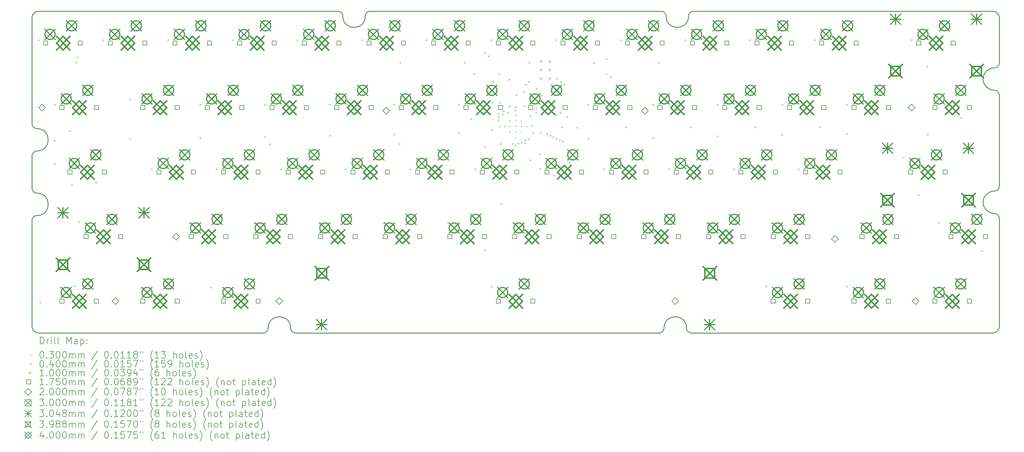
<source format=gbr>
%TF.GenerationSoftware,KiCad,Pcbnew,(6.0.9)*%
%TF.CreationDate,2022-12-17T16:52:09+01:00*%
%TF.ProjectId,pcb-hotswap,7063622d-686f-4747-9377-61702e6b6963,1.0*%
%TF.SameCoordinates,Original*%
%TF.FileFunction,Drillmap*%
%TF.FilePolarity,Positive*%
%FSLAX45Y45*%
G04 Gerber Fmt 4.5, Leading zero omitted, Abs format (unit mm)*
G04 Created by KiCad (PCBNEW (6.0.9)) date 2022-12-17 16:52:09*
%MOMM*%
%LPD*%
G01*
G04 APERTURE LIST*
%ADD10C,0.250000*%
%ADD11C,0.200000*%
%ADD12C,0.030000*%
%ADD13C,0.040000*%
%ADD14C,0.100000*%
%ADD15C,0.175000*%
%ADD16C,0.300000*%
%ADD17C,0.304800*%
%ADD18C,0.398780*%
%ADD19C,0.400000*%
G04 APERTURE END LIST*
D10*
X17625634Y-8108994D02*
G75*
G03*
X17475634Y-8259000I6J-150006D01*
G01*
X7658140Y-13331500D02*
G75*
G03*
X7808134Y-13481500I149990J-10D01*
G01*
X26340634Y-8259000D02*
G75*
G03*
X27000634Y-8259000I330000J0D01*
G01*
X26940034Y-17459000D02*
G75*
G03*
X26280034Y-17459000I-330000J0D01*
G01*
X36158130Y-8309000D02*
G75*
G03*
X35958134Y-8109000I-200000J0D01*
G01*
X36158134Y-17409000D02*
X36158134Y-14230900D01*
X36158140Y-10592100D02*
G75*
G03*
X36008134Y-10442100I-150010J-10D01*
G01*
X7658134Y-12386500D02*
X7658134Y-13331500D01*
X35958134Y-17609004D02*
G75*
G03*
X36158134Y-17409000I-4J200004D01*
G01*
X16815634Y-8259000D02*
G75*
G03*
X17475634Y-8259000I330000J0D01*
G01*
X15275934Y-17459000D02*
G75*
G03*
X14615934Y-17459000I-330000J0D01*
G01*
X7808134Y-12236494D02*
G75*
G03*
X7658134Y-12386500I6J-150006D01*
G01*
X15425934Y-17609000D02*
X26130034Y-17609000D01*
X36158140Y-14230900D02*
G75*
G03*
X36008134Y-14080900I-150010J-10D01*
G01*
X7658140Y-11426500D02*
G75*
G03*
X7808134Y-11576500I149990J-10D01*
G01*
X36158134Y-9632100D02*
X36158134Y-8309000D01*
X36008134Y-9782094D02*
G75*
G03*
X36158134Y-9632100I6J149994D01*
G01*
X7858134Y-8109004D02*
G75*
G03*
X7658134Y-8309000I-4J-199996D01*
G01*
X27090034Y-17609000D02*
X35958134Y-17609000D01*
X16665634Y-8109000D02*
X7858134Y-8109000D01*
X36158134Y-13270900D02*
X36158134Y-10592100D01*
X26130034Y-17608994D02*
G75*
G03*
X26280034Y-17459000I6J149994D01*
G01*
X16815640Y-8259000D02*
G75*
G03*
X16665634Y-8109000I-150010J-10D01*
G01*
X36008134Y-9782100D02*
G75*
G03*
X36008134Y-10442100I-4J-330000D01*
G01*
X27150634Y-8108994D02*
G75*
G03*
X27000634Y-8259000I6J-150006D01*
G01*
X26940040Y-17459000D02*
G75*
G03*
X27090034Y-17609000I149990J-10D01*
G01*
X14465934Y-17608994D02*
G75*
G03*
X14615934Y-17459000I6J149994D01*
G01*
X36008134Y-13420894D02*
G75*
G03*
X36158134Y-13270900I6J149994D01*
G01*
X7658134Y-14291500D02*
X7658134Y-17409000D01*
X7858134Y-17609000D02*
X14465934Y-17609000D01*
X7808134Y-12236500D02*
G75*
G03*
X7808134Y-11576500I0J330000D01*
G01*
X26340640Y-8259000D02*
G75*
G03*
X26190634Y-8109000I-150010J-10D01*
G01*
X7658134Y-8309000D02*
X7658134Y-11426500D01*
X15275940Y-17459000D02*
G75*
G03*
X15425934Y-17609000I149990J-10D01*
G01*
X36008134Y-13420900D02*
G75*
G03*
X36008134Y-14080900I-4J-330000D01*
G01*
X7658130Y-17409000D02*
G75*
G03*
X7858134Y-17609000I200000J0D01*
G01*
X7808134Y-14141500D02*
G75*
G03*
X7808134Y-13481500I0J330000D01*
G01*
X35958134Y-8109000D02*
X27150634Y-8109000D01*
X7808134Y-14141494D02*
G75*
G03*
X7658134Y-14291500I6J-150006D01*
G01*
X26190634Y-8109000D02*
X17625634Y-8109000D01*
D11*
D12*
X21560160Y-11494375D02*
X21590160Y-11524375D01*
X21590160Y-11494375D02*
X21560160Y-11524375D01*
X21726330Y-11328205D02*
X21756330Y-11358205D01*
X21756330Y-11328205D02*
X21726330Y-11358205D01*
X21726330Y-11494375D02*
X21756330Y-11524375D01*
X21756330Y-11494375D02*
X21726330Y-11524375D01*
X21726330Y-11660545D02*
X21756330Y-11690545D01*
X21756330Y-11660545D02*
X21726330Y-11690545D01*
X21892500Y-11162035D02*
X21922500Y-11192035D01*
X21922500Y-11162035D02*
X21892500Y-11192035D01*
X21892500Y-11328205D02*
X21922500Y-11358205D01*
X21922500Y-11328205D02*
X21892500Y-11358205D01*
X21892500Y-11494375D02*
X21922500Y-11524375D01*
X21922500Y-11494375D02*
X21892500Y-11524375D01*
X21892500Y-11660545D02*
X21922500Y-11690545D01*
X21922500Y-11660545D02*
X21892500Y-11690545D01*
X21892500Y-11826715D02*
X21922500Y-11856715D01*
X21922500Y-11826715D02*
X21892500Y-11856715D01*
X22058670Y-11328205D02*
X22088670Y-11358205D01*
X22088670Y-11328205D02*
X22058670Y-11358205D01*
X22058670Y-11494375D02*
X22088670Y-11524375D01*
X22088670Y-11494375D02*
X22058670Y-11524375D01*
X22058670Y-11660545D02*
X22088670Y-11690545D01*
X22088670Y-11660545D02*
X22058670Y-11690545D01*
X22224840Y-11494375D02*
X22254840Y-11524375D01*
X22254840Y-11494375D02*
X22224840Y-11524375D01*
D13*
X7878125Y-8969375D02*
G75*
G03*
X7878125Y-8969375I-20000J0D01*
G01*
X7918900Y-16707900D02*
G75*
G03*
X7918900Y-16707900I-20000J0D01*
G01*
X8350900Y-11935500D02*
G75*
G03*
X8350900Y-11935500I-20000J0D01*
G01*
X8354375Y-10874375D02*
G75*
G03*
X8354375Y-10874375I-20000J0D01*
G01*
X8354375Y-12620625D02*
G75*
G03*
X8354375Y-12620625I-20000J0D01*
G01*
X8513125Y-16271875D02*
G75*
G03*
X8513125Y-16271875I-20000J0D01*
G01*
X8806000Y-11653000D02*
G75*
G03*
X8806000Y-11653000I-20000J0D01*
G01*
X8857700Y-13250400D02*
G75*
G03*
X8857700Y-13250400I-20000J0D01*
G01*
X8938400Y-16222800D02*
G75*
G03*
X8938400Y-16222800I-20000J0D01*
G01*
X8985800Y-9628500D02*
G75*
G03*
X8985800Y-9628500I-20000J0D01*
G01*
X9022000Y-9481000D02*
G75*
G03*
X9022000Y-9481000I-20000J0D01*
G01*
X9070200Y-14338700D02*
G75*
G03*
X9070200Y-14338700I-20000J0D01*
G01*
X9575000Y-13167000D02*
G75*
G03*
X9575000Y-13167000I-20000J0D01*
G01*
X9783125Y-8969375D02*
G75*
G03*
X9783125Y-8969375I-20000J0D01*
G01*
X10576875Y-10715625D02*
G75*
G03*
X10576875Y-10715625I-20000J0D01*
G01*
X10577700Y-11896514D02*
G75*
G03*
X10577700Y-11896514I-20000J0D01*
G01*
X10894375Y-16271875D02*
G75*
G03*
X10894375Y-16271875I-20000J0D01*
G01*
X11211875Y-12779375D02*
G75*
G03*
X11211875Y-12779375I-20000J0D01*
G01*
X11688125Y-8969375D02*
G75*
G03*
X11688125Y-8969375I-20000J0D01*
G01*
X12323125Y-14366875D02*
G75*
G03*
X12323125Y-14366875I-20000J0D01*
G01*
X12639400Y-11858762D02*
G75*
G03*
X12639400Y-11858762I-20000J0D01*
G01*
X12640625Y-10874375D02*
G75*
G03*
X12640625Y-10874375I-20000J0D01*
G01*
X12958125Y-16271875D02*
G75*
G03*
X12958125Y-16271875I-20000J0D01*
G01*
X13116875Y-12779375D02*
G75*
G03*
X13116875Y-12779375I-20000J0D01*
G01*
X13593125Y-8969375D02*
G75*
G03*
X13593125Y-8969375I-20000J0D01*
G01*
X14228125Y-14366875D02*
G75*
G03*
X14228125Y-14366875I-20000J0D01*
G01*
X14545625Y-10874375D02*
G75*
G03*
X14545625Y-10874375I-20000J0D01*
G01*
X14545800Y-11821010D02*
G75*
G03*
X14545800Y-11821010I-20000J0D01*
G01*
X14693000Y-12041000D02*
G75*
G03*
X14693000Y-12041000I-20000J0D01*
G01*
X15021875Y-12779375D02*
G75*
G03*
X15021875Y-12779375I-20000J0D01*
G01*
X15498125Y-8969375D02*
G75*
G03*
X15498125Y-8969375I-20000J0D01*
G01*
X16133125Y-14366875D02*
G75*
G03*
X16133125Y-14366875I-20000J0D01*
G01*
X16450625Y-10874375D02*
G75*
G03*
X16450625Y-10874375I-20000J0D01*
G01*
X16450900Y-11783258D02*
G75*
G03*
X16450900Y-11783258I-20000J0D01*
G01*
X16926875Y-12779375D02*
G75*
G03*
X16926875Y-12779375I-20000J0D01*
G01*
X17403125Y-8969375D02*
G75*
G03*
X17403125Y-8969375I-20000J0D01*
G01*
X18038125Y-14366875D02*
G75*
G03*
X18038125Y-14366875I-20000J0D01*
G01*
X18355300Y-11745506D02*
G75*
G03*
X18355300Y-11745506I-20000J0D01*
G01*
X18355625Y-10874375D02*
G75*
G03*
X18355625Y-10874375I-20000J0D01*
G01*
X18508000Y-12035000D02*
G75*
G03*
X18508000Y-12035000I-20000J0D01*
G01*
X18532000Y-9634400D02*
G75*
G03*
X18532000Y-9634400I-20000J0D01*
G01*
X18831875Y-12779375D02*
G75*
G03*
X18831875Y-12779375I-20000J0D01*
G01*
X19308125Y-8969375D02*
G75*
G03*
X19308125Y-8969375I-20000J0D01*
G01*
X19943125Y-14366875D02*
G75*
G03*
X19943125Y-14366875I-20000J0D01*
G01*
X20260100Y-11707754D02*
G75*
G03*
X20260100Y-11707754I-20000J0D01*
G01*
X20260625Y-10874375D02*
G75*
G03*
X20260625Y-10874375I-20000J0D01*
G01*
X20425400Y-9634400D02*
G75*
G03*
X20425400Y-9634400I-20000J0D01*
G01*
X20620000Y-11300000D02*
G75*
G03*
X20620000Y-11300000I-20000J0D01*
G01*
X20712000Y-9962550D02*
G75*
G03*
X20712000Y-9962550I-20000J0D01*
G01*
X20736875Y-12779375D02*
G75*
G03*
X20736875Y-12779375I-20000J0D01*
G01*
X21020500Y-9332500D02*
G75*
G03*
X21020500Y-9332500I-20000J0D01*
G01*
X21021000Y-15156402D02*
G75*
G03*
X21021000Y-15156402I-20000J0D01*
G01*
X21021663Y-12114337D02*
G75*
G03*
X21021663Y-12114337I-20000J0D01*
G01*
X21131900Y-9446100D02*
G75*
G03*
X21131900Y-9446100I-20000J0D01*
G01*
X21213125Y-8969375D02*
G75*
G03*
X21213125Y-8969375I-20000J0D01*
G01*
X21216000Y-16242300D02*
G75*
G03*
X21216000Y-16242300I-20000J0D01*
G01*
X21228100Y-11617400D02*
G75*
G03*
X21228100Y-11617400I-20000J0D01*
G01*
X21245300Y-10814900D02*
G75*
G03*
X21245300Y-10814900I-20000J0D01*
G01*
X21276600Y-10198000D02*
G75*
G03*
X21276600Y-10198000I-20000J0D01*
G01*
X21426600Y-11144200D02*
G75*
G03*
X21426600Y-11144200I-20000J0D01*
G01*
X21426800Y-11336700D02*
G75*
G03*
X21426800Y-11336700I-20000J0D01*
G01*
X21428279Y-11237619D02*
G75*
G03*
X21428279Y-11237619I-20000J0D01*
G01*
X21450900Y-9971600D02*
G75*
G03*
X21450900Y-9971600I-20000J0D01*
G01*
X21454600Y-10808700D02*
G75*
G03*
X21454600Y-10808700I-20000J0D01*
G01*
X21460485Y-11520377D02*
G75*
G03*
X21460485Y-11520377I-20000J0D01*
G01*
X21498000Y-12027014D02*
G75*
G03*
X21498000Y-12027014I-20000J0D01*
G01*
X21498500Y-13807300D02*
G75*
G03*
X21498500Y-13807300I-20000J0D01*
G01*
X21547500Y-11161400D02*
G75*
G03*
X21547500Y-11161400I-20000J0D01*
G01*
X21576038Y-11065159D02*
G75*
G03*
X21576038Y-11065159I-20000J0D01*
G01*
X21700407Y-11108201D02*
G75*
G03*
X21700407Y-11108201I-20000J0D01*
G01*
X21743770Y-10132230D02*
G75*
G03*
X21743770Y-10132230I-20000J0D01*
G01*
X21753324Y-10918440D02*
G75*
G03*
X21753324Y-10918440I-20000J0D01*
G01*
X21843811Y-12026294D02*
G75*
G03*
X21843811Y-12026294I-20000J0D01*
G01*
X21848125Y-14366875D02*
G75*
G03*
X21848125Y-14366875I-20000J0D01*
G01*
X21922696Y-10942210D02*
G75*
G03*
X21922696Y-10942210I-20000J0D01*
G01*
X21923365Y-11042158D02*
G75*
G03*
X21923365Y-11042158I-20000J0D01*
G01*
X21929330Y-12078318D02*
G75*
G03*
X21929330Y-12078318I-20000J0D01*
G01*
X21958000Y-10582000D02*
G75*
G03*
X21958000Y-10582000I-20000J0D01*
G01*
X22013223Y-12015293D02*
G75*
G03*
X22013223Y-12015293I-20000J0D01*
G01*
X22105007Y-12001939D02*
G75*
G03*
X22105007Y-12001939I-20000J0D01*
G01*
X22170000Y-10500000D02*
G75*
G03*
X22170000Y-10500000I-20000J0D01*
G01*
X22195400Y-10911100D02*
G75*
G03*
X22195400Y-10911100I-20000J0D01*
G01*
X22210367Y-12012973D02*
G75*
G03*
X22210367Y-12012973I-20000J0D01*
G01*
X22219300Y-11919700D02*
G75*
G03*
X22219300Y-11919700I-20000J0D01*
G01*
X22235377Y-10278700D02*
G75*
G03*
X22235377Y-10278700I-20000J0D01*
G01*
X22315012Y-11896888D02*
G75*
G03*
X22315012Y-11896888I-20000J0D01*
G01*
X22320000Y-10200000D02*
G75*
G03*
X22320000Y-10200000I-20000J0D01*
G01*
X22335200Y-9634900D02*
G75*
G03*
X22335200Y-9634900I-20000J0D01*
G01*
X22355852Y-11203676D02*
G75*
G03*
X22355852Y-11203676I-20000J0D01*
G01*
X22363300Y-12509800D02*
G75*
G03*
X22363300Y-12509800I-20000J0D01*
G01*
X22397000Y-11502000D02*
G75*
G03*
X22397000Y-11502000I-20000J0D01*
G01*
X22437000Y-11705000D02*
G75*
G03*
X22437000Y-11705000I-20000J0D01*
G01*
X22537500Y-11114400D02*
G75*
G03*
X22537500Y-11114400I-20000J0D01*
G01*
X22538000Y-10982600D02*
G75*
G03*
X22538000Y-10982600I-20000J0D01*
G01*
X22544000Y-10389000D02*
G75*
G03*
X22544000Y-10389000I-20000J0D01*
G01*
X22631400Y-12336200D02*
G75*
G03*
X22631400Y-12336200I-20000J0D01*
G01*
X22653000Y-12770000D02*
G75*
G03*
X22653000Y-12770000I-20000J0D01*
G01*
X22666770Y-11696230D02*
G75*
G03*
X22666770Y-11696230I-20000J0D01*
G01*
X22693000Y-10598700D02*
G75*
G03*
X22693000Y-10598700I-20000J0D01*
G01*
X22860208Y-11740575D02*
G75*
G03*
X22860208Y-11740575I-20000J0D01*
G01*
X22949479Y-11785527D02*
G75*
G03*
X22949479Y-11785527I-20000J0D01*
G01*
X23038750Y-11830479D02*
G75*
G03*
X23038750Y-11830479I-20000J0D01*
G01*
X23060000Y-12961000D02*
G75*
G03*
X23060000Y-12961000I-20000J0D01*
G01*
X23122000Y-8966000D02*
G75*
G03*
X23122000Y-8966000I-20000J0D01*
G01*
X23123100Y-11182750D02*
G75*
G03*
X23123100Y-11182750I-20000J0D01*
G01*
X23138700Y-11875431D02*
G75*
G03*
X23138700Y-11875431I-20000J0D01*
G01*
X23144950Y-10102000D02*
G75*
G03*
X23144950Y-10102000I-20000J0D01*
G01*
X23227228Y-11921831D02*
G75*
G03*
X23227228Y-11921831I-20000J0D01*
G01*
X23259200Y-11113600D02*
G75*
G03*
X23259200Y-11113600I-20000J0D01*
G01*
X23270000Y-10200000D02*
G75*
G03*
X23270000Y-10200000I-20000J0D01*
G01*
X23290200Y-11544700D02*
G75*
G03*
X23290200Y-11544700I-20000J0D01*
G01*
X23322288Y-11965335D02*
G75*
G03*
X23322288Y-11965335I-20000J0D01*
G01*
X23362770Y-10278700D02*
G75*
G03*
X23362770Y-10278700I-20000J0D01*
G01*
X23449450Y-11230502D02*
G75*
G03*
X23449450Y-11230502I-20000J0D01*
G01*
X23521000Y-12579000D02*
G75*
G03*
X23521000Y-12579000I-20000J0D01*
G01*
X23748900Y-11547200D02*
G75*
G03*
X23748900Y-11547200I-20000J0D01*
G01*
X23753125Y-14366875D02*
G75*
G03*
X23753125Y-14366875I-20000J0D01*
G01*
X24070625Y-10874375D02*
G75*
G03*
X24070625Y-10874375I-20000J0D01*
G01*
X24072800Y-11884383D02*
G75*
G03*
X24072800Y-11884383I-20000J0D01*
G01*
X24240700Y-9638300D02*
G75*
G03*
X24240700Y-9638300I-20000J0D01*
G01*
X24546875Y-12779375D02*
G75*
G03*
X24546875Y-12779375I-20000J0D01*
G01*
X24601000Y-9956000D02*
G75*
G03*
X24601000Y-9956000I-20000J0D01*
G01*
X24608000Y-9520000D02*
G75*
G03*
X24608000Y-9520000I-20000J0D01*
G01*
X24730000Y-10056000D02*
G75*
G03*
X24730000Y-10056000I-20000J0D01*
G01*
X25023125Y-8969375D02*
G75*
G03*
X25023125Y-8969375I-20000J0D01*
G01*
X25181000Y-11536900D02*
G75*
G03*
X25181000Y-11536900I-20000J0D01*
G01*
X25658125Y-14366875D02*
G75*
G03*
X25658125Y-14366875I-20000J0D01*
G01*
X25975500Y-11846631D02*
G75*
G03*
X25975500Y-11846631I-20000J0D01*
G01*
X25975625Y-10874375D02*
G75*
G03*
X25975625Y-10874375I-20000J0D01*
G01*
X26148200Y-9633100D02*
G75*
G03*
X26148200Y-9633100I-20000J0D01*
G01*
X26451875Y-12779375D02*
G75*
G03*
X26451875Y-12779375I-20000J0D01*
G01*
X26928125Y-8969375D02*
G75*
G03*
X26928125Y-8969375I-20000J0D01*
G01*
X27087600Y-11537700D02*
G75*
G03*
X27087600Y-11537700I-20000J0D01*
G01*
X27563125Y-14366875D02*
G75*
G03*
X27563125Y-14366875I-20000J0D01*
G01*
X27878600Y-11808879D02*
G75*
G03*
X27878600Y-11808879I-20000J0D01*
G01*
X27880625Y-10874375D02*
G75*
G03*
X27880625Y-10874375I-20000J0D01*
G01*
X28356875Y-12779375D02*
G75*
G03*
X28356875Y-12779375I-20000J0D01*
G01*
X28833125Y-8969375D02*
G75*
G03*
X28833125Y-8969375I-20000J0D01*
G01*
X28991100Y-11537700D02*
G75*
G03*
X28991100Y-11537700I-20000J0D01*
G01*
X29312200Y-16238100D02*
G75*
G03*
X29312200Y-16238100I-20000J0D01*
G01*
X29468125Y-14366875D02*
G75*
G03*
X29468125Y-14366875I-20000J0D01*
G01*
X29783800Y-11771127D02*
G75*
G03*
X29783800Y-11771127I-20000J0D01*
G01*
X29785625Y-10874375D02*
G75*
G03*
X29785625Y-10874375I-20000J0D01*
G01*
X30261875Y-12779375D02*
G75*
G03*
X30261875Y-12779375I-20000J0D01*
G01*
X30738125Y-8969375D02*
G75*
G03*
X30738125Y-8969375I-20000J0D01*
G01*
X30899400Y-11529500D02*
G75*
G03*
X30899400Y-11529500I-20000J0D01*
G01*
X31690625Y-10874375D02*
G75*
G03*
X31690625Y-10874375I-20000J0D01*
G01*
X31690800Y-16240700D02*
G75*
G03*
X31690800Y-16240700I-20000J0D01*
G01*
X31691600Y-11733375D02*
G75*
G03*
X31691600Y-11733375I-20000J0D01*
G01*
X32087500Y-14366875D02*
G75*
G03*
X32087500Y-14366875I-20000J0D01*
G01*
X33356100Y-12436600D02*
G75*
G03*
X33356100Y-12436600I-20000J0D01*
G01*
X33595625Y-8969375D02*
G75*
G03*
X33595625Y-8969375I-20000J0D01*
G01*
X33807000Y-13543000D02*
G75*
G03*
X33807000Y-13543000I-20000J0D01*
G01*
X34052000Y-9745000D02*
G75*
G03*
X34052000Y-9745000I-20000J0D01*
G01*
X34071875Y-11747500D02*
G75*
G03*
X34071875Y-11747500I-20000J0D01*
G01*
X34230625Y-16271875D02*
G75*
G03*
X34230625Y-16271875I-20000J0D01*
G01*
X34389375Y-14366875D02*
G75*
G03*
X34389375Y-14366875I-20000J0D01*
G01*
X35052000Y-11270000D02*
G75*
G03*
X35052000Y-11270000I-20000J0D01*
G01*
X35667000Y-15193000D02*
G75*
G03*
X35667000Y-15193000I-20000J0D01*
G01*
D14*
X22655000Y-9544000D02*
X22655000Y-9644000D01*
X22605000Y-9594000D02*
X22705000Y-9594000D01*
X22655000Y-9798000D02*
X22655000Y-9898000D01*
X22605000Y-9848000D02*
X22705000Y-9848000D01*
X22655000Y-10052000D02*
X22655000Y-10152000D01*
X22605000Y-10102000D02*
X22705000Y-10102000D01*
X22909000Y-9544000D02*
X22909000Y-9644000D01*
X22859000Y-9594000D02*
X22959000Y-9594000D01*
X22909000Y-9798000D02*
X22909000Y-9898000D01*
X22859000Y-9848000D02*
X22959000Y-9848000D01*
X22909000Y-10052000D02*
X22909000Y-10152000D01*
X22859000Y-10102000D02*
X22959000Y-10102000D01*
D15*
X8126372Y-9110622D02*
X8126372Y-8986878D01*
X8002628Y-8986878D01*
X8002628Y-9110622D01*
X8126372Y-9110622D01*
X8602622Y-11015622D02*
X8602622Y-10891878D01*
X8478878Y-10891878D01*
X8478878Y-11015622D01*
X8602622Y-11015622D01*
X8602622Y-16730622D02*
X8602622Y-16606878D01*
X8478878Y-16606878D01*
X8478878Y-16730622D01*
X8602622Y-16730622D01*
X8840747Y-12920622D02*
X8840747Y-12796878D01*
X8717003Y-12796878D01*
X8717003Y-12920622D01*
X8840747Y-12920622D01*
X9142372Y-9110622D02*
X9142372Y-8986878D01*
X9018628Y-8986878D01*
X9018628Y-9110622D01*
X9142372Y-9110622D01*
X9316997Y-14825622D02*
X9316997Y-14701878D01*
X9193253Y-14701878D01*
X9193253Y-14825622D01*
X9316997Y-14825622D01*
X9618622Y-11015622D02*
X9618622Y-10891878D01*
X9494878Y-10891878D01*
X9494878Y-11015622D01*
X9618622Y-11015622D01*
X9618622Y-16730622D02*
X9618622Y-16606878D01*
X9494878Y-16606878D01*
X9494878Y-16730622D01*
X9618622Y-16730622D01*
X9856747Y-12920622D02*
X9856747Y-12796878D01*
X9733003Y-12796878D01*
X9733003Y-12920622D01*
X9856747Y-12920622D01*
X10031372Y-9110622D02*
X10031372Y-8986878D01*
X9907628Y-8986878D01*
X9907628Y-9110622D01*
X10031372Y-9110622D01*
X10332997Y-14825622D02*
X10332997Y-14701878D01*
X10209253Y-14701878D01*
X10209253Y-14825622D01*
X10332997Y-14825622D01*
X10983872Y-11015622D02*
X10983872Y-10891878D01*
X10860128Y-10891878D01*
X10860128Y-11015622D01*
X10983872Y-11015622D01*
X10983872Y-16730622D02*
X10983872Y-16606878D01*
X10860128Y-16606878D01*
X10860128Y-16730622D01*
X10983872Y-16730622D01*
X11047372Y-9110622D02*
X11047372Y-8986878D01*
X10923628Y-8986878D01*
X10923628Y-9110622D01*
X11047372Y-9110622D01*
X11460122Y-12920622D02*
X11460122Y-12796878D01*
X11336378Y-12796878D01*
X11336378Y-12920622D01*
X11460122Y-12920622D01*
X11936372Y-9110622D02*
X11936372Y-8986878D01*
X11812628Y-8986878D01*
X11812628Y-9110622D01*
X11936372Y-9110622D01*
X11999872Y-11015622D02*
X11999872Y-10891878D01*
X11876128Y-10891878D01*
X11876128Y-11015622D01*
X11999872Y-11015622D01*
X11999872Y-16730622D02*
X11999872Y-16606878D01*
X11876128Y-16606878D01*
X11876128Y-16730622D01*
X11999872Y-16730622D01*
X12412622Y-14825622D02*
X12412622Y-14701878D01*
X12288878Y-14701878D01*
X12288878Y-14825622D01*
X12412622Y-14825622D01*
X12476122Y-12920622D02*
X12476122Y-12796878D01*
X12352378Y-12796878D01*
X12352378Y-12920622D01*
X12476122Y-12920622D01*
X12888872Y-11015622D02*
X12888872Y-10891878D01*
X12765128Y-10891878D01*
X12765128Y-11015622D01*
X12888872Y-11015622D01*
X12952372Y-9110622D02*
X12952372Y-8986878D01*
X12828628Y-8986878D01*
X12828628Y-9110622D01*
X12952372Y-9110622D01*
X13365122Y-12920622D02*
X13365122Y-12796878D01*
X13241378Y-12796878D01*
X13241378Y-12920622D01*
X13365122Y-12920622D01*
X13365122Y-16730622D02*
X13365122Y-16606878D01*
X13241378Y-16606878D01*
X13241378Y-16730622D01*
X13365122Y-16730622D01*
X13428622Y-14825622D02*
X13428622Y-14701878D01*
X13304878Y-14701878D01*
X13304878Y-14825622D01*
X13428622Y-14825622D01*
X13841372Y-9110622D02*
X13841372Y-8986878D01*
X13717628Y-8986878D01*
X13717628Y-9110622D01*
X13841372Y-9110622D01*
X13904872Y-11015622D02*
X13904872Y-10891878D01*
X13781128Y-10891878D01*
X13781128Y-11015622D01*
X13904872Y-11015622D01*
X14317622Y-14825622D02*
X14317622Y-14701878D01*
X14193878Y-14701878D01*
X14193878Y-14825622D01*
X14317622Y-14825622D01*
X14381122Y-12920622D02*
X14381122Y-12796878D01*
X14257378Y-12796878D01*
X14257378Y-12920622D01*
X14381122Y-12920622D01*
X14381122Y-16730622D02*
X14381122Y-16606878D01*
X14257378Y-16606878D01*
X14257378Y-16730622D01*
X14381122Y-16730622D01*
X14793872Y-11015622D02*
X14793872Y-10891878D01*
X14670128Y-10891878D01*
X14670128Y-11015622D01*
X14793872Y-11015622D01*
X14857372Y-9110622D02*
X14857372Y-8986878D01*
X14733628Y-8986878D01*
X14733628Y-9110622D01*
X14857372Y-9110622D01*
X15270122Y-12920622D02*
X15270122Y-12796878D01*
X15146378Y-12796878D01*
X15146378Y-12920622D01*
X15270122Y-12920622D01*
X15333622Y-14825622D02*
X15333622Y-14701878D01*
X15209878Y-14701878D01*
X15209878Y-14825622D01*
X15333622Y-14825622D01*
X15746372Y-9110622D02*
X15746372Y-8986878D01*
X15622628Y-8986878D01*
X15622628Y-9110622D01*
X15746372Y-9110622D01*
X15809872Y-11015622D02*
X15809872Y-10891878D01*
X15686128Y-10891878D01*
X15686128Y-11015622D01*
X15809872Y-11015622D01*
X16222622Y-14825622D02*
X16222622Y-14701878D01*
X16098878Y-14701878D01*
X16098878Y-14825622D01*
X16222622Y-14825622D01*
X16286122Y-12920622D02*
X16286122Y-12796878D01*
X16162378Y-12796878D01*
X16162378Y-12920622D01*
X16286122Y-12920622D01*
X16698872Y-11015622D02*
X16698872Y-10891878D01*
X16575128Y-10891878D01*
X16575128Y-11015622D01*
X16698872Y-11015622D01*
X16762372Y-9110622D02*
X16762372Y-8986878D01*
X16638628Y-8986878D01*
X16638628Y-9110622D01*
X16762372Y-9110622D01*
X17175122Y-12920622D02*
X17175122Y-12796878D01*
X17051378Y-12796878D01*
X17051378Y-12920622D01*
X17175122Y-12920622D01*
X17238622Y-14825622D02*
X17238622Y-14701878D01*
X17114878Y-14701878D01*
X17114878Y-14825622D01*
X17238622Y-14825622D01*
X17651372Y-9110622D02*
X17651372Y-8986878D01*
X17527628Y-8986878D01*
X17527628Y-9110622D01*
X17651372Y-9110622D01*
X17714872Y-11015622D02*
X17714872Y-10891878D01*
X17591128Y-10891878D01*
X17591128Y-11015622D01*
X17714872Y-11015622D01*
X18127622Y-14825622D02*
X18127622Y-14701878D01*
X18003878Y-14701878D01*
X18003878Y-14825622D01*
X18127622Y-14825622D01*
X18191122Y-12920622D02*
X18191122Y-12796878D01*
X18067378Y-12796878D01*
X18067378Y-12920622D01*
X18191122Y-12920622D01*
X18603872Y-11015622D02*
X18603872Y-10891878D01*
X18480128Y-10891878D01*
X18480128Y-11015622D01*
X18603872Y-11015622D01*
X18667372Y-9110622D02*
X18667372Y-8986878D01*
X18543628Y-8986878D01*
X18543628Y-9110622D01*
X18667372Y-9110622D01*
X19080122Y-12920622D02*
X19080122Y-12796878D01*
X18956378Y-12796878D01*
X18956378Y-12920622D01*
X19080122Y-12920622D01*
X19143622Y-14825622D02*
X19143622Y-14701878D01*
X19019878Y-14701878D01*
X19019878Y-14825622D01*
X19143622Y-14825622D01*
X19556372Y-9110622D02*
X19556372Y-8986878D01*
X19432628Y-8986878D01*
X19432628Y-9110622D01*
X19556372Y-9110622D01*
X19619872Y-11015622D02*
X19619872Y-10891878D01*
X19496128Y-10891878D01*
X19496128Y-11015622D01*
X19619872Y-11015622D01*
X20032622Y-14825622D02*
X20032622Y-14701878D01*
X19908878Y-14701878D01*
X19908878Y-14825622D01*
X20032622Y-14825622D01*
X20096122Y-12920622D02*
X20096122Y-12796878D01*
X19972378Y-12796878D01*
X19972378Y-12920622D01*
X20096122Y-12920622D01*
X20508872Y-11015622D02*
X20508872Y-10891878D01*
X20385128Y-10891878D01*
X20385128Y-11015622D01*
X20508872Y-11015622D01*
X20572372Y-9110622D02*
X20572372Y-8986878D01*
X20448628Y-8986878D01*
X20448628Y-9110622D01*
X20572372Y-9110622D01*
X20985122Y-12920622D02*
X20985122Y-12796878D01*
X20861378Y-12796878D01*
X20861378Y-12920622D01*
X20985122Y-12920622D01*
X21048622Y-14825622D02*
X21048622Y-14701878D01*
X20924878Y-14701878D01*
X20924878Y-14825622D01*
X21048622Y-14825622D01*
X21461372Y-9110622D02*
X21461372Y-8986878D01*
X21337628Y-8986878D01*
X21337628Y-9110622D01*
X21461372Y-9110622D01*
X21461372Y-16730622D02*
X21461372Y-16606878D01*
X21337628Y-16606878D01*
X21337628Y-16730622D01*
X21461372Y-16730622D01*
X21524872Y-11015622D02*
X21524872Y-10891878D01*
X21401128Y-10891878D01*
X21401128Y-11015622D01*
X21524872Y-11015622D01*
X21937622Y-14825622D02*
X21937622Y-14701878D01*
X21813878Y-14701878D01*
X21813878Y-14825622D01*
X21937622Y-14825622D01*
X22001122Y-12920622D02*
X22001122Y-12796878D01*
X21877378Y-12796878D01*
X21877378Y-12920622D01*
X22001122Y-12920622D01*
X22413872Y-11015622D02*
X22413872Y-10891878D01*
X22290128Y-10891878D01*
X22290128Y-11015622D01*
X22413872Y-11015622D01*
X22477372Y-9110622D02*
X22477372Y-8986878D01*
X22353628Y-8986878D01*
X22353628Y-9110622D01*
X22477372Y-9110622D01*
X22477372Y-16730622D02*
X22477372Y-16606878D01*
X22353628Y-16606878D01*
X22353628Y-16730622D01*
X22477372Y-16730622D01*
X22890122Y-12920622D02*
X22890122Y-12796878D01*
X22766378Y-12796878D01*
X22766378Y-12920622D01*
X22890122Y-12920622D01*
X22953622Y-14825622D02*
X22953622Y-14701878D01*
X22829878Y-14701878D01*
X22829878Y-14825622D01*
X22953622Y-14825622D01*
X23366372Y-9110622D02*
X23366372Y-8986878D01*
X23242628Y-8986878D01*
X23242628Y-9110622D01*
X23366372Y-9110622D01*
X23429872Y-11015622D02*
X23429872Y-10891878D01*
X23306128Y-10891878D01*
X23306128Y-11015622D01*
X23429872Y-11015622D01*
X23842622Y-14825622D02*
X23842622Y-14701878D01*
X23718878Y-14701878D01*
X23718878Y-14825622D01*
X23842622Y-14825622D01*
X23906122Y-12920622D02*
X23906122Y-12796878D01*
X23782378Y-12796878D01*
X23782378Y-12920622D01*
X23906122Y-12920622D01*
X24318872Y-11015622D02*
X24318872Y-10891878D01*
X24195128Y-10891878D01*
X24195128Y-11015622D01*
X24318872Y-11015622D01*
X24382372Y-9110622D02*
X24382372Y-8986878D01*
X24258628Y-8986878D01*
X24258628Y-9110622D01*
X24382372Y-9110622D01*
X24795122Y-12920622D02*
X24795122Y-12796878D01*
X24671378Y-12796878D01*
X24671378Y-12920622D01*
X24795122Y-12920622D01*
X24858622Y-14825622D02*
X24858622Y-14701878D01*
X24734878Y-14701878D01*
X24734878Y-14825622D01*
X24858622Y-14825622D01*
X25271372Y-9110622D02*
X25271372Y-8986878D01*
X25147628Y-8986878D01*
X25147628Y-9110622D01*
X25271372Y-9110622D01*
X25334872Y-11015622D02*
X25334872Y-10891878D01*
X25211128Y-10891878D01*
X25211128Y-11015622D01*
X25334872Y-11015622D01*
X25747622Y-14825622D02*
X25747622Y-14701878D01*
X25623878Y-14701878D01*
X25623878Y-14825622D01*
X25747622Y-14825622D01*
X25811122Y-12920622D02*
X25811122Y-12796878D01*
X25687378Y-12796878D01*
X25687378Y-12920622D01*
X25811122Y-12920622D01*
X26223872Y-11015622D02*
X26223872Y-10891878D01*
X26100128Y-10891878D01*
X26100128Y-11015622D01*
X26223872Y-11015622D01*
X26287372Y-9110622D02*
X26287372Y-8986878D01*
X26163628Y-8986878D01*
X26163628Y-9110622D01*
X26287372Y-9110622D01*
X26700122Y-12920622D02*
X26700122Y-12796878D01*
X26576378Y-12796878D01*
X26576378Y-12920622D01*
X26700122Y-12920622D01*
X26763622Y-14825622D02*
X26763622Y-14701878D01*
X26639878Y-14701878D01*
X26639878Y-14825622D01*
X26763622Y-14825622D01*
X27176372Y-9110622D02*
X27176372Y-8986878D01*
X27052628Y-8986878D01*
X27052628Y-9110622D01*
X27176372Y-9110622D01*
X27239872Y-11015622D02*
X27239872Y-10891878D01*
X27116128Y-10891878D01*
X27116128Y-11015622D01*
X27239872Y-11015622D01*
X27652622Y-14825622D02*
X27652622Y-14701878D01*
X27528878Y-14701878D01*
X27528878Y-14825622D01*
X27652622Y-14825622D01*
X27716122Y-12920622D02*
X27716122Y-12796878D01*
X27592378Y-12796878D01*
X27592378Y-12920622D01*
X27716122Y-12920622D01*
X28128872Y-11015622D02*
X28128872Y-10891878D01*
X28005128Y-10891878D01*
X28005128Y-11015622D01*
X28128872Y-11015622D01*
X28192372Y-9110622D02*
X28192372Y-8986878D01*
X28068628Y-8986878D01*
X28068628Y-9110622D01*
X28192372Y-9110622D01*
X28605122Y-12920622D02*
X28605122Y-12796878D01*
X28481378Y-12796878D01*
X28481378Y-12920622D01*
X28605122Y-12920622D01*
X28668622Y-14825622D02*
X28668622Y-14701878D01*
X28544878Y-14701878D01*
X28544878Y-14825622D01*
X28668622Y-14825622D01*
X29081372Y-9110622D02*
X29081372Y-8986878D01*
X28957628Y-8986878D01*
X28957628Y-9110622D01*
X29081372Y-9110622D01*
X29144872Y-11015622D02*
X29144872Y-10891878D01*
X29021128Y-10891878D01*
X29021128Y-11015622D01*
X29144872Y-11015622D01*
X29557622Y-14825622D02*
X29557622Y-14701878D01*
X29433878Y-14701878D01*
X29433878Y-14825622D01*
X29557622Y-14825622D01*
X29557622Y-16730622D02*
X29557622Y-16606878D01*
X29433878Y-16606878D01*
X29433878Y-16730622D01*
X29557622Y-16730622D01*
X29621122Y-12920622D02*
X29621122Y-12796878D01*
X29497378Y-12796878D01*
X29497378Y-12920622D01*
X29621122Y-12920622D01*
X30033872Y-11015622D02*
X30033872Y-10891878D01*
X29910128Y-10891878D01*
X29910128Y-11015622D01*
X30033872Y-11015622D01*
X30097372Y-9110622D02*
X30097372Y-8986878D01*
X29973628Y-8986878D01*
X29973628Y-9110622D01*
X30097372Y-9110622D01*
X30510122Y-12920622D02*
X30510122Y-12796878D01*
X30386378Y-12796878D01*
X30386378Y-12920622D01*
X30510122Y-12920622D01*
X30573622Y-14825622D02*
X30573622Y-14701878D01*
X30449878Y-14701878D01*
X30449878Y-14825622D01*
X30573622Y-14825622D01*
X30573622Y-16730622D02*
X30573622Y-16606878D01*
X30449878Y-16606878D01*
X30449878Y-16730622D01*
X30573622Y-16730622D01*
X30986372Y-9110622D02*
X30986372Y-8986878D01*
X30862628Y-8986878D01*
X30862628Y-9110622D01*
X30986372Y-9110622D01*
X31049872Y-11015622D02*
X31049872Y-10891878D01*
X30926128Y-10891878D01*
X30926128Y-11015622D01*
X31049872Y-11015622D01*
X31526122Y-12920622D02*
X31526122Y-12796878D01*
X31402378Y-12796878D01*
X31402378Y-12920622D01*
X31526122Y-12920622D01*
X31938872Y-11015622D02*
X31938872Y-10891878D01*
X31815128Y-10891878D01*
X31815128Y-11015622D01*
X31938872Y-11015622D01*
X31938872Y-16730622D02*
X31938872Y-16606878D01*
X31815128Y-16606878D01*
X31815128Y-16730622D01*
X31938872Y-16730622D01*
X32002372Y-9110622D02*
X32002372Y-8986878D01*
X31878628Y-8986878D01*
X31878628Y-9110622D01*
X32002372Y-9110622D01*
X32176997Y-14825622D02*
X32176997Y-14701878D01*
X32053253Y-14701878D01*
X32053253Y-14825622D01*
X32176997Y-14825622D01*
X32954872Y-11015622D02*
X32954872Y-10891878D01*
X32831128Y-10891878D01*
X32831128Y-11015622D01*
X32954872Y-11015622D01*
X32954872Y-16730622D02*
X32954872Y-16606878D01*
X32831128Y-16606878D01*
X32831128Y-16730622D01*
X32954872Y-16730622D01*
X33192997Y-14825622D02*
X33192997Y-14701878D01*
X33069253Y-14701878D01*
X33069253Y-14825622D01*
X33192997Y-14825622D01*
X33605747Y-12920622D02*
X33605747Y-12796878D01*
X33482003Y-12796878D01*
X33482003Y-12920622D01*
X33605747Y-12920622D01*
X33843872Y-9110622D02*
X33843872Y-8986878D01*
X33720128Y-8986878D01*
X33720128Y-9110622D01*
X33843872Y-9110622D01*
X34320122Y-11015622D02*
X34320122Y-10891878D01*
X34196378Y-10891878D01*
X34196378Y-11015622D01*
X34320122Y-11015622D01*
X34320122Y-16730622D02*
X34320122Y-16606878D01*
X34196378Y-16606878D01*
X34196378Y-16730622D01*
X34320122Y-16730622D01*
X34621747Y-12920622D02*
X34621747Y-12796878D01*
X34498003Y-12796878D01*
X34498003Y-12920622D01*
X34621747Y-12920622D01*
X34796372Y-14825622D02*
X34796372Y-14701878D01*
X34672628Y-14701878D01*
X34672628Y-14825622D01*
X34796372Y-14825622D01*
X34859872Y-9110622D02*
X34859872Y-8986878D01*
X34736128Y-8986878D01*
X34736128Y-9110622D01*
X34859872Y-9110622D01*
X35336122Y-11015622D02*
X35336122Y-10891878D01*
X35212378Y-10891878D01*
X35212378Y-11015622D01*
X35336122Y-11015622D01*
X35336122Y-16730622D02*
X35336122Y-16606878D01*
X35212378Y-16606878D01*
X35212378Y-16730622D01*
X35336122Y-16730622D01*
X35812372Y-14825622D02*
X35812372Y-14701878D01*
X35688628Y-14701878D01*
X35688628Y-14825622D01*
X35812372Y-14825622D01*
D11*
X7957500Y-11053600D02*
X8057500Y-10953600D01*
X7957500Y-10853600D01*
X7857500Y-10953600D01*
X7957500Y-11053600D01*
X10120700Y-16768600D02*
X10220700Y-16668600D01*
X10120700Y-16568600D01*
X10020700Y-16668600D01*
X10120700Y-16768600D01*
X11906500Y-14863500D02*
X12006500Y-14763500D01*
X11906500Y-14663500D01*
X11806500Y-14763500D01*
X11906500Y-14863500D01*
X14945000Y-16768200D02*
X15045000Y-16668200D01*
X14945000Y-16568200D01*
X14845000Y-16668200D01*
X14945000Y-16768200D01*
X18094700Y-11146900D02*
X18194700Y-11046900D01*
X18094700Y-10946900D01*
X17994700Y-11046900D01*
X18094700Y-11146900D01*
X25718200Y-11145300D02*
X25818200Y-11045300D01*
X25718200Y-10945300D01*
X25618200Y-11045300D01*
X25718200Y-11145300D01*
X26609400Y-16768100D02*
X26709400Y-16668100D01*
X26609400Y-16568100D01*
X26509400Y-16668100D01*
X26609400Y-16768100D01*
X31313000Y-14929500D02*
X31413000Y-14829500D01*
X31313000Y-14729500D01*
X31213000Y-14829500D01*
X31313000Y-14929500D01*
X33575500Y-11053100D02*
X33675500Y-10953100D01*
X33575500Y-10853100D01*
X33475500Y-10953100D01*
X33575500Y-11053100D01*
X33694500Y-16768200D02*
X33794500Y-16668200D01*
X33694500Y-16568200D01*
X33594500Y-16668200D01*
X33694500Y-16768200D01*
D16*
X8041500Y-8644750D02*
X8341500Y-8944750D01*
X8341500Y-8644750D02*
X8041500Y-8944750D01*
X8341500Y-8794750D02*
G75*
G03*
X8341500Y-8794750I-150000J0D01*
G01*
X8517750Y-10549750D02*
X8817750Y-10849750D01*
X8817750Y-10549750D02*
X8517750Y-10849750D01*
X8817750Y-10699750D02*
G75*
G03*
X8817750Y-10699750I-150000J0D01*
G01*
X8517750Y-16264750D02*
X8817750Y-16564750D01*
X8817750Y-16264750D02*
X8517750Y-16564750D01*
X8817750Y-16414750D02*
G75*
G03*
X8817750Y-16414750I-150000J0D01*
G01*
X8676500Y-8390750D02*
X8976500Y-8690750D01*
X8976500Y-8390750D02*
X8676500Y-8690750D01*
X8976500Y-8540750D02*
G75*
G03*
X8976500Y-8540750I-150000J0D01*
G01*
X8755875Y-12454750D02*
X9055875Y-12754750D01*
X9055875Y-12454750D02*
X8755875Y-12754750D01*
X9055875Y-12604750D02*
G75*
G03*
X9055875Y-12604750I-150000J0D01*
G01*
X9152750Y-10295750D02*
X9452750Y-10595750D01*
X9452750Y-10295750D02*
X9152750Y-10595750D01*
X9452750Y-10445750D02*
G75*
G03*
X9452750Y-10445750I-150000J0D01*
G01*
X9152750Y-16010750D02*
X9452750Y-16310750D01*
X9452750Y-16010750D02*
X9152750Y-16310750D01*
X9452750Y-16160750D02*
G75*
G03*
X9452750Y-16160750I-150000J0D01*
G01*
X9232125Y-14359750D02*
X9532125Y-14659750D01*
X9532125Y-14359750D02*
X9232125Y-14659750D01*
X9532125Y-14509750D02*
G75*
G03*
X9532125Y-14509750I-150000J0D01*
G01*
X9390875Y-12200750D02*
X9690875Y-12500750D01*
X9690875Y-12200750D02*
X9390875Y-12500750D01*
X9690875Y-12350750D02*
G75*
G03*
X9690875Y-12350750I-150000J0D01*
G01*
X9867125Y-14105750D02*
X10167125Y-14405750D01*
X10167125Y-14105750D02*
X9867125Y-14405750D01*
X10167125Y-14255750D02*
G75*
G03*
X10167125Y-14255750I-150000J0D01*
G01*
X9946500Y-8644750D02*
X10246500Y-8944750D01*
X10246500Y-8644750D02*
X9946500Y-8944750D01*
X10246500Y-8794750D02*
G75*
G03*
X10246500Y-8794750I-150000J0D01*
G01*
X10581500Y-8390750D02*
X10881500Y-8690750D01*
X10881500Y-8390750D02*
X10581500Y-8690750D01*
X10881500Y-8540750D02*
G75*
G03*
X10881500Y-8540750I-150000J0D01*
G01*
X10899000Y-10549750D02*
X11199000Y-10849750D01*
X11199000Y-10549750D02*
X10899000Y-10849750D01*
X11199000Y-10699750D02*
G75*
G03*
X11199000Y-10699750I-150000J0D01*
G01*
X10899000Y-16264750D02*
X11199000Y-16564750D01*
X11199000Y-16264750D02*
X10899000Y-16564750D01*
X11199000Y-16414750D02*
G75*
G03*
X11199000Y-16414750I-150000J0D01*
G01*
X11375250Y-12454750D02*
X11675250Y-12754750D01*
X11675250Y-12454750D02*
X11375250Y-12754750D01*
X11675250Y-12604750D02*
G75*
G03*
X11675250Y-12604750I-150000J0D01*
G01*
X11534000Y-10295750D02*
X11834000Y-10595750D01*
X11834000Y-10295750D02*
X11534000Y-10595750D01*
X11834000Y-10445750D02*
G75*
G03*
X11834000Y-10445750I-150000J0D01*
G01*
X11534000Y-16010750D02*
X11834000Y-16310750D01*
X11834000Y-16010750D02*
X11534000Y-16310750D01*
X11834000Y-16160750D02*
G75*
G03*
X11834000Y-16160750I-150000J0D01*
G01*
X11851500Y-8644750D02*
X12151500Y-8944750D01*
X12151500Y-8644750D02*
X11851500Y-8944750D01*
X12151500Y-8794750D02*
G75*
G03*
X12151500Y-8794750I-150000J0D01*
G01*
X12010250Y-12200750D02*
X12310250Y-12500750D01*
X12310250Y-12200750D02*
X12010250Y-12500750D01*
X12310250Y-12350750D02*
G75*
G03*
X12310250Y-12350750I-150000J0D01*
G01*
X12327750Y-14359750D02*
X12627750Y-14659750D01*
X12627750Y-14359750D02*
X12327750Y-14659750D01*
X12627750Y-14509750D02*
G75*
G03*
X12627750Y-14509750I-150000J0D01*
G01*
X12486500Y-8390750D02*
X12786500Y-8690750D01*
X12786500Y-8390750D02*
X12486500Y-8690750D01*
X12786500Y-8540750D02*
G75*
G03*
X12786500Y-8540750I-150000J0D01*
G01*
X12804000Y-10549750D02*
X13104000Y-10849750D01*
X13104000Y-10549750D02*
X12804000Y-10849750D01*
X13104000Y-10699750D02*
G75*
G03*
X13104000Y-10699750I-150000J0D01*
G01*
X12962750Y-14105750D02*
X13262750Y-14405750D01*
X13262750Y-14105750D02*
X12962750Y-14405750D01*
X13262750Y-14255750D02*
G75*
G03*
X13262750Y-14255750I-150000J0D01*
G01*
X13280250Y-12454750D02*
X13580250Y-12754750D01*
X13580250Y-12454750D02*
X13280250Y-12754750D01*
X13580250Y-12604750D02*
G75*
G03*
X13580250Y-12604750I-150000J0D01*
G01*
X13280250Y-16264750D02*
X13580250Y-16564750D01*
X13580250Y-16264750D02*
X13280250Y-16564750D01*
X13580250Y-16414750D02*
G75*
G03*
X13580250Y-16414750I-150000J0D01*
G01*
X13439000Y-10295750D02*
X13739000Y-10595750D01*
X13739000Y-10295750D02*
X13439000Y-10595750D01*
X13739000Y-10445750D02*
G75*
G03*
X13739000Y-10445750I-150000J0D01*
G01*
X13756500Y-8644750D02*
X14056500Y-8944750D01*
X14056500Y-8644750D02*
X13756500Y-8944750D01*
X14056500Y-8794750D02*
G75*
G03*
X14056500Y-8794750I-150000J0D01*
G01*
X13915250Y-12200750D02*
X14215250Y-12500750D01*
X14215250Y-12200750D02*
X13915250Y-12500750D01*
X14215250Y-12350750D02*
G75*
G03*
X14215250Y-12350750I-150000J0D01*
G01*
X13915250Y-16010750D02*
X14215250Y-16310750D01*
X14215250Y-16010750D02*
X13915250Y-16310750D01*
X14215250Y-16160750D02*
G75*
G03*
X14215250Y-16160750I-150000J0D01*
G01*
X14232750Y-14359750D02*
X14532750Y-14659750D01*
X14532750Y-14359750D02*
X14232750Y-14659750D01*
X14532750Y-14509750D02*
G75*
G03*
X14532750Y-14509750I-150000J0D01*
G01*
X14391500Y-8390750D02*
X14691500Y-8690750D01*
X14691500Y-8390750D02*
X14391500Y-8690750D01*
X14691500Y-8540750D02*
G75*
G03*
X14691500Y-8540750I-150000J0D01*
G01*
X14709000Y-10549750D02*
X15009000Y-10849750D01*
X15009000Y-10549750D02*
X14709000Y-10849750D01*
X15009000Y-10699750D02*
G75*
G03*
X15009000Y-10699750I-150000J0D01*
G01*
X14867750Y-14105750D02*
X15167750Y-14405750D01*
X15167750Y-14105750D02*
X14867750Y-14405750D01*
X15167750Y-14255750D02*
G75*
G03*
X15167750Y-14255750I-150000J0D01*
G01*
X15185250Y-12454750D02*
X15485250Y-12754750D01*
X15485250Y-12454750D02*
X15185250Y-12754750D01*
X15485250Y-12604750D02*
G75*
G03*
X15485250Y-12604750I-150000J0D01*
G01*
X15344000Y-10295750D02*
X15644000Y-10595750D01*
X15644000Y-10295750D02*
X15344000Y-10595750D01*
X15644000Y-10445750D02*
G75*
G03*
X15644000Y-10445750I-150000J0D01*
G01*
X15661500Y-8644750D02*
X15961500Y-8944750D01*
X15961500Y-8644750D02*
X15661500Y-8944750D01*
X15961500Y-8794750D02*
G75*
G03*
X15961500Y-8794750I-150000J0D01*
G01*
X15820250Y-12200750D02*
X16120250Y-12500750D01*
X16120250Y-12200750D02*
X15820250Y-12500750D01*
X16120250Y-12350750D02*
G75*
G03*
X16120250Y-12350750I-150000J0D01*
G01*
X16137750Y-14359750D02*
X16437750Y-14659750D01*
X16437750Y-14359750D02*
X16137750Y-14659750D01*
X16437750Y-14509750D02*
G75*
G03*
X16437750Y-14509750I-150000J0D01*
G01*
X16296500Y-8390750D02*
X16596500Y-8690750D01*
X16596500Y-8390750D02*
X16296500Y-8690750D01*
X16596500Y-8540750D02*
G75*
G03*
X16596500Y-8540750I-150000J0D01*
G01*
X16614000Y-10549750D02*
X16914000Y-10849750D01*
X16914000Y-10549750D02*
X16614000Y-10849750D01*
X16914000Y-10699750D02*
G75*
G03*
X16914000Y-10699750I-150000J0D01*
G01*
X16772750Y-14105750D02*
X17072750Y-14405750D01*
X17072750Y-14105750D02*
X16772750Y-14405750D01*
X17072750Y-14255750D02*
G75*
G03*
X17072750Y-14255750I-150000J0D01*
G01*
X17090250Y-12454750D02*
X17390250Y-12754750D01*
X17390250Y-12454750D02*
X17090250Y-12754750D01*
X17390250Y-12604750D02*
G75*
G03*
X17390250Y-12604750I-150000J0D01*
G01*
X17249000Y-10295750D02*
X17549000Y-10595750D01*
X17549000Y-10295750D02*
X17249000Y-10595750D01*
X17549000Y-10445750D02*
G75*
G03*
X17549000Y-10445750I-150000J0D01*
G01*
X17566500Y-8644750D02*
X17866500Y-8944750D01*
X17866500Y-8644750D02*
X17566500Y-8944750D01*
X17866500Y-8794750D02*
G75*
G03*
X17866500Y-8794750I-150000J0D01*
G01*
X17725250Y-12200750D02*
X18025250Y-12500750D01*
X18025250Y-12200750D02*
X17725250Y-12500750D01*
X18025250Y-12350750D02*
G75*
G03*
X18025250Y-12350750I-150000J0D01*
G01*
X18042750Y-14359750D02*
X18342750Y-14659750D01*
X18342750Y-14359750D02*
X18042750Y-14659750D01*
X18342750Y-14509750D02*
G75*
G03*
X18342750Y-14509750I-150000J0D01*
G01*
X18201500Y-8390750D02*
X18501500Y-8690750D01*
X18501500Y-8390750D02*
X18201500Y-8690750D01*
X18501500Y-8540750D02*
G75*
G03*
X18501500Y-8540750I-150000J0D01*
G01*
X18519000Y-10549750D02*
X18819000Y-10849750D01*
X18819000Y-10549750D02*
X18519000Y-10849750D01*
X18819000Y-10699750D02*
G75*
G03*
X18819000Y-10699750I-150000J0D01*
G01*
X18677750Y-14105750D02*
X18977750Y-14405750D01*
X18977750Y-14105750D02*
X18677750Y-14405750D01*
X18977750Y-14255750D02*
G75*
G03*
X18977750Y-14255750I-150000J0D01*
G01*
X18995250Y-12454750D02*
X19295250Y-12754750D01*
X19295250Y-12454750D02*
X18995250Y-12754750D01*
X19295250Y-12604750D02*
G75*
G03*
X19295250Y-12604750I-150000J0D01*
G01*
X19154000Y-10295750D02*
X19454000Y-10595750D01*
X19454000Y-10295750D02*
X19154000Y-10595750D01*
X19454000Y-10445750D02*
G75*
G03*
X19454000Y-10445750I-150000J0D01*
G01*
X19471500Y-8644750D02*
X19771500Y-8944750D01*
X19771500Y-8644750D02*
X19471500Y-8944750D01*
X19771500Y-8794750D02*
G75*
G03*
X19771500Y-8794750I-150000J0D01*
G01*
X19630250Y-12200750D02*
X19930250Y-12500750D01*
X19930250Y-12200750D02*
X19630250Y-12500750D01*
X19930250Y-12350750D02*
G75*
G03*
X19930250Y-12350750I-150000J0D01*
G01*
X19947750Y-14359750D02*
X20247750Y-14659750D01*
X20247750Y-14359750D02*
X19947750Y-14659750D01*
X20247750Y-14509750D02*
G75*
G03*
X20247750Y-14509750I-150000J0D01*
G01*
X20106500Y-8390750D02*
X20406500Y-8690750D01*
X20406500Y-8390750D02*
X20106500Y-8690750D01*
X20406500Y-8540750D02*
G75*
G03*
X20406500Y-8540750I-150000J0D01*
G01*
X20424000Y-10549750D02*
X20724000Y-10849750D01*
X20724000Y-10549750D02*
X20424000Y-10849750D01*
X20724000Y-10699750D02*
G75*
G03*
X20724000Y-10699750I-150000J0D01*
G01*
X20582750Y-14105750D02*
X20882750Y-14405750D01*
X20882750Y-14105750D02*
X20582750Y-14405750D01*
X20882750Y-14255750D02*
G75*
G03*
X20882750Y-14255750I-150000J0D01*
G01*
X20900250Y-12454750D02*
X21200250Y-12754750D01*
X21200250Y-12454750D02*
X20900250Y-12754750D01*
X21200250Y-12604750D02*
G75*
G03*
X21200250Y-12604750I-150000J0D01*
G01*
X21059000Y-10295750D02*
X21359000Y-10595750D01*
X21359000Y-10295750D02*
X21059000Y-10595750D01*
X21359000Y-10445750D02*
G75*
G03*
X21359000Y-10445750I-150000J0D01*
G01*
X21376500Y-8644750D02*
X21676500Y-8944750D01*
X21676500Y-8644750D02*
X21376500Y-8944750D01*
X21676500Y-8794750D02*
G75*
G03*
X21676500Y-8794750I-150000J0D01*
G01*
X21376500Y-16264750D02*
X21676500Y-16564750D01*
X21676500Y-16264750D02*
X21376500Y-16564750D01*
X21676500Y-16414750D02*
G75*
G03*
X21676500Y-16414750I-150000J0D01*
G01*
X21535250Y-12200750D02*
X21835250Y-12500750D01*
X21835250Y-12200750D02*
X21535250Y-12500750D01*
X21835250Y-12350750D02*
G75*
G03*
X21835250Y-12350750I-150000J0D01*
G01*
X21852750Y-14359750D02*
X22152750Y-14659750D01*
X22152750Y-14359750D02*
X21852750Y-14659750D01*
X22152750Y-14509750D02*
G75*
G03*
X22152750Y-14509750I-150000J0D01*
G01*
X22011500Y-8390750D02*
X22311500Y-8690750D01*
X22311500Y-8390750D02*
X22011500Y-8690750D01*
X22311500Y-8540750D02*
G75*
G03*
X22311500Y-8540750I-150000J0D01*
G01*
X22011500Y-16010750D02*
X22311500Y-16310750D01*
X22311500Y-16010750D02*
X22011500Y-16310750D01*
X22311500Y-16160750D02*
G75*
G03*
X22311500Y-16160750I-150000J0D01*
G01*
X22329000Y-10549750D02*
X22629000Y-10849750D01*
X22629000Y-10549750D02*
X22329000Y-10849750D01*
X22629000Y-10699750D02*
G75*
G03*
X22629000Y-10699750I-150000J0D01*
G01*
X22487750Y-14105750D02*
X22787750Y-14405750D01*
X22787750Y-14105750D02*
X22487750Y-14405750D01*
X22787750Y-14255750D02*
G75*
G03*
X22787750Y-14255750I-150000J0D01*
G01*
X22805250Y-12454750D02*
X23105250Y-12754750D01*
X23105250Y-12454750D02*
X22805250Y-12754750D01*
X23105250Y-12604750D02*
G75*
G03*
X23105250Y-12604750I-150000J0D01*
G01*
X22964000Y-10295750D02*
X23264000Y-10595750D01*
X23264000Y-10295750D02*
X22964000Y-10595750D01*
X23264000Y-10445750D02*
G75*
G03*
X23264000Y-10445750I-150000J0D01*
G01*
X23281500Y-8644750D02*
X23581500Y-8944750D01*
X23581500Y-8644750D02*
X23281500Y-8944750D01*
X23581500Y-8794750D02*
G75*
G03*
X23581500Y-8794750I-150000J0D01*
G01*
X23440250Y-12200750D02*
X23740250Y-12500750D01*
X23740250Y-12200750D02*
X23440250Y-12500750D01*
X23740250Y-12350750D02*
G75*
G03*
X23740250Y-12350750I-150000J0D01*
G01*
X23757750Y-14359750D02*
X24057750Y-14659750D01*
X24057750Y-14359750D02*
X23757750Y-14659750D01*
X24057750Y-14509750D02*
G75*
G03*
X24057750Y-14509750I-150000J0D01*
G01*
X23916500Y-8390750D02*
X24216500Y-8690750D01*
X24216500Y-8390750D02*
X23916500Y-8690750D01*
X24216500Y-8540750D02*
G75*
G03*
X24216500Y-8540750I-150000J0D01*
G01*
X24234000Y-10549750D02*
X24534000Y-10849750D01*
X24534000Y-10549750D02*
X24234000Y-10849750D01*
X24534000Y-10699750D02*
G75*
G03*
X24534000Y-10699750I-150000J0D01*
G01*
X24392750Y-14105750D02*
X24692750Y-14405750D01*
X24692750Y-14105750D02*
X24392750Y-14405750D01*
X24692750Y-14255750D02*
G75*
G03*
X24692750Y-14255750I-150000J0D01*
G01*
X24710250Y-12454750D02*
X25010250Y-12754750D01*
X25010250Y-12454750D02*
X24710250Y-12754750D01*
X25010250Y-12604750D02*
G75*
G03*
X25010250Y-12604750I-150000J0D01*
G01*
X24869000Y-10295750D02*
X25169000Y-10595750D01*
X25169000Y-10295750D02*
X24869000Y-10595750D01*
X25169000Y-10445750D02*
G75*
G03*
X25169000Y-10445750I-150000J0D01*
G01*
X25186500Y-8644750D02*
X25486500Y-8944750D01*
X25486500Y-8644750D02*
X25186500Y-8944750D01*
X25486500Y-8794750D02*
G75*
G03*
X25486500Y-8794750I-150000J0D01*
G01*
X25345250Y-12200750D02*
X25645250Y-12500750D01*
X25645250Y-12200750D02*
X25345250Y-12500750D01*
X25645250Y-12350750D02*
G75*
G03*
X25645250Y-12350750I-150000J0D01*
G01*
X25662750Y-14359750D02*
X25962750Y-14659750D01*
X25962750Y-14359750D02*
X25662750Y-14659750D01*
X25962750Y-14509750D02*
G75*
G03*
X25962750Y-14509750I-150000J0D01*
G01*
X25821500Y-8390750D02*
X26121500Y-8690750D01*
X26121500Y-8390750D02*
X25821500Y-8690750D01*
X26121500Y-8540750D02*
G75*
G03*
X26121500Y-8540750I-150000J0D01*
G01*
X26139000Y-10549750D02*
X26439000Y-10849750D01*
X26439000Y-10549750D02*
X26139000Y-10849750D01*
X26439000Y-10699750D02*
G75*
G03*
X26439000Y-10699750I-150000J0D01*
G01*
X26297750Y-14105750D02*
X26597750Y-14405750D01*
X26597750Y-14105750D02*
X26297750Y-14405750D01*
X26597750Y-14255750D02*
G75*
G03*
X26597750Y-14255750I-150000J0D01*
G01*
X26615250Y-12454750D02*
X26915250Y-12754750D01*
X26915250Y-12454750D02*
X26615250Y-12754750D01*
X26915250Y-12604750D02*
G75*
G03*
X26915250Y-12604750I-150000J0D01*
G01*
X26774000Y-10295750D02*
X27074000Y-10595750D01*
X27074000Y-10295750D02*
X26774000Y-10595750D01*
X27074000Y-10445750D02*
G75*
G03*
X27074000Y-10445750I-150000J0D01*
G01*
X27091500Y-8644750D02*
X27391500Y-8944750D01*
X27391500Y-8644750D02*
X27091500Y-8944750D01*
X27391500Y-8794750D02*
G75*
G03*
X27391500Y-8794750I-150000J0D01*
G01*
X27250250Y-12200750D02*
X27550250Y-12500750D01*
X27550250Y-12200750D02*
X27250250Y-12500750D01*
X27550250Y-12350750D02*
G75*
G03*
X27550250Y-12350750I-150000J0D01*
G01*
X27567750Y-14359750D02*
X27867750Y-14659750D01*
X27867750Y-14359750D02*
X27567750Y-14659750D01*
X27867750Y-14509750D02*
G75*
G03*
X27867750Y-14509750I-150000J0D01*
G01*
X27726500Y-8390750D02*
X28026500Y-8690750D01*
X28026500Y-8390750D02*
X27726500Y-8690750D01*
X28026500Y-8540750D02*
G75*
G03*
X28026500Y-8540750I-150000J0D01*
G01*
X28044000Y-10549750D02*
X28344000Y-10849750D01*
X28344000Y-10549750D02*
X28044000Y-10849750D01*
X28344000Y-10699750D02*
G75*
G03*
X28344000Y-10699750I-150000J0D01*
G01*
X28202750Y-14105750D02*
X28502750Y-14405750D01*
X28502750Y-14105750D02*
X28202750Y-14405750D01*
X28502750Y-14255750D02*
G75*
G03*
X28502750Y-14255750I-150000J0D01*
G01*
X28520250Y-12454750D02*
X28820250Y-12754750D01*
X28820250Y-12454750D02*
X28520250Y-12754750D01*
X28820250Y-12604750D02*
G75*
G03*
X28820250Y-12604750I-150000J0D01*
G01*
X28679000Y-10295750D02*
X28979000Y-10595750D01*
X28979000Y-10295750D02*
X28679000Y-10595750D01*
X28979000Y-10445750D02*
G75*
G03*
X28979000Y-10445750I-150000J0D01*
G01*
X28996500Y-8644750D02*
X29296500Y-8944750D01*
X29296500Y-8644750D02*
X28996500Y-8944750D01*
X29296500Y-8794750D02*
G75*
G03*
X29296500Y-8794750I-150000J0D01*
G01*
X29155250Y-12200750D02*
X29455250Y-12500750D01*
X29455250Y-12200750D02*
X29155250Y-12500750D01*
X29455250Y-12350750D02*
G75*
G03*
X29455250Y-12350750I-150000J0D01*
G01*
X29472750Y-14359750D02*
X29772750Y-14659750D01*
X29772750Y-14359750D02*
X29472750Y-14659750D01*
X29772750Y-14509750D02*
G75*
G03*
X29772750Y-14509750I-150000J0D01*
G01*
X29472750Y-16264750D02*
X29772750Y-16564750D01*
X29772750Y-16264750D02*
X29472750Y-16564750D01*
X29772750Y-16414750D02*
G75*
G03*
X29772750Y-16414750I-150000J0D01*
G01*
X29631500Y-8390750D02*
X29931500Y-8690750D01*
X29931500Y-8390750D02*
X29631500Y-8690750D01*
X29931500Y-8540750D02*
G75*
G03*
X29931500Y-8540750I-150000J0D01*
G01*
X29949000Y-10549750D02*
X30249000Y-10849750D01*
X30249000Y-10549750D02*
X29949000Y-10849750D01*
X30249000Y-10699750D02*
G75*
G03*
X30249000Y-10699750I-150000J0D01*
G01*
X30107750Y-14105750D02*
X30407750Y-14405750D01*
X30407750Y-14105750D02*
X30107750Y-14405750D01*
X30407750Y-14255750D02*
G75*
G03*
X30407750Y-14255750I-150000J0D01*
G01*
X30107750Y-16010750D02*
X30407750Y-16310750D01*
X30407750Y-16010750D02*
X30107750Y-16310750D01*
X30407750Y-16160750D02*
G75*
G03*
X30407750Y-16160750I-150000J0D01*
G01*
X30425250Y-12454750D02*
X30725250Y-12754750D01*
X30725250Y-12454750D02*
X30425250Y-12754750D01*
X30725250Y-12604750D02*
G75*
G03*
X30725250Y-12604750I-150000J0D01*
G01*
X30584000Y-10295750D02*
X30884000Y-10595750D01*
X30884000Y-10295750D02*
X30584000Y-10595750D01*
X30884000Y-10445750D02*
G75*
G03*
X30884000Y-10445750I-150000J0D01*
G01*
X30901500Y-8644750D02*
X31201500Y-8944750D01*
X31201500Y-8644750D02*
X30901500Y-8944750D01*
X31201500Y-8794750D02*
G75*
G03*
X31201500Y-8794750I-150000J0D01*
G01*
X31060250Y-12200750D02*
X31360250Y-12500750D01*
X31360250Y-12200750D02*
X31060250Y-12500750D01*
X31360250Y-12350750D02*
G75*
G03*
X31360250Y-12350750I-150000J0D01*
G01*
X31536500Y-8390750D02*
X31836500Y-8690750D01*
X31836500Y-8390750D02*
X31536500Y-8690750D01*
X31836500Y-8540750D02*
G75*
G03*
X31836500Y-8540750I-150000J0D01*
G01*
X31854000Y-10549750D02*
X32154000Y-10849750D01*
X32154000Y-10549750D02*
X31854000Y-10849750D01*
X32154000Y-10699750D02*
G75*
G03*
X32154000Y-10699750I-150000J0D01*
G01*
X31854000Y-16264750D02*
X32154000Y-16564750D01*
X32154000Y-16264750D02*
X31854000Y-16564750D01*
X32154000Y-16414750D02*
G75*
G03*
X32154000Y-16414750I-150000J0D01*
G01*
X32092125Y-14359750D02*
X32392125Y-14659750D01*
X32392125Y-14359750D02*
X32092125Y-14659750D01*
X32392125Y-14509750D02*
G75*
G03*
X32392125Y-14509750I-150000J0D01*
G01*
X32489000Y-10295750D02*
X32789000Y-10595750D01*
X32789000Y-10295750D02*
X32489000Y-10595750D01*
X32789000Y-10445750D02*
G75*
G03*
X32789000Y-10445750I-150000J0D01*
G01*
X32489000Y-16010750D02*
X32789000Y-16310750D01*
X32789000Y-16010750D02*
X32489000Y-16310750D01*
X32789000Y-16160750D02*
G75*
G03*
X32789000Y-16160750I-150000J0D01*
G01*
X32727125Y-14105750D02*
X33027125Y-14405750D01*
X33027125Y-14105750D02*
X32727125Y-14405750D01*
X33027125Y-14255750D02*
G75*
G03*
X33027125Y-14255750I-150000J0D01*
G01*
X33520875Y-12454750D02*
X33820875Y-12754750D01*
X33820875Y-12454750D02*
X33520875Y-12754750D01*
X33820875Y-12604750D02*
G75*
G03*
X33820875Y-12604750I-150000J0D01*
G01*
X33759000Y-8644750D02*
X34059000Y-8944750D01*
X34059000Y-8644750D02*
X33759000Y-8944750D01*
X34059000Y-8794750D02*
G75*
G03*
X34059000Y-8794750I-150000J0D01*
G01*
X34155875Y-12200750D02*
X34455875Y-12500750D01*
X34455875Y-12200750D02*
X34155875Y-12500750D01*
X34455875Y-12350750D02*
G75*
G03*
X34455875Y-12350750I-150000J0D01*
G01*
X34235250Y-10549750D02*
X34535250Y-10849750D01*
X34535250Y-10549750D02*
X34235250Y-10849750D01*
X34535250Y-10699750D02*
G75*
G03*
X34535250Y-10699750I-150000J0D01*
G01*
X34235250Y-16264750D02*
X34535250Y-16564750D01*
X34535250Y-16264750D02*
X34235250Y-16564750D01*
X34535250Y-16414750D02*
G75*
G03*
X34535250Y-16414750I-150000J0D01*
G01*
X34394000Y-8390750D02*
X34694000Y-8690750D01*
X34694000Y-8390750D02*
X34394000Y-8690750D01*
X34694000Y-8540750D02*
G75*
G03*
X34694000Y-8540750I-150000J0D01*
G01*
X34711500Y-14359750D02*
X35011500Y-14659750D01*
X35011500Y-14359750D02*
X34711500Y-14659750D01*
X35011500Y-14509750D02*
G75*
G03*
X35011500Y-14509750I-150000J0D01*
G01*
X34870250Y-10295750D02*
X35170250Y-10595750D01*
X35170250Y-10295750D02*
X34870250Y-10595750D01*
X35170250Y-10445750D02*
G75*
G03*
X35170250Y-10445750I-150000J0D01*
G01*
X34870250Y-16010750D02*
X35170250Y-16310750D01*
X35170250Y-16010750D02*
X34870250Y-16310750D01*
X35170250Y-16160750D02*
G75*
G03*
X35170250Y-16160750I-150000J0D01*
G01*
X35346500Y-14105750D02*
X35646500Y-14405750D01*
X35646500Y-14105750D02*
X35346500Y-14405750D01*
X35646500Y-14255750D02*
G75*
G03*
X35646500Y-14255750I-150000J0D01*
G01*
D17*
X8416925Y-13912850D02*
X8721725Y-14217650D01*
X8721725Y-13912850D02*
X8416925Y-14217650D01*
X8569325Y-13912850D02*
X8569325Y-14217650D01*
X8416925Y-14065250D02*
X8721725Y-14065250D01*
X10804525Y-13912850D02*
X11109325Y-14217650D01*
X11109325Y-13912850D02*
X10804525Y-14217650D01*
X10956925Y-13912850D02*
X10956925Y-14217650D01*
X10804525Y-14065250D02*
X11109325Y-14065250D01*
X16040100Y-17214850D02*
X16344900Y-17519650D01*
X16344900Y-17214850D02*
X16040100Y-17519650D01*
X16192500Y-17214850D02*
X16192500Y-17519650D01*
X16040100Y-17367250D02*
X16344900Y-17367250D01*
X27470100Y-17214850D02*
X27774900Y-17519650D01*
X27774900Y-17214850D02*
X27470100Y-17519650D01*
X27622500Y-17214850D02*
X27622500Y-17519650D01*
X27470100Y-17367250D02*
X27774900Y-17367250D01*
X32705675Y-12007850D02*
X33010475Y-12312650D01*
X33010475Y-12007850D02*
X32705675Y-12312650D01*
X32858075Y-12007850D02*
X32858075Y-12312650D01*
X32705675Y-12160250D02*
X33010475Y-12160250D01*
X32943800Y-8197850D02*
X33248600Y-8502650D01*
X33248600Y-8197850D02*
X32943800Y-8502650D01*
X33096200Y-8197850D02*
X33096200Y-8502650D01*
X32943800Y-8350250D02*
X33248600Y-8350250D01*
X35093275Y-12007850D02*
X35398075Y-12312650D01*
X35398075Y-12007850D02*
X35093275Y-12312650D01*
X35245675Y-12007850D02*
X35245675Y-12312650D01*
X35093275Y-12160250D02*
X35398075Y-12160250D01*
X35331400Y-8197850D02*
X35636200Y-8502650D01*
X35636200Y-8197850D02*
X35331400Y-8502650D01*
X35483800Y-8197850D02*
X35483800Y-8502650D01*
X35331400Y-8350250D02*
X35636200Y-8350250D01*
D18*
X8369935Y-15389860D02*
X8768715Y-15788640D01*
X8768715Y-15389860D02*
X8369935Y-15788640D01*
X8710316Y-15730241D02*
X8710316Y-15448259D01*
X8428334Y-15448259D01*
X8428334Y-15730241D01*
X8710316Y-15730241D01*
X10757535Y-15389860D02*
X11156315Y-15788640D01*
X11156315Y-15389860D02*
X10757535Y-15788640D01*
X11097916Y-15730241D02*
X11097916Y-15448259D01*
X10815934Y-15448259D01*
X10815934Y-15730241D01*
X11097916Y-15730241D01*
X15993110Y-15643860D02*
X16391890Y-16042640D01*
X16391890Y-15643860D02*
X15993110Y-16042640D01*
X16333491Y-15984241D02*
X16333491Y-15702259D01*
X16051509Y-15702259D01*
X16051509Y-15984241D01*
X16333491Y-15984241D01*
X27423110Y-15643860D02*
X27821890Y-16042640D01*
X27821890Y-15643860D02*
X27423110Y-16042640D01*
X27763491Y-15984241D02*
X27763491Y-15702259D01*
X27481509Y-15702259D01*
X27481509Y-15984241D01*
X27763491Y-15984241D01*
X32658685Y-13484860D02*
X33057465Y-13883640D01*
X33057465Y-13484860D02*
X32658685Y-13883640D01*
X32999066Y-13825241D02*
X32999066Y-13543259D01*
X32717084Y-13543259D01*
X32717084Y-13825241D01*
X32999066Y-13825241D01*
X32896810Y-9674860D02*
X33295590Y-10073640D01*
X33295590Y-9674860D02*
X32896810Y-10073640D01*
X33237191Y-10015241D02*
X33237191Y-9733259D01*
X32955209Y-9733259D01*
X32955209Y-10015241D01*
X33237191Y-10015241D01*
X35046285Y-13484860D02*
X35445065Y-13883640D01*
X35445065Y-13484860D02*
X35046285Y-13883640D01*
X35386666Y-13825241D02*
X35386666Y-13543259D01*
X35104684Y-13543259D01*
X35104684Y-13825241D01*
X35386666Y-13825241D01*
X35284410Y-9674860D02*
X35683190Y-10073640D01*
X35683190Y-9674860D02*
X35284410Y-10073640D01*
X35624791Y-10015241D02*
X35624791Y-9733259D01*
X35342809Y-9733259D01*
X35342809Y-10015241D01*
X35624791Y-10015241D01*
D19*
X8372500Y-8848750D02*
X8772500Y-9248750D01*
X8772500Y-8848750D02*
X8372500Y-9248750D01*
X8572500Y-9248750D02*
X8772500Y-9048750D01*
X8572500Y-8848750D01*
X8372500Y-9048750D01*
X8572500Y-9248750D01*
X8848750Y-10753750D02*
X9248750Y-11153750D01*
X9248750Y-10753750D02*
X8848750Y-11153750D01*
X9048750Y-11153750D02*
X9248750Y-10953750D01*
X9048750Y-10753750D01*
X8848750Y-10953750D01*
X9048750Y-11153750D01*
X8848750Y-16468750D02*
X9248750Y-16868750D01*
X9248750Y-16468750D02*
X8848750Y-16868750D01*
X9048750Y-16868750D02*
X9248750Y-16668750D01*
X9048750Y-16468750D01*
X8848750Y-16668750D01*
X9048750Y-16868750D01*
X9086875Y-12658750D02*
X9486875Y-13058750D01*
X9486875Y-12658750D02*
X9086875Y-13058750D01*
X9286875Y-13058750D02*
X9486875Y-12858750D01*
X9286875Y-12658750D01*
X9086875Y-12858750D01*
X9286875Y-13058750D01*
X9563125Y-14563750D02*
X9963125Y-14963750D01*
X9963125Y-14563750D02*
X9563125Y-14963750D01*
X9763125Y-14963750D02*
X9963125Y-14763750D01*
X9763125Y-14563750D01*
X9563125Y-14763750D01*
X9763125Y-14963750D01*
X10277500Y-8848750D02*
X10677500Y-9248750D01*
X10677500Y-8848750D02*
X10277500Y-9248750D01*
X10477500Y-9248750D02*
X10677500Y-9048750D01*
X10477500Y-8848750D01*
X10277500Y-9048750D01*
X10477500Y-9248750D01*
X11230000Y-10753750D02*
X11630000Y-11153750D01*
X11630000Y-10753750D02*
X11230000Y-11153750D01*
X11430000Y-11153750D02*
X11630000Y-10953750D01*
X11430000Y-10753750D01*
X11230000Y-10953750D01*
X11430000Y-11153750D01*
X11230000Y-16468750D02*
X11630000Y-16868750D01*
X11630000Y-16468750D02*
X11230000Y-16868750D01*
X11430000Y-16868750D02*
X11630000Y-16668750D01*
X11430000Y-16468750D01*
X11230000Y-16668750D01*
X11430000Y-16868750D01*
X11706250Y-12658750D02*
X12106250Y-13058750D01*
X12106250Y-12658750D02*
X11706250Y-13058750D01*
X11906250Y-13058750D02*
X12106250Y-12858750D01*
X11906250Y-12658750D01*
X11706250Y-12858750D01*
X11906250Y-13058750D01*
X12182500Y-8848750D02*
X12582500Y-9248750D01*
X12582500Y-8848750D02*
X12182500Y-9248750D01*
X12382500Y-9248750D02*
X12582500Y-9048750D01*
X12382500Y-8848750D01*
X12182500Y-9048750D01*
X12382500Y-9248750D01*
X12658750Y-14563750D02*
X13058750Y-14963750D01*
X13058750Y-14563750D02*
X12658750Y-14963750D01*
X12858750Y-14963750D02*
X13058750Y-14763750D01*
X12858750Y-14563750D01*
X12658750Y-14763750D01*
X12858750Y-14963750D01*
X13135000Y-10753750D02*
X13535000Y-11153750D01*
X13535000Y-10753750D02*
X13135000Y-11153750D01*
X13335000Y-11153750D02*
X13535000Y-10953750D01*
X13335000Y-10753750D01*
X13135000Y-10953750D01*
X13335000Y-11153750D01*
X13611250Y-12658750D02*
X14011250Y-13058750D01*
X14011250Y-12658750D02*
X13611250Y-13058750D01*
X13811250Y-13058750D02*
X14011250Y-12858750D01*
X13811250Y-12658750D01*
X13611250Y-12858750D01*
X13811250Y-13058750D01*
X13611250Y-16468750D02*
X14011250Y-16868750D01*
X14011250Y-16468750D02*
X13611250Y-16868750D01*
X13811250Y-16868750D02*
X14011250Y-16668750D01*
X13811250Y-16468750D01*
X13611250Y-16668750D01*
X13811250Y-16868750D01*
X14087500Y-8848750D02*
X14487500Y-9248750D01*
X14487500Y-8848750D02*
X14087500Y-9248750D01*
X14287500Y-9248750D02*
X14487500Y-9048750D01*
X14287500Y-8848750D01*
X14087500Y-9048750D01*
X14287500Y-9248750D01*
X14563750Y-14563750D02*
X14963750Y-14963750D01*
X14963750Y-14563750D02*
X14563750Y-14963750D01*
X14763750Y-14963750D02*
X14963750Y-14763750D01*
X14763750Y-14563750D01*
X14563750Y-14763750D01*
X14763750Y-14963750D01*
X15040000Y-10753750D02*
X15440000Y-11153750D01*
X15440000Y-10753750D02*
X15040000Y-11153750D01*
X15240000Y-11153750D02*
X15440000Y-10953750D01*
X15240000Y-10753750D01*
X15040000Y-10953750D01*
X15240000Y-11153750D01*
X15516250Y-12658750D02*
X15916250Y-13058750D01*
X15916250Y-12658750D02*
X15516250Y-13058750D01*
X15716250Y-13058750D02*
X15916250Y-12858750D01*
X15716250Y-12658750D01*
X15516250Y-12858750D01*
X15716250Y-13058750D01*
X15992500Y-8848750D02*
X16392500Y-9248750D01*
X16392500Y-8848750D02*
X15992500Y-9248750D01*
X16192500Y-9248750D02*
X16392500Y-9048750D01*
X16192500Y-8848750D01*
X15992500Y-9048750D01*
X16192500Y-9248750D01*
X16468750Y-14563750D02*
X16868750Y-14963750D01*
X16868750Y-14563750D02*
X16468750Y-14963750D01*
X16668750Y-14963750D02*
X16868750Y-14763750D01*
X16668750Y-14563750D01*
X16468750Y-14763750D01*
X16668750Y-14963750D01*
X16945000Y-10753750D02*
X17345000Y-11153750D01*
X17345000Y-10753750D02*
X16945000Y-11153750D01*
X17145000Y-11153750D02*
X17345000Y-10953750D01*
X17145000Y-10753750D01*
X16945000Y-10953750D01*
X17145000Y-11153750D01*
X17421250Y-12658750D02*
X17821250Y-13058750D01*
X17821250Y-12658750D02*
X17421250Y-13058750D01*
X17621250Y-13058750D02*
X17821250Y-12858750D01*
X17621250Y-12658750D01*
X17421250Y-12858750D01*
X17621250Y-13058750D01*
X17897500Y-8848750D02*
X18297500Y-9248750D01*
X18297500Y-8848750D02*
X17897500Y-9248750D01*
X18097500Y-9248750D02*
X18297500Y-9048750D01*
X18097500Y-8848750D01*
X17897500Y-9048750D01*
X18097500Y-9248750D01*
X18373750Y-14563750D02*
X18773750Y-14963750D01*
X18773750Y-14563750D02*
X18373750Y-14963750D01*
X18573750Y-14963750D02*
X18773750Y-14763750D01*
X18573750Y-14563750D01*
X18373750Y-14763750D01*
X18573750Y-14963750D01*
X18850000Y-10753750D02*
X19250000Y-11153750D01*
X19250000Y-10753750D02*
X18850000Y-11153750D01*
X19050000Y-11153750D02*
X19250000Y-10953750D01*
X19050000Y-10753750D01*
X18850000Y-10953750D01*
X19050000Y-11153750D01*
X19326250Y-12658750D02*
X19726250Y-13058750D01*
X19726250Y-12658750D02*
X19326250Y-13058750D01*
X19526250Y-13058750D02*
X19726250Y-12858750D01*
X19526250Y-12658750D01*
X19326250Y-12858750D01*
X19526250Y-13058750D01*
X19802500Y-8848750D02*
X20202500Y-9248750D01*
X20202500Y-8848750D02*
X19802500Y-9248750D01*
X20002500Y-9248750D02*
X20202500Y-9048750D01*
X20002500Y-8848750D01*
X19802500Y-9048750D01*
X20002500Y-9248750D01*
X20278750Y-14563750D02*
X20678750Y-14963750D01*
X20678750Y-14563750D02*
X20278750Y-14963750D01*
X20478750Y-14963750D02*
X20678750Y-14763750D01*
X20478750Y-14563750D01*
X20278750Y-14763750D01*
X20478750Y-14963750D01*
X20755000Y-10753750D02*
X21155000Y-11153750D01*
X21155000Y-10753750D02*
X20755000Y-11153750D01*
X20955000Y-11153750D02*
X21155000Y-10953750D01*
X20955000Y-10753750D01*
X20755000Y-10953750D01*
X20955000Y-11153750D01*
X21231250Y-12658750D02*
X21631250Y-13058750D01*
X21631250Y-12658750D02*
X21231250Y-13058750D01*
X21431250Y-13058750D02*
X21631250Y-12858750D01*
X21431250Y-12658750D01*
X21231250Y-12858750D01*
X21431250Y-13058750D01*
X21707500Y-8848750D02*
X22107500Y-9248750D01*
X22107500Y-8848750D02*
X21707500Y-9248750D01*
X21907500Y-9248750D02*
X22107500Y-9048750D01*
X21907500Y-8848750D01*
X21707500Y-9048750D01*
X21907500Y-9248750D01*
X21707500Y-16468750D02*
X22107500Y-16868750D01*
X22107500Y-16468750D02*
X21707500Y-16868750D01*
X21907500Y-16868750D02*
X22107500Y-16668750D01*
X21907500Y-16468750D01*
X21707500Y-16668750D01*
X21907500Y-16868750D01*
X22183750Y-14563750D02*
X22583750Y-14963750D01*
X22583750Y-14563750D02*
X22183750Y-14963750D01*
X22383750Y-14963750D02*
X22583750Y-14763750D01*
X22383750Y-14563750D01*
X22183750Y-14763750D01*
X22383750Y-14963750D01*
X22660000Y-10753750D02*
X23060000Y-11153750D01*
X23060000Y-10753750D02*
X22660000Y-11153750D01*
X22860000Y-11153750D02*
X23060000Y-10953750D01*
X22860000Y-10753750D01*
X22660000Y-10953750D01*
X22860000Y-11153750D01*
X23136250Y-12658750D02*
X23536250Y-13058750D01*
X23536250Y-12658750D02*
X23136250Y-13058750D01*
X23336250Y-13058750D02*
X23536250Y-12858750D01*
X23336250Y-12658750D01*
X23136250Y-12858750D01*
X23336250Y-13058750D01*
X23612500Y-8848750D02*
X24012500Y-9248750D01*
X24012500Y-8848750D02*
X23612500Y-9248750D01*
X23812500Y-9248750D02*
X24012500Y-9048750D01*
X23812500Y-8848750D01*
X23612500Y-9048750D01*
X23812500Y-9248750D01*
X24088750Y-14563750D02*
X24488750Y-14963750D01*
X24488750Y-14563750D02*
X24088750Y-14963750D01*
X24288750Y-14963750D02*
X24488750Y-14763750D01*
X24288750Y-14563750D01*
X24088750Y-14763750D01*
X24288750Y-14963750D01*
X24565000Y-10753750D02*
X24965000Y-11153750D01*
X24965000Y-10753750D02*
X24565000Y-11153750D01*
X24765000Y-11153750D02*
X24965000Y-10953750D01*
X24765000Y-10753750D01*
X24565000Y-10953750D01*
X24765000Y-11153750D01*
X25041250Y-12658750D02*
X25441250Y-13058750D01*
X25441250Y-12658750D02*
X25041250Y-13058750D01*
X25241250Y-13058750D02*
X25441250Y-12858750D01*
X25241250Y-12658750D01*
X25041250Y-12858750D01*
X25241250Y-13058750D01*
X25517500Y-8848750D02*
X25917500Y-9248750D01*
X25917500Y-8848750D02*
X25517500Y-9248750D01*
X25717500Y-9248750D02*
X25917500Y-9048750D01*
X25717500Y-8848750D01*
X25517500Y-9048750D01*
X25717500Y-9248750D01*
X25993750Y-14563750D02*
X26393750Y-14963750D01*
X26393750Y-14563750D02*
X25993750Y-14963750D01*
X26193750Y-14963750D02*
X26393750Y-14763750D01*
X26193750Y-14563750D01*
X25993750Y-14763750D01*
X26193750Y-14963750D01*
X26470000Y-10753750D02*
X26870000Y-11153750D01*
X26870000Y-10753750D02*
X26470000Y-11153750D01*
X26670000Y-11153750D02*
X26870000Y-10953750D01*
X26670000Y-10753750D01*
X26470000Y-10953750D01*
X26670000Y-11153750D01*
X26946250Y-12658750D02*
X27346250Y-13058750D01*
X27346250Y-12658750D02*
X26946250Y-13058750D01*
X27146250Y-13058750D02*
X27346250Y-12858750D01*
X27146250Y-12658750D01*
X26946250Y-12858750D01*
X27146250Y-13058750D01*
X27422500Y-8848750D02*
X27822500Y-9248750D01*
X27822500Y-8848750D02*
X27422500Y-9248750D01*
X27622500Y-9248750D02*
X27822500Y-9048750D01*
X27622500Y-8848750D01*
X27422500Y-9048750D01*
X27622500Y-9248750D01*
X27898750Y-14563750D02*
X28298750Y-14963750D01*
X28298750Y-14563750D02*
X27898750Y-14963750D01*
X28098750Y-14963750D02*
X28298750Y-14763750D01*
X28098750Y-14563750D01*
X27898750Y-14763750D01*
X28098750Y-14963750D01*
X28375000Y-10753750D02*
X28775000Y-11153750D01*
X28775000Y-10753750D02*
X28375000Y-11153750D01*
X28575000Y-11153750D02*
X28775000Y-10953750D01*
X28575000Y-10753750D01*
X28375000Y-10953750D01*
X28575000Y-11153750D01*
X28851250Y-12658750D02*
X29251250Y-13058750D01*
X29251250Y-12658750D02*
X28851250Y-13058750D01*
X29051250Y-13058750D02*
X29251250Y-12858750D01*
X29051250Y-12658750D01*
X28851250Y-12858750D01*
X29051250Y-13058750D01*
X29327500Y-8848750D02*
X29727500Y-9248750D01*
X29727500Y-8848750D02*
X29327500Y-9248750D01*
X29527500Y-9248750D02*
X29727500Y-9048750D01*
X29527500Y-8848750D01*
X29327500Y-9048750D01*
X29527500Y-9248750D01*
X29803750Y-14563750D02*
X30203750Y-14963750D01*
X30203750Y-14563750D02*
X29803750Y-14963750D01*
X30003750Y-14963750D02*
X30203750Y-14763750D01*
X30003750Y-14563750D01*
X29803750Y-14763750D01*
X30003750Y-14963750D01*
X29803750Y-16468750D02*
X30203750Y-16868750D01*
X30203750Y-16468750D02*
X29803750Y-16868750D01*
X30003750Y-16868750D02*
X30203750Y-16668750D01*
X30003750Y-16468750D01*
X29803750Y-16668750D01*
X30003750Y-16868750D01*
X30280000Y-10753750D02*
X30680000Y-11153750D01*
X30680000Y-10753750D02*
X30280000Y-11153750D01*
X30480000Y-11153750D02*
X30680000Y-10953750D01*
X30480000Y-10753750D01*
X30280000Y-10953750D01*
X30480000Y-11153750D01*
X30756250Y-12658750D02*
X31156250Y-13058750D01*
X31156250Y-12658750D02*
X30756250Y-13058750D01*
X30956250Y-13058750D02*
X31156250Y-12858750D01*
X30956250Y-12658750D01*
X30756250Y-12858750D01*
X30956250Y-13058750D01*
X31232500Y-8848750D02*
X31632500Y-9248750D01*
X31632500Y-8848750D02*
X31232500Y-9248750D01*
X31432500Y-9248750D02*
X31632500Y-9048750D01*
X31432500Y-8848750D01*
X31232500Y-9048750D01*
X31432500Y-9248750D01*
X32185000Y-10753750D02*
X32585000Y-11153750D01*
X32585000Y-10753750D02*
X32185000Y-11153750D01*
X32385000Y-11153750D02*
X32585000Y-10953750D01*
X32385000Y-10753750D01*
X32185000Y-10953750D01*
X32385000Y-11153750D01*
X32185000Y-16468750D02*
X32585000Y-16868750D01*
X32585000Y-16468750D02*
X32185000Y-16868750D01*
X32385000Y-16868750D02*
X32585000Y-16668750D01*
X32385000Y-16468750D01*
X32185000Y-16668750D01*
X32385000Y-16868750D01*
X32423125Y-14563750D02*
X32823125Y-14963750D01*
X32823125Y-14563750D02*
X32423125Y-14963750D01*
X32623125Y-14963750D02*
X32823125Y-14763750D01*
X32623125Y-14563750D01*
X32423125Y-14763750D01*
X32623125Y-14963750D01*
X33851875Y-12658750D02*
X34251875Y-13058750D01*
X34251875Y-12658750D02*
X33851875Y-13058750D01*
X34051875Y-13058750D02*
X34251875Y-12858750D01*
X34051875Y-12658750D01*
X33851875Y-12858750D01*
X34051875Y-13058750D01*
X34090000Y-8848750D02*
X34490000Y-9248750D01*
X34490000Y-8848750D02*
X34090000Y-9248750D01*
X34290000Y-9248750D02*
X34490000Y-9048750D01*
X34290000Y-8848750D01*
X34090000Y-9048750D01*
X34290000Y-9248750D01*
X34566250Y-10753750D02*
X34966250Y-11153750D01*
X34966250Y-10753750D02*
X34566250Y-11153750D01*
X34766250Y-11153750D02*
X34966250Y-10953750D01*
X34766250Y-10753750D01*
X34566250Y-10953750D01*
X34766250Y-11153750D01*
X34566250Y-16468750D02*
X34966250Y-16868750D01*
X34966250Y-16468750D02*
X34566250Y-16868750D01*
X34766250Y-16868750D02*
X34966250Y-16668750D01*
X34766250Y-16468750D01*
X34566250Y-16668750D01*
X34766250Y-16868750D01*
X35042500Y-14563750D02*
X35442500Y-14963750D01*
X35442500Y-14563750D02*
X35042500Y-14963750D01*
X35242500Y-14963750D02*
X35442500Y-14763750D01*
X35242500Y-14563750D01*
X35042500Y-14763750D01*
X35242500Y-14963750D01*
D11*
X7903253Y-17931976D02*
X7903253Y-17731976D01*
X7950872Y-17731976D01*
X7979443Y-17741500D01*
X7998491Y-17760548D01*
X8008015Y-17779595D01*
X8017539Y-17817690D01*
X8017539Y-17846262D01*
X8008015Y-17884357D01*
X7998491Y-17903405D01*
X7979443Y-17922452D01*
X7950872Y-17931976D01*
X7903253Y-17931976D01*
X8103253Y-17931976D02*
X8103253Y-17798643D01*
X8103253Y-17836738D02*
X8112777Y-17817690D01*
X8122301Y-17808167D01*
X8141348Y-17798643D01*
X8160396Y-17798643D01*
X8227062Y-17931976D02*
X8227062Y-17798643D01*
X8227062Y-17731976D02*
X8217539Y-17741500D01*
X8227062Y-17751024D01*
X8236586Y-17741500D01*
X8227062Y-17731976D01*
X8227062Y-17751024D01*
X8350872Y-17931976D02*
X8331824Y-17922452D01*
X8322301Y-17903405D01*
X8322301Y-17731976D01*
X8455634Y-17931976D02*
X8436586Y-17922452D01*
X8427063Y-17903405D01*
X8427063Y-17731976D01*
X8684205Y-17931976D02*
X8684205Y-17731976D01*
X8750872Y-17874833D01*
X8817539Y-17731976D01*
X8817539Y-17931976D01*
X8998491Y-17931976D02*
X8998491Y-17827214D01*
X8988967Y-17808167D01*
X8969920Y-17798643D01*
X8931824Y-17798643D01*
X8912777Y-17808167D01*
X8998491Y-17922452D02*
X8979444Y-17931976D01*
X8931824Y-17931976D01*
X8912777Y-17922452D01*
X8903253Y-17903405D01*
X8903253Y-17884357D01*
X8912777Y-17865310D01*
X8931824Y-17855786D01*
X8979444Y-17855786D01*
X8998491Y-17846262D01*
X9093729Y-17798643D02*
X9093729Y-17998643D01*
X9093729Y-17808167D02*
X9112777Y-17798643D01*
X9150872Y-17798643D01*
X9169920Y-17808167D01*
X9179444Y-17817690D01*
X9188967Y-17836738D01*
X9188967Y-17893881D01*
X9179444Y-17912929D01*
X9169920Y-17922452D01*
X9150872Y-17931976D01*
X9112777Y-17931976D01*
X9093729Y-17922452D01*
X9274682Y-17912929D02*
X9284205Y-17922452D01*
X9274682Y-17931976D01*
X9265158Y-17922452D01*
X9274682Y-17912929D01*
X9274682Y-17931976D01*
X9274682Y-17808167D02*
X9284205Y-17817690D01*
X9274682Y-17827214D01*
X9265158Y-17817690D01*
X9274682Y-17808167D01*
X9274682Y-17827214D01*
D12*
X7615634Y-18246500D02*
X7645634Y-18276500D01*
X7645634Y-18246500D02*
X7615634Y-18276500D01*
D11*
X7941348Y-18151976D02*
X7960396Y-18151976D01*
X7979443Y-18161500D01*
X7988967Y-18171024D01*
X7998491Y-18190071D01*
X8008015Y-18228167D01*
X8008015Y-18275786D01*
X7998491Y-18313881D01*
X7988967Y-18332929D01*
X7979443Y-18342452D01*
X7960396Y-18351976D01*
X7941348Y-18351976D01*
X7922301Y-18342452D01*
X7912777Y-18332929D01*
X7903253Y-18313881D01*
X7893729Y-18275786D01*
X7893729Y-18228167D01*
X7903253Y-18190071D01*
X7912777Y-18171024D01*
X7922301Y-18161500D01*
X7941348Y-18151976D01*
X8093729Y-18332929D02*
X8103253Y-18342452D01*
X8093729Y-18351976D01*
X8084205Y-18342452D01*
X8093729Y-18332929D01*
X8093729Y-18351976D01*
X8169920Y-18151976D02*
X8293729Y-18151976D01*
X8227062Y-18228167D01*
X8255634Y-18228167D01*
X8274682Y-18237690D01*
X8284205Y-18247214D01*
X8293729Y-18266262D01*
X8293729Y-18313881D01*
X8284205Y-18332929D01*
X8274682Y-18342452D01*
X8255634Y-18351976D01*
X8198491Y-18351976D01*
X8179443Y-18342452D01*
X8169920Y-18332929D01*
X8417539Y-18151976D02*
X8436586Y-18151976D01*
X8455634Y-18161500D01*
X8465158Y-18171024D01*
X8474682Y-18190071D01*
X8484205Y-18228167D01*
X8484205Y-18275786D01*
X8474682Y-18313881D01*
X8465158Y-18332929D01*
X8455634Y-18342452D01*
X8436586Y-18351976D01*
X8417539Y-18351976D01*
X8398491Y-18342452D01*
X8388967Y-18332929D01*
X8379443Y-18313881D01*
X8369920Y-18275786D01*
X8369920Y-18228167D01*
X8379443Y-18190071D01*
X8388967Y-18171024D01*
X8398491Y-18161500D01*
X8417539Y-18151976D01*
X8608015Y-18151976D02*
X8627063Y-18151976D01*
X8646110Y-18161500D01*
X8655634Y-18171024D01*
X8665158Y-18190071D01*
X8674682Y-18228167D01*
X8674682Y-18275786D01*
X8665158Y-18313881D01*
X8655634Y-18332929D01*
X8646110Y-18342452D01*
X8627063Y-18351976D01*
X8608015Y-18351976D01*
X8588967Y-18342452D01*
X8579444Y-18332929D01*
X8569920Y-18313881D01*
X8560396Y-18275786D01*
X8560396Y-18228167D01*
X8569920Y-18190071D01*
X8579444Y-18171024D01*
X8588967Y-18161500D01*
X8608015Y-18151976D01*
X8760396Y-18351976D02*
X8760396Y-18218643D01*
X8760396Y-18237690D02*
X8769920Y-18228167D01*
X8788967Y-18218643D01*
X8817539Y-18218643D01*
X8836586Y-18228167D01*
X8846110Y-18247214D01*
X8846110Y-18351976D01*
X8846110Y-18247214D02*
X8855634Y-18228167D01*
X8874682Y-18218643D01*
X8903253Y-18218643D01*
X8922301Y-18228167D01*
X8931824Y-18247214D01*
X8931824Y-18351976D01*
X9027063Y-18351976D02*
X9027063Y-18218643D01*
X9027063Y-18237690D02*
X9036586Y-18228167D01*
X9055634Y-18218643D01*
X9084205Y-18218643D01*
X9103253Y-18228167D01*
X9112777Y-18247214D01*
X9112777Y-18351976D01*
X9112777Y-18247214D02*
X9122301Y-18228167D01*
X9141348Y-18218643D01*
X9169920Y-18218643D01*
X9188967Y-18228167D01*
X9198491Y-18247214D01*
X9198491Y-18351976D01*
X9588967Y-18142452D02*
X9417539Y-18399595D01*
X9846110Y-18151976D02*
X9865158Y-18151976D01*
X9884205Y-18161500D01*
X9893729Y-18171024D01*
X9903253Y-18190071D01*
X9912777Y-18228167D01*
X9912777Y-18275786D01*
X9903253Y-18313881D01*
X9893729Y-18332929D01*
X9884205Y-18342452D01*
X9865158Y-18351976D01*
X9846110Y-18351976D01*
X9827063Y-18342452D01*
X9817539Y-18332929D01*
X9808015Y-18313881D01*
X9798491Y-18275786D01*
X9798491Y-18228167D01*
X9808015Y-18190071D01*
X9817539Y-18171024D01*
X9827063Y-18161500D01*
X9846110Y-18151976D01*
X9998491Y-18332929D02*
X10008015Y-18342452D01*
X9998491Y-18351976D01*
X9988967Y-18342452D01*
X9998491Y-18332929D01*
X9998491Y-18351976D01*
X10131824Y-18151976D02*
X10150872Y-18151976D01*
X10169920Y-18161500D01*
X10179444Y-18171024D01*
X10188967Y-18190071D01*
X10198491Y-18228167D01*
X10198491Y-18275786D01*
X10188967Y-18313881D01*
X10179444Y-18332929D01*
X10169920Y-18342452D01*
X10150872Y-18351976D01*
X10131824Y-18351976D01*
X10112777Y-18342452D01*
X10103253Y-18332929D01*
X10093729Y-18313881D01*
X10084205Y-18275786D01*
X10084205Y-18228167D01*
X10093729Y-18190071D01*
X10103253Y-18171024D01*
X10112777Y-18161500D01*
X10131824Y-18151976D01*
X10388967Y-18351976D02*
X10274682Y-18351976D01*
X10331824Y-18351976D02*
X10331824Y-18151976D01*
X10312777Y-18180548D01*
X10293729Y-18199595D01*
X10274682Y-18209119D01*
X10579444Y-18351976D02*
X10465158Y-18351976D01*
X10522301Y-18351976D02*
X10522301Y-18151976D01*
X10503253Y-18180548D01*
X10484205Y-18199595D01*
X10465158Y-18209119D01*
X10693729Y-18237690D02*
X10674682Y-18228167D01*
X10665158Y-18218643D01*
X10655634Y-18199595D01*
X10655634Y-18190071D01*
X10665158Y-18171024D01*
X10674682Y-18161500D01*
X10693729Y-18151976D01*
X10731824Y-18151976D01*
X10750872Y-18161500D01*
X10760396Y-18171024D01*
X10769920Y-18190071D01*
X10769920Y-18199595D01*
X10760396Y-18218643D01*
X10750872Y-18228167D01*
X10731824Y-18237690D01*
X10693729Y-18237690D01*
X10674682Y-18247214D01*
X10665158Y-18256738D01*
X10655634Y-18275786D01*
X10655634Y-18313881D01*
X10665158Y-18332929D01*
X10674682Y-18342452D01*
X10693729Y-18351976D01*
X10731824Y-18351976D01*
X10750872Y-18342452D01*
X10760396Y-18332929D01*
X10769920Y-18313881D01*
X10769920Y-18275786D01*
X10760396Y-18256738D01*
X10750872Y-18247214D01*
X10731824Y-18237690D01*
X10846110Y-18151976D02*
X10846110Y-18190071D01*
X10922301Y-18151976D02*
X10922301Y-18190071D01*
X11217539Y-18428167D02*
X11208015Y-18418643D01*
X11188967Y-18390071D01*
X11179444Y-18371024D01*
X11169920Y-18342452D01*
X11160396Y-18294833D01*
X11160396Y-18256738D01*
X11169920Y-18209119D01*
X11179444Y-18180548D01*
X11188967Y-18161500D01*
X11208015Y-18132929D01*
X11217539Y-18123405D01*
X11398491Y-18351976D02*
X11284205Y-18351976D01*
X11341348Y-18351976D02*
X11341348Y-18151976D01*
X11322301Y-18180548D01*
X11303253Y-18199595D01*
X11284205Y-18209119D01*
X11465158Y-18151976D02*
X11588967Y-18151976D01*
X11522301Y-18228167D01*
X11550872Y-18228167D01*
X11569920Y-18237690D01*
X11579443Y-18247214D01*
X11588967Y-18266262D01*
X11588967Y-18313881D01*
X11579443Y-18332929D01*
X11569920Y-18342452D01*
X11550872Y-18351976D01*
X11493729Y-18351976D01*
X11474682Y-18342452D01*
X11465158Y-18332929D01*
X11827062Y-18351976D02*
X11827062Y-18151976D01*
X11912777Y-18351976D02*
X11912777Y-18247214D01*
X11903253Y-18228167D01*
X11884205Y-18218643D01*
X11855634Y-18218643D01*
X11836586Y-18228167D01*
X11827062Y-18237690D01*
X12036586Y-18351976D02*
X12017539Y-18342452D01*
X12008015Y-18332929D01*
X11998491Y-18313881D01*
X11998491Y-18256738D01*
X12008015Y-18237690D01*
X12017539Y-18228167D01*
X12036586Y-18218643D01*
X12065158Y-18218643D01*
X12084205Y-18228167D01*
X12093729Y-18237690D01*
X12103253Y-18256738D01*
X12103253Y-18313881D01*
X12093729Y-18332929D01*
X12084205Y-18342452D01*
X12065158Y-18351976D01*
X12036586Y-18351976D01*
X12217539Y-18351976D02*
X12198491Y-18342452D01*
X12188967Y-18323405D01*
X12188967Y-18151976D01*
X12369920Y-18342452D02*
X12350872Y-18351976D01*
X12312777Y-18351976D01*
X12293729Y-18342452D01*
X12284205Y-18323405D01*
X12284205Y-18247214D01*
X12293729Y-18228167D01*
X12312777Y-18218643D01*
X12350872Y-18218643D01*
X12369920Y-18228167D01*
X12379443Y-18247214D01*
X12379443Y-18266262D01*
X12284205Y-18285310D01*
X12455634Y-18342452D02*
X12474682Y-18351976D01*
X12512777Y-18351976D01*
X12531824Y-18342452D01*
X12541348Y-18323405D01*
X12541348Y-18313881D01*
X12531824Y-18294833D01*
X12512777Y-18285310D01*
X12484205Y-18285310D01*
X12465158Y-18275786D01*
X12455634Y-18256738D01*
X12455634Y-18247214D01*
X12465158Y-18228167D01*
X12484205Y-18218643D01*
X12512777Y-18218643D01*
X12531824Y-18228167D01*
X12608015Y-18428167D02*
X12617539Y-18418643D01*
X12636586Y-18390071D01*
X12646110Y-18371024D01*
X12655634Y-18342452D01*
X12665158Y-18294833D01*
X12665158Y-18256738D01*
X12655634Y-18209119D01*
X12646110Y-18180548D01*
X12636586Y-18161500D01*
X12617539Y-18132929D01*
X12608015Y-18123405D01*
D13*
X7645634Y-18525500D02*
G75*
G03*
X7645634Y-18525500I-20000J0D01*
G01*
D11*
X7941348Y-18415976D02*
X7960396Y-18415976D01*
X7979443Y-18425500D01*
X7988967Y-18435024D01*
X7998491Y-18454071D01*
X8008015Y-18492167D01*
X8008015Y-18539786D01*
X7998491Y-18577881D01*
X7988967Y-18596929D01*
X7979443Y-18606452D01*
X7960396Y-18615976D01*
X7941348Y-18615976D01*
X7922301Y-18606452D01*
X7912777Y-18596929D01*
X7903253Y-18577881D01*
X7893729Y-18539786D01*
X7893729Y-18492167D01*
X7903253Y-18454071D01*
X7912777Y-18435024D01*
X7922301Y-18425500D01*
X7941348Y-18415976D01*
X8093729Y-18596929D02*
X8103253Y-18606452D01*
X8093729Y-18615976D01*
X8084205Y-18606452D01*
X8093729Y-18596929D01*
X8093729Y-18615976D01*
X8274682Y-18482643D02*
X8274682Y-18615976D01*
X8227062Y-18406452D02*
X8179443Y-18549310D01*
X8303253Y-18549310D01*
X8417539Y-18415976D02*
X8436586Y-18415976D01*
X8455634Y-18425500D01*
X8465158Y-18435024D01*
X8474682Y-18454071D01*
X8484205Y-18492167D01*
X8484205Y-18539786D01*
X8474682Y-18577881D01*
X8465158Y-18596929D01*
X8455634Y-18606452D01*
X8436586Y-18615976D01*
X8417539Y-18615976D01*
X8398491Y-18606452D01*
X8388967Y-18596929D01*
X8379443Y-18577881D01*
X8369920Y-18539786D01*
X8369920Y-18492167D01*
X8379443Y-18454071D01*
X8388967Y-18435024D01*
X8398491Y-18425500D01*
X8417539Y-18415976D01*
X8608015Y-18415976D02*
X8627063Y-18415976D01*
X8646110Y-18425500D01*
X8655634Y-18435024D01*
X8665158Y-18454071D01*
X8674682Y-18492167D01*
X8674682Y-18539786D01*
X8665158Y-18577881D01*
X8655634Y-18596929D01*
X8646110Y-18606452D01*
X8627063Y-18615976D01*
X8608015Y-18615976D01*
X8588967Y-18606452D01*
X8579444Y-18596929D01*
X8569920Y-18577881D01*
X8560396Y-18539786D01*
X8560396Y-18492167D01*
X8569920Y-18454071D01*
X8579444Y-18435024D01*
X8588967Y-18425500D01*
X8608015Y-18415976D01*
X8760396Y-18615976D02*
X8760396Y-18482643D01*
X8760396Y-18501690D02*
X8769920Y-18492167D01*
X8788967Y-18482643D01*
X8817539Y-18482643D01*
X8836586Y-18492167D01*
X8846110Y-18511214D01*
X8846110Y-18615976D01*
X8846110Y-18511214D02*
X8855634Y-18492167D01*
X8874682Y-18482643D01*
X8903253Y-18482643D01*
X8922301Y-18492167D01*
X8931824Y-18511214D01*
X8931824Y-18615976D01*
X9027063Y-18615976D02*
X9027063Y-18482643D01*
X9027063Y-18501690D02*
X9036586Y-18492167D01*
X9055634Y-18482643D01*
X9084205Y-18482643D01*
X9103253Y-18492167D01*
X9112777Y-18511214D01*
X9112777Y-18615976D01*
X9112777Y-18511214D02*
X9122301Y-18492167D01*
X9141348Y-18482643D01*
X9169920Y-18482643D01*
X9188967Y-18492167D01*
X9198491Y-18511214D01*
X9198491Y-18615976D01*
X9588967Y-18406452D02*
X9417539Y-18663595D01*
X9846110Y-18415976D02*
X9865158Y-18415976D01*
X9884205Y-18425500D01*
X9893729Y-18435024D01*
X9903253Y-18454071D01*
X9912777Y-18492167D01*
X9912777Y-18539786D01*
X9903253Y-18577881D01*
X9893729Y-18596929D01*
X9884205Y-18606452D01*
X9865158Y-18615976D01*
X9846110Y-18615976D01*
X9827063Y-18606452D01*
X9817539Y-18596929D01*
X9808015Y-18577881D01*
X9798491Y-18539786D01*
X9798491Y-18492167D01*
X9808015Y-18454071D01*
X9817539Y-18435024D01*
X9827063Y-18425500D01*
X9846110Y-18415976D01*
X9998491Y-18596929D02*
X10008015Y-18606452D01*
X9998491Y-18615976D01*
X9988967Y-18606452D01*
X9998491Y-18596929D01*
X9998491Y-18615976D01*
X10131824Y-18415976D02*
X10150872Y-18415976D01*
X10169920Y-18425500D01*
X10179444Y-18435024D01*
X10188967Y-18454071D01*
X10198491Y-18492167D01*
X10198491Y-18539786D01*
X10188967Y-18577881D01*
X10179444Y-18596929D01*
X10169920Y-18606452D01*
X10150872Y-18615976D01*
X10131824Y-18615976D01*
X10112777Y-18606452D01*
X10103253Y-18596929D01*
X10093729Y-18577881D01*
X10084205Y-18539786D01*
X10084205Y-18492167D01*
X10093729Y-18454071D01*
X10103253Y-18435024D01*
X10112777Y-18425500D01*
X10131824Y-18415976D01*
X10388967Y-18615976D02*
X10274682Y-18615976D01*
X10331824Y-18615976D02*
X10331824Y-18415976D01*
X10312777Y-18444548D01*
X10293729Y-18463595D01*
X10274682Y-18473119D01*
X10569920Y-18415976D02*
X10474682Y-18415976D01*
X10465158Y-18511214D01*
X10474682Y-18501690D01*
X10493729Y-18492167D01*
X10541348Y-18492167D01*
X10560396Y-18501690D01*
X10569920Y-18511214D01*
X10579444Y-18530262D01*
X10579444Y-18577881D01*
X10569920Y-18596929D01*
X10560396Y-18606452D01*
X10541348Y-18615976D01*
X10493729Y-18615976D01*
X10474682Y-18606452D01*
X10465158Y-18596929D01*
X10646110Y-18415976D02*
X10779444Y-18415976D01*
X10693729Y-18615976D01*
X10846110Y-18415976D02*
X10846110Y-18454071D01*
X10922301Y-18415976D02*
X10922301Y-18454071D01*
X11217539Y-18692167D02*
X11208015Y-18682643D01*
X11188967Y-18654071D01*
X11179444Y-18635024D01*
X11169920Y-18606452D01*
X11160396Y-18558833D01*
X11160396Y-18520738D01*
X11169920Y-18473119D01*
X11179444Y-18444548D01*
X11188967Y-18425500D01*
X11208015Y-18396929D01*
X11217539Y-18387405D01*
X11398491Y-18615976D02*
X11284205Y-18615976D01*
X11341348Y-18615976D02*
X11341348Y-18415976D01*
X11322301Y-18444548D01*
X11303253Y-18463595D01*
X11284205Y-18473119D01*
X11579443Y-18415976D02*
X11484205Y-18415976D01*
X11474682Y-18511214D01*
X11484205Y-18501690D01*
X11503253Y-18492167D01*
X11550872Y-18492167D01*
X11569920Y-18501690D01*
X11579443Y-18511214D01*
X11588967Y-18530262D01*
X11588967Y-18577881D01*
X11579443Y-18596929D01*
X11569920Y-18606452D01*
X11550872Y-18615976D01*
X11503253Y-18615976D01*
X11484205Y-18606452D01*
X11474682Y-18596929D01*
X11684205Y-18615976D02*
X11722301Y-18615976D01*
X11741348Y-18606452D01*
X11750872Y-18596929D01*
X11769920Y-18568357D01*
X11779443Y-18530262D01*
X11779443Y-18454071D01*
X11769920Y-18435024D01*
X11760396Y-18425500D01*
X11741348Y-18415976D01*
X11703253Y-18415976D01*
X11684205Y-18425500D01*
X11674682Y-18435024D01*
X11665158Y-18454071D01*
X11665158Y-18501690D01*
X11674682Y-18520738D01*
X11684205Y-18530262D01*
X11703253Y-18539786D01*
X11741348Y-18539786D01*
X11760396Y-18530262D01*
X11769920Y-18520738D01*
X11779443Y-18501690D01*
X12017539Y-18615976D02*
X12017539Y-18415976D01*
X12103253Y-18615976D02*
X12103253Y-18511214D01*
X12093729Y-18492167D01*
X12074682Y-18482643D01*
X12046110Y-18482643D01*
X12027062Y-18492167D01*
X12017539Y-18501690D01*
X12227062Y-18615976D02*
X12208015Y-18606452D01*
X12198491Y-18596929D01*
X12188967Y-18577881D01*
X12188967Y-18520738D01*
X12198491Y-18501690D01*
X12208015Y-18492167D01*
X12227062Y-18482643D01*
X12255634Y-18482643D01*
X12274682Y-18492167D01*
X12284205Y-18501690D01*
X12293729Y-18520738D01*
X12293729Y-18577881D01*
X12284205Y-18596929D01*
X12274682Y-18606452D01*
X12255634Y-18615976D01*
X12227062Y-18615976D01*
X12408015Y-18615976D02*
X12388967Y-18606452D01*
X12379443Y-18587405D01*
X12379443Y-18415976D01*
X12560396Y-18606452D02*
X12541348Y-18615976D01*
X12503253Y-18615976D01*
X12484205Y-18606452D01*
X12474682Y-18587405D01*
X12474682Y-18511214D01*
X12484205Y-18492167D01*
X12503253Y-18482643D01*
X12541348Y-18482643D01*
X12560396Y-18492167D01*
X12569920Y-18511214D01*
X12569920Y-18530262D01*
X12474682Y-18549310D01*
X12646110Y-18606452D02*
X12665158Y-18615976D01*
X12703253Y-18615976D01*
X12722301Y-18606452D01*
X12731824Y-18587405D01*
X12731824Y-18577881D01*
X12722301Y-18558833D01*
X12703253Y-18549310D01*
X12674682Y-18549310D01*
X12655634Y-18539786D01*
X12646110Y-18520738D01*
X12646110Y-18511214D01*
X12655634Y-18492167D01*
X12674682Y-18482643D01*
X12703253Y-18482643D01*
X12722301Y-18492167D01*
X12798491Y-18692167D02*
X12808015Y-18682643D01*
X12827062Y-18654071D01*
X12836586Y-18635024D01*
X12846110Y-18606452D01*
X12855634Y-18558833D01*
X12855634Y-18520738D01*
X12846110Y-18473119D01*
X12836586Y-18444548D01*
X12827062Y-18425500D01*
X12808015Y-18396929D01*
X12798491Y-18387405D01*
D14*
X7595634Y-18739500D02*
X7595634Y-18839500D01*
X7545634Y-18789500D02*
X7645634Y-18789500D01*
D11*
X8008015Y-18879976D02*
X7893729Y-18879976D01*
X7950872Y-18879976D02*
X7950872Y-18679976D01*
X7931824Y-18708548D01*
X7912777Y-18727595D01*
X7893729Y-18737119D01*
X8093729Y-18860929D02*
X8103253Y-18870452D01*
X8093729Y-18879976D01*
X8084205Y-18870452D01*
X8093729Y-18860929D01*
X8093729Y-18879976D01*
X8227062Y-18679976D02*
X8246110Y-18679976D01*
X8265158Y-18689500D01*
X8274682Y-18699024D01*
X8284205Y-18718071D01*
X8293729Y-18756167D01*
X8293729Y-18803786D01*
X8284205Y-18841881D01*
X8274682Y-18860929D01*
X8265158Y-18870452D01*
X8246110Y-18879976D01*
X8227062Y-18879976D01*
X8208015Y-18870452D01*
X8198491Y-18860929D01*
X8188967Y-18841881D01*
X8179443Y-18803786D01*
X8179443Y-18756167D01*
X8188967Y-18718071D01*
X8198491Y-18699024D01*
X8208015Y-18689500D01*
X8227062Y-18679976D01*
X8417539Y-18679976D02*
X8436586Y-18679976D01*
X8455634Y-18689500D01*
X8465158Y-18699024D01*
X8474682Y-18718071D01*
X8484205Y-18756167D01*
X8484205Y-18803786D01*
X8474682Y-18841881D01*
X8465158Y-18860929D01*
X8455634Y-18870452D01*
X8436586Y-18879976D01*
X8417539Y-18879976D01*
X8398491Y-18870452D01*
X8388967Y-18860929D01*
X8379443Y-18841881D01*
X8369920Y-18803786D01*
X8369920Y-18756167D01*
X8379443Y-18718071D01*
X8388967Y-18699024D01*
X8398491Y-18689500D01*
X8417539Y-18679976D01*
X8608015Y-18679976D02*
X8627063Y-18679976D01*
X8646110Y-18689500D01*
X8655634Y-18699024D01*
X8665158Y-18718071D01*
X8674682Y-18756167D01*
X8674682Y-18803786D01*
X8665158Y-18841881D01*
X8655634Y-18860929D01*
X8646110Y-18870452D01*
X8627063Y-18879976D01*
X8608015Y-18879976D01*
X8588967Y-18870452D01*
X8579444Y-18860929D01*
X8569920Y-18841881D01*
X8560396Y-18803786D01*
X8560396Y-18756167D01*
X8569920Y-18718071D01*
X8579444Y-18699024D01*
X8588967Y-18689500D01*
X8608015Y-18679976D01*
X8760396Y-18879976D02*
X8760396Y-18746643D01*
X8760396Y-18765690D02*
X8769920Y-18756167D01*
X8788967Y-18746643D01*
X8817539Y-18746643D01*
X8836586Y-18756167D01*
X8846110Y-18775214D01*
X8846110Y-18879976D01*
X8846110Y-18775214D02*
X8855634Y-18756167D01*
X8874682Y-18746643D01*
X8903253Y-18746643D01*
X8922301Y-18756167D01*
X8931824Y-18775214D01*
X8931824Y-18879976D01*
X9027063Y-18879976D02*
X9027063Y-18746643D01*
X9027063Y-18765690D02*
X9036586Y-18756167D01*
X9055634Y-18746643D01*
X9084205Y-18746643D01*
X9103253Y-18756167D01*
X9112777Y-18775214D01*
X9112777Y-18879976D01*
X9112777Y-18775214D02*
X9122301Y-18756167D01*
X9141348Y-18746643D01*
X9169920Y-18746643D01*
X9188967Y-18756167D01*
X9198491Y-18775214D01*
X9198491Y-18879976D01*
X9588967Y-18670452D02*
X9417539Y-18927595D01*
X9846110Y-18679976D02*
X9865158Y-18679976D01*
X9884205Y-18689500D01*
X9893729Y-18699024D01*
X9903253Y-18718071D01*
X9912777Y-18756167D01*
X9912777Y-18803786D01*
X9903253Y-18841881D01*
X9893729Y-18860929D01*
X9884205Y-18870452D01*
X9865158Y-18879976D01*
X9846110Y-18879976D01*
X9827063Y-18870452D01*
X9817539Y-18860929D01*
X9808015Y-18841881D01*
X9798491Y-18803786D01*
X9798491Y-18756167D01*
X9808015Y-18718071D01*
X9817539Y-18699024D01*
X9827063Y-18689500D01*
X9846110Y-18679976D01*
X9998491Y-18860929D02*
X10008015Y-18870452D01*
X9998491Y-18879976D01*
X9988967Y-18870452D01*
X9998491Y-18860929D01*
X9998491Y-18879976D01*
X10131824Y-18679976D02*
X10150872Y-18679976D01*
X10169920Y-18689500D01*
X10179444Y-18699024D01*
X10188967Y-18718071D01*
X10198491Y-18756167D01*
X10198491Y-18803786D01*
X10188967Y-18841881D01*
X10179444Y-18860929D01*
X10169920Y-18870452D01*
X10150872Y-18879976D01*
X10131824Y-18879976D01*
X10112777Y-18870452D01*
X10103253Y-18860929D01*
X10093729Y-18841881D01*
X10084205Y-18803786D01*
X10084205Y-18756167D01*
X10093729Y-18718071D01*
X10103253Y-18699024D01*
X10112777Y-18689500D01*
X10131824Y-18679976D01*
X10265158Y-18679976D02*
X10388967Y-18679976D01*
X10322301Y-18756167D01*
X10350872Y-18756167D01*
X10369920Y-18765690D01*
X10379444Y-18775214D01*
X10388967Y-18794262D01*
X10388967Y-18841881D01*
X10379444Y-18860929D01*
X10369920Y-18870452D01*
X10350872Y-18879976D01*
X10293729Y-18879976D01*
X10274682Y-18870452D01*
X10265158Y-18860929D01*
X10484205Y-18879976D02*
X10522301Y-18879976D01*
X10541348Y-18870452D01*
X10550872Y-18860929D01*
X10569920Y-18832357D01*
X10579444Y-18794262D01*
X10579444Y-18718071D01*
X10569920Y-18699024D01*
X10560396Y-18689500D01*
X10541348Y-18679976D01*
X10503253Y-18679976D01*
X10484205Y-18689500D01*
X10474682Y-18699024D01*
X10465158Y-18718071D01*
X10465158Y-18765690D01*
X10474682Y-18784738D01*
X10484205Y-18794262D01*
X10503253Y-18803786D01*
X10541348Y-18803786D01*
X10560396Y-18794262D01*
X10569920Y-18784738D01*
X10579444Y-18765690D01*
X10750872Y-18746643D02*
X10750872Y-18879976D01*
X10703253Y-18670452D02*
X10655634Y-18813310D01*
X10779444Y-18813310D01*
X10846110Y-18679976D02*
X10846110Y-18718071D01*
X10922301Y-18679976D02*
X10922301Y-18718071D01*
X11217539Y-18956167D02*
X11208015Y-18946643D01*
X11188967Y-18918071D01*
X11179444Y-18899024D01*
X11169920Y-18870452D01*
X11160396Y-18822833D01*
X11160396Y-18784738D01*
X11169920Y-18737119D01*
X11179444Y-18708548D01*
X11188967Y-18689500D01*
X11208015Y-18660929D01*
X11217539Y-18651405D01*
X11379443Y-18679976D02*
X11341348Y-18679976D01*
X11322301Y-18689500D01*
X11312777Y-18699024D01*
X11293729Y-18727595D01*
X11284205Y-18765690D01*
X11284205Y-18841881D01*
X11293729Y-18860929D01*
X11303253Y-18870452D01*
X11322301Y-18879976D01*
X11360396Y-18879976D01*
X11379443Y-18870452D01*
X11388967Y-18860929D01*
X11398491Y-18841881D01*
X11398491Y-18794262D01*
X11388967Y-18775214D01*
X11379443Y-18765690D01*
X11360396Y-18756167D01*
X11322301Y-18756167D01*
X11303253Y-18765690D01*
X11293729Y-18775214D01*
X11284205Y-18794262D01*
X11636586Y-18879976D02*
X11636586Y-18679976D01*
X11722301Y-18879976D02*
X11722301Y-18775214D01*
X11712777Y-18756167D01*
X11693729Y-18746643D01*
X11665158Y-18746643D01*
X11646110Y-18756167D01*
X11636586Y-18765690D01*
X11846110Y-18879976D02*
X11827062Y-18870452D01*
X11817539Y-18860929D01*
X11808015Y-18841881D01*
X11808015Y-18784738D01*
X11817539Y-18765690D01*
X11827062Y-18756167D01*
X11846110Y-18746643D01*
X11874682Y-18746643D01*
X11893729Y-18756167D01*
X11903253Y-18765690D01*
X11912777Y-18784738D01*
X11912777Y-18841881D01*
X11903253Y-18860929D01*
X11893729Y-18870452D01*
X11874682Y-18879976D01*
X11846110Y-18879976D01*
X12027062Y-18879976D02*
X12008015Y-18870452D01*
X11998491Y-18851405D01*
X11998491Y-18679976D01*
X12179443Y-18870452D02*
X12160396Y-18879976D01*
X12122301Y-18879976D01*
X12103253Y-18870452D01*
X12093729Y-18851405D01*
X12093729Y-18775214D01*
X12103253Y-18756167D01*
X12122301Y-18746643D01*
X12160396Y-18746643D01*
X12179443Y-18756167D01*
X12188967Y-18775214D01*
X12188967Y-18794262D01*
X12093729Y-18813310D01*
X12265158Y-18870452D02*
X12284205Y-18879976D01*
X12322301Y-18879976D01*
X12341348Y-18870452D01*
X12350872Y-18851405D01*
X12350872Y-18841881D01*
X12341348Y-18822833D01*
X12322301Y-18813310D01*
X12293729Y-18813310D01*
X12274682Y-18803786D01*
X12265158Y-18784738D01*
X12265158Y-18775214D01*
X12274682Y-18756167D01*
X12293729Y-18746643D01*
X12322301Y-18746643D01*
X12341348Y-18756167D01*
X12417539Y-18956167D02*
X12427062Y-18946643D01*
X12446110Y-18918071D01*
X12455634Y-18899024D01*
X12465158Y-18870452D01*
X12474682Y-18822833D01*
X12474682Y-18784738D01*
X12465158Y-18737119D01*
X12455634Y-18708548D01*
X12446110Y-18689500D01*
X12427062Y-18660929D01*
X12417539Y-18651405D01*
D15*
X7620006Y-19115372D02*
X7620006Y-18991628D01*
X7496262Y-18991628D01*
X7496262Y-19115372D01*
X7620006Y-19115372D01*
D11*
X8008015Y-19143976D02*
X7893729Y-19143976D01*
X7950872Y-19143976D02*
X7950872Y-18943976D01*
X7931824Y-18972548D01*
X7912777Y-18991595D01*
X7893729Y-19001119D01*
X8093729Y-19124929D02*
X8103253Y-19134452D01*
X8093729Y-19143976D01*
X8084205Y-19134452D01*
X8093729Y-19124929D01*
X8093729Y-19143976D01*
X8169920Y-18943976D02*
X8303253Y-18943976D01*
X8217539Y-19143976D01*
X8474682Y-18943976D02*
X8379443Y-18943976D01*
X8369920Y-19039214D01*
X8379443Y-19029690D01*
X8398491Y-19020167D01*
X8446110Y-19020167D01*
X8465158Y-19029690D01*
X8474682Y-19039214D01*
X8484205Y-19058262D01*
X8484205Y-19105881D01*
X8474682Y-19124929D01*
X8465158Y-19134452D01*
X8446110Y-19143976D01*
X8398491Y-19143976D01*
X8379443Y-19134452D01*
X8369920Y-19124929D01*
X8608015Y-18943976D02*
X8627063Y-18943976D01*
X8646110Y-18953500D01*
X8655634Y-18963024D01*
X8665158Y-18982071D01*
X8674682Y-19020167D01*
X8674682Y-19067786D01*
X8665158Y-19105881D01*
X8655634Y-19124929D01*
X8646110Y-19134452D01*
X8627063Y-19143976D01*
X8608015Y-19143976D01*
X8588967Y-19134452D01*
X8579444Y-19124929D01*
X8569920Y-19105881D01*
X8560396Y-19067786D01*
X8560396Y-19020167D01*
X8569920Y-18982071D01*
X8579444Y-18963024D01*
X8588967Y-18953500D01*
X8608015Y-18943976D01*
X8760396Y-19143976D02*
X8760396Y-19010643D01*
X8760396Y-19029690D02*
X8769920Y-19020167D01*
X8788967Y-19010643D01*
X8817539Y-19010643D01*
X8836586Y-19020167D01*
X8846110Y-19039214D01*
X8846110Y-19143976D01*
X8846110Y-19039214D02*
X8855634Y-19020167D01*
X8874682Y-19010643D01*
X8903253Y-19010643D01*
X8922301Y-19020167D01*
X8931824Y-19039214D01*
X8931824Y-19143976D01*
X9027063Y-19143976D02*
X9027063Y-19010643D01*
X9027063Y-19029690D02*
X9036586Y-19020167D01*
X9055634Y-19010643D01*
X9084205Y-19010643D01*
X9103253Y-19020167D01*
X9112777Y-19039214D01*
X9112777Y-19143976D01*
X9112777Y-19039214D02*
X9122301Y-19020167D01*
X9141348Y-19010643D01*
X9169920Y-19010643D01*
X9188967Y-19020167D01*
X9198491Y-19039214D01*
X9198491Y-19143976D01*
X9588967Y-18934452D02*
X9417539Y-19191595D01*
X9846110Y-18943976D02*
X9865158Y-18943976D01*
X9884205Y-18953500D01*
X9893729Y-18963024D01*
X9903253Y-18982071D01*
X9912777Y-19020167D01*
X9912777Y-19067786D01*
X9903253Y-19105881D01*
X9893729Y-19124929D01*
X9884205Y-19134452D01*
X9865158Y-19143976D01*
X9846110Y-19143976D01*
X9827063Y-19134452D01*
X9817539Y-19124929D01*
X9808015Y-19105881D01*
X9798491Y-19067786D01*
X9798491Y-19020167D01*
X9808015Y-18982071D01*
X9817539Y-18963024D01*
X9827063Y-18953500D01*
X9846110Y-18943976D01*
X9998491Y-19124929D02*
X10008015Y-19134452D01*
X9998491Y-19143976D01*
X9988967Y-19134452D01*
X9998491Y-19124929D01*
X9998491Y-19143976D01*
X10131824Y-18943976D02*
X10150872Y-18943976D01*
X10169920Y-18953500D01*
X10179444Y-18963024D01*
X10188967Y-18982071D01*
X10198491Y-19020167D01*
X10198491Y-19067786D01*
X10188967Y-19105881D01*
X10179444Y-19124929D01*
X10169920Y-19134452D01*
X10150872Y-19143976D01*
X10131824Y-19143976D01*
X10112777Y-19134452D01*
X10103253Y-19124929D01*
X10093729Y-19105881D01*
X10084205Y-19067786D01*
X10084205Y-19020167D01*
X10093729Y-18982071D01*
X10103253Y-18963024D01*
X10112777Y-18953500D01*
X10131824Y-18943976D01*
X10369920Y-18943976D02*
X10331824Y-18943976D01*
X10312777Y-18953500D01*
X10303253Y-18963024D01*
X10284205Y-18991595D01*
X10274682Y-19029690D01*
X10274682Y-19105881D01*
X10284205Y-19124929D01*
X10293729Y-19134452D01*
X10312777Y-19143976D01*
X10350872Y-19143976D01*
X10369920Y-19134452D01*
X10379444Y-19124929D01*
X10388967Y-19105881D01*
X10388967Y-19058262D01*
X10379444Y-19039214D01*
X10369920Y-19029690D01*
X10350872Y-19020167D01*
X10312777Y-19020167D01*
X10293729Y-19029690D01*
X10284205Y-19039214D01*
X10274682Y-19058262D01*
X10503253Y-19029690D02*
X10484205Y-19020167D01*
X10474682Y-19010643D01*
X10465158Y-18991595D01*
X10465158Y-18982071D01*
X10474682Y-18963024D01*
X10484205Y-18953500D01*
X10503253Y-18943976D01*
X10541348Y-18943976D01*
X10560396Y-18953500D01*
X10569920Y-18963024D01*
X10579444Y-18982071D01*
X10579444Y-18991595D01*
X10569920Y-19010643D01*
X10560396Y-19020167D01*
X10541348Y-19029690D01*
X10503253Y-19029690D01*
X10484205Y-19039214D01*
X10474682Y-19048738D01*
X10465158Y-19067786D01*
X10465158Y-19105881D01*
X10474682Y-19124929D01*
X10484205Y-19134452D01*
X10503253Y-19143976D01*
X10541348Y-19143976D01*
X10560396Y-19134452D01*
X10569920Y-19124929D01*
X10579444Y-19105881D01*
X10579444Y-19067786D01*
X10569920Y-19048738D01*
X10560396Y-19039214D01*
X10541348Y-19029690D01*
X10674682Y-19143976D02*
X10712777Y-19143976D01*
X10731824Y-19134452D01*
X10741348Y-19124929D01*
X10760396Y-19096357D01*
X10769920Y-19058262D01*
X10769920Y-18982071D01*
X10760396Y-18963024D01*
X10750872Y-18953500D01*
X10731824Y-18943976D01*
X10693729Y-18943976D01*
X10674682Y-18953500D01*
X10665158Y-18963024D01*
X10655634Y-18982071D01*
X10655634Y-19029690D01*
X10665158Y-19048738D01*
X10674682Y-19058262D01*
X10693729Y-19067786D01*
X10731824Y-19067786D01*
X10750872Y-19058262D01*
X10760396Y-19048738D01*
X10769920Y-19029690D01*
X10846110Y-18943976D02*
X10846110Y-18982071D01*
X10922301Y-18943976D02*
X10922301Y-18982071D01*
X11217539Y-19220167D02*
X11208015Y-19210643D01*
X11188967Y-19182071D01*
X11179444Y-19163024D01*
X11169920Y-19134452D01*
X11160396Y-19086833D01*
X11160396Y-19048738D01*
X11169920Y-19001119D01*
X11179444Y-18972548D01*
X11188967Y-18953500D01*
X11208015Y-18924929D01*
X11217539Y-18915405D01*
X11398491Y-19143976D02*
X11284205Y-19143976D01*
X11341348Y-19143976D02*
X11341348Y-18943976D01*
X11322301Y-18972548D01*
X11303253Y-18991595D01*
X11284205Y-19001119D01*
X11474682Y-18963024D02*
X11484205Y-18953500D01*
X11503253Y-18943976D01*
X11550872Y-18943976D01*
X11569920Y-18953500D01*
X11579443Y-18963024D01*
X11588967Y-18982071D01*
X11588967Y-19001119D01*
X11579443Y-19029690D01*
X11465158Y-19143976D01*
X11588967Y-19143976D01*
X11665158Y-18963024D02*
X11674682Y-18953500D01*
X11693729Y-18943976D01*
X11741348Y-18943976D01*
X11760396Y-18953500D01*
X11769920Y-18963024D01*
X11779443Y-18982071D01*
X11779443Y-19001119D01*
X11769920Y-19029690D01*
X11655634Y-19143976D01*
X11779443Y-19143976D01*
X12017539Y-19143976D02*
X12017539Y-18943976D01*
X12103253Y-19143976D02*
X12103253Y-19039214D01*
X12093729Y-19020167D01*
X12074682Y-19010643D01*
X12046110Y-19010643D01*
X12027062Y-19020167D01*
X12017539Y-19029690D01*
X12227062Y-19143976D02*
X12208015Y-19134452D01*
X12198491Y-19124929D01*
X12188967Y-19105881D01*
X12188967Y-19048738D01*
X12198491Y-19029690D01*
X12208015Y-19020167D01*
X12227062Y-19010643D01*
X12255634Y-19010643D01*
X12274682Y-19020167D01*
X12284205Y-19029690D01*
X12293729Y-19048738D01*
X12293729Y-19105881D01*
X12284205Y-19124929D01*
X12274682Y-19134452D01*
X12255634Y-19143976D01*
X12227062Y-19143976D01*
X12408015Y-19143976D02*
X12388967Y-19134452D01*
X12379443Y-19115405D01*
X12379443Y-18943976D01*
X12560396Y-19134452D02*
X12541348Y-19143976D01*
X12503253Y-19143976D01*
X12484205Y-19134452D01*
X12474682Y-19115405D01*
X12474682Y-19039214D01*
X12484205Y-19020167D01*
X12503253Y-19010643D01*
X12541348Y-19010643D01*
X12560396Y-19020167D01*
X12569920Y-19039214D01*
X12569920Y-19058262D01*
X12474682Y-19077310D01*
X12646110Y-19134452D02*
X12665158Y-19143976D01*
X12703253Y-19143976D01*
X12722301Y-19134452D01*
X12731824Y-19115405D01*
X12731824Y-19105881D01*
X12722301Y-19086833D01*
X12703253Y-19077310D01*
X12674682Y-19077310D01*
X12655634Y-19067786D01*
X12646110Y-19048738D01*
X12646110Y-19039214D01*
X12655634Y-19020167D01*
X12674682Y-19010643D01*
X12703253Y-19010643D01*
X12722301Y-19020167D01*
X12798491Y-19220167D02*
X12808015Y-19210643D01*
X12827062Y-19182071D01*
X12836586Y-19163024D01*
X12846110Y-19134452D01*
X12855634Y-19086833D01*
X12855634Y-19048738D01*
X12846110Y-19001119D01*
X12836586Y-18972548D01*
X12827062Y-18953500D01*
X12808015Y-18924929D01*
X12798491Y-18915405D01*
X13160396Y-19220167D02*
X13150872Y-19210643D01*
X13131824Y-19182071D01*
X13122301Y-19163024D01*
X13112777Y-19134452D01*
X13103253Y-19086833D01*
X13103253Y-19048738D01*
X13112777Y-19001119D01*
X13122301Y-18972548D01*
X13131824Y-18953500D01*
X13150872Y-18924929D01*
X13160396Y-18915405D01*
X13236586Y-19010643D02*
X13236586Y-19143976D01*
X13236586Y-19029690D02*
X13246110Y-19020167D01*
X13265158Y-19010643D01*
X13293729Y-19010643D01*
X13312777Y-19020167D01*
X13322301Y-19039214D01*
X13322301Y-19143976D01*
X13446110Y-19143976D02*
X13427062Y-19134452D01*
X13417539Y-19124929D01*
X13408015Y-19105881D01*
X13408015Y-19048738D01*
X13417539Y-19029690D01*
X13427062Y-19020167D01*
X13446110Y-19010643D01*
X13474682Y-19010643D01*
X13493729Y-19020167D01*
X13503253Y-19029690D01*
X13512777Y-19048738D01*
X13512777Y-19105881D01*
X13503253Y-19124929D01*
X13493729Y-19134452D01*
X13474682Y-19143976D01*
X13446110Y-19143976D01*
X13569920Y-19010643D02*
X13646110Y-19010643D01*
X13598491Y-18943976D02*
X13598491Y-19115405D01*
X13608015Y-19134452D01*
X13627062Y-19143976D01*
X13646110Y-19143976D01*
X13865158Y-19010643D02*
X13865158Y-19210643D01*
X13865158Y-19020167D02*
X13884205Y-19010643D01*
X13922301Y-19010643D01*
X13941348Y-19020167D01*
X13950872Y-19029690D01*
X13960396Y-19048738D01*
X13960396Y-19105881D01*
X13950872Y-19124929D01*
X13941348Y-19134452D01*
X13922301Y-19143976D01*
X13884205Y-19143976D01*
X13865158Y-19134452D01*
X14074682Y-19143976D02*
X14055634Y-19134452D01*
X14046110Y-19115405D01*
X14046110Y-18943976D01*
X14236586Y-19143976D02*
X14236586Y-19039214D01*
X14227062Y-19020167D01*
X14208015Y-19010643D01*
X14169920Y-19010643D01*
X14150872Y-19020167D01*
X14236586Y-19134452D02*
X14217539Y-19143976D01*
X14169920Y-19143976D01*
X14150872Y-19134452D01*
X14141348Y-19115405D01*
X14141348Y-19096357D01*
X14150872Y-19077310D01*
X14169920Y-19067786D01*
X14217539Y-19067786D01*
X14236586Y-19058262D01*
X14303253Y-19010643D02*
X14379443Y-19010643D01*
X14331824Y-18943976D02*
X14331824Y-19115405D01*
X14341348Y-19134452D01*
X14360396Y-19143976D01*
X14379443Y-19143976D01*
X14522301Y-19134452D02*
X14503253Y-19143976D01*
X14465158Y-19143976D01*
X14446110Y-19134452D01*
X14436586Y-19115405D01*
X14436586Y-19039214D01*
X14446110Y-19020167D01*
X14465158Y-19010643D01*
X14503253Y-19010643D01*
X14522301Y-19020167D01*
X14531824Y-19039214D01*
X14531824Y-19058262D01*
X14436586Y-19077310D01*
X14703253Y-19143976D02*
X14703253Y-18943976D01*
X14703253Y-19134452D02*
X14684205Y-19143976D01*
X14646110Y-19143976D01*
X14627062Y-19134452D01*
X14617539Y-19124929D01*
X14608015Y-19105881D01*
X14608015Y-19048738D01*
X14617539Y-19029690D01*
X14627062Y-19020167D01*
X14646110Y-19010643D01*
X14684205Y-19010643D01*
X14703253Y-19020167D01*
X14779443Y-19220167D02*
X14788967Y-19210643D01*
X14808015Y-19182071D01*
X14817539Y-19163024D01*
X14827062Y-19134452D01*
X14836586Y-19086833D01*
X14836586Y-19048738D01*
X14827062Y-19001119D01*
X14817539Y-18972548D01*
X14808015Y-18953500D01*
X14788967Y-18924929D01*
X14779443Y-18915405D01*
X7545634Y-19448500D02*
X7645634Y-19348500D01*
X7545634Y-19248500D01*
X7445634Y-19348500D01*
X7545634Y-19448500D01*
X7893729Y-19258024D02*
X7903253Y-19248500D01*
X7922301Y-19238976D01*
X7969920Y-19238976D01*
X7988967Y-19248500D01*
X7998491Y-19258024D01*
X8008015Y-19277071D01*
X8008015Y-19296119D01*
X7998491Y-19324690D01*
X7884205Y-19438976D01*
X8008015Y-19438976D01*
X8093729Y-19419929D02*
X8103253Y-19429452D01*
X8093729Y-19438976D01*
X8084205Y-19429452D01*
X8093729Y-19419929D01*
X8093729Y-19438976D01*
X8227062Y-19238976D02*
X8246110Y-19238976D01*
X8265158Y-19248500D01*
X8274682Y-19258024D01*
X8284205Y-19277071D01*
X8293729Y-19315167D01*
X8293729Y-19362786D01*
X8284205Y-19400881D01*
X8274682Y-19419929D01*
X8265158Y-19429452D01*
X8246110Y-19438976D01*
X8227062Y-19438976D01*
X8208015Y-19429452D01*
X8198491Y-19419929D01*
X8188967Y-19400881D01*
X8179443Y-19362786D01*
X8179443Y-19315167D01*
X8188967Y-19277071D01*
X8198491Y-19258024D01*
X8208015Y-19248500D01*
X8227062Y-19238976D01*
X8417539Y-19238976D02*
X8436586Y-19238976D01*
X8455634Y-19248500D01*
X8465158Y-19258024D01*
X8474682Y-19277071D01*
X8484205Y-19315167D01*
X8484205Y-19362786D01*
X8474682Y-19400881D01*
X8465158Y-19419929D01*
X8455634Y-19429452D01*
X8436586Y-19438976D01*
X8417539Y-19438976D01*
X8398491Y-19429452D01*
X8388967Y-19419929D01*
X8379443Y-19400881D01*
X8369920Y-19362786D01*
X8369920Y-19315167D01*
X8379443Y-19277071D01*
X8388967Y-19258024D01*
X8398491Y-19248500D01*
X8417539Y-19238976D01*
X8608015Y-19238976D02*
X8627063Y-19238976D01*
X8646110Y-19248500D01*
X8655634Y-19258024D01*
X8665158Y-19277071D01*
X8674682Y-19315167D01*
X8674682Y-19362786D01*
X8665158Y-19400881D01*
X8655634Y-19419929D01*
X8646110Y-19429452D01*
X8627063Y-19438976D01*
X8608015Y-19438976D01*
X8588967Y-19429452D01*
X8579444Y-19419929D01*
X8569920Y-19400881D01*
X8560396Y-19362786D01*
X8560396Y-19315167D01*
X8569920Y-19277071D01*
X8579444Y-19258024D01*
X8588967Y-19248500D01*
X8608015Y-19238976D01*
X8760396Y-19438976D02*
X8760396Y-19305643D01*
X8760396Y-19324690D02*
X8769920Y-19315167D01*
X8788967Y-19305643D01*
X8817539Y-19305643D01*
X8836586Y-19315167D01*
X8846110Y-19334214D01*
X8846110Y-19438976D01*
X8846110Y-19334214D02*
X8855634Y-19315167D01*
X8874682Y-19305643D01*
X8903253Y-19305643D01*
X8922301Y-19315167D01*
X8931824Y-19334214D01*
X8931824Y-19438976D01*
X9027063Y-19438976D02*
X9027063Y-19305643D01*
X9027063Y-19324690D02*
X9036586Y-19315167D01*
X9055634Y-19305643D01*
X9084205Y-19305643D01*
X9103253Y-19315167D01*
X9112777Y-19334214D01*
X9112777Y-19438976D01*
X9112777Y-19334214D02*
X9122301Y-19315167D01*
X9141348Y-19305643D01*
X9169920Y-19305643D01*
X9188967Y-19315167D01*
X9198491Y-19334214D01*
X9198491Y-19438976D01*
X9588967Y-19229452D02*
X9417539Y-19486595D01*
X9846110Y-19238976D02*
X9865158Y-19238976D01*
X9884205Y-19248500D01*
X9893729Y-19258024D01*
X9903253Y-19277071D01*
X9912777Y-19315167D01*
X9912777Y-19362786D01*
X9903253Y-19400881D01*
X9893729Y-19419929D01*
X9884205Y-19429452D01*
X9865158Y-19438976D01*
X9846110Y-19438976D01*
X9827063Y-19429452D01*
X9817539Y-19419929D01*
X9808015Y-19400881D01*
X9798491Y-19362786D01*
X9798491Y-19315167D01*
X9808015Y-19277071D01*
X9817539Y-19258024D01*
X9827063Y-19248500D01*
X9846110Y-19238976D01*
X9998491Y-19419929D02*
X10008015Y-19429452D01*
X9998491Y-19438976D01*
X9988967Y-19429452D01*
X9998491Y-19419929D01*
X9998491Y-19438976D01*
X10131824Y-19238976D02*
X10150872Y-19238976D01*
X10169920Y-19248500D01*
X10179444Y-19258024D01*
X10188967Y-19277071D01*
X10198491Y-19315167D01*
X10198491Y-19362786D01*
X10188967Y-19400881D01*
X10179444Y-19419929D01*
X10169920Y-19429452D01*
X10150872Y-19438976D01*
X10131824Y-19438976D01*
X10112777Y-19429452D01*
X10103253Y-19419929D01*
X10093729Y-19400881D01*
X10084205Y-19362786D01*
X10084205Y-19315167D01*
X10093729Y-19277071D01*
X10103253Y-19258024D01*
X10112777Y-19248500D01*
X10131824Y-19238976D01*
X10265158Y-19238976D02*
X10398491Y-19238976D01*
X10312777Y-19438976D01*
X10503253Y-19324690D02*
X10484205Y-19315167D01*
X10474682Y-19305643D01*
X10465158Y-19286595D01*
X10465158Y-19277071D01*
X10474682Y-19258024D01*
X10484205Y-19248500D01*
X10503253Y-19238976D01*
X10541348Y-19238976D01*
X10560396Y-19248500D01*
X10569920Y-19258024D01*
X10579444Y-19277071D01*
X10579444Y-19286595D01*
X10569920Y-19305643D01*
X10560396Y-19315167D01*
X10541348Y-19324690D01*
X10503253Y-19324690D01*
X10484205Y-19334214D01*
X10474682Y-19343738D01*
X10465158Y-19362786D01*
X10465158Y-19400881D01*
X10474682Y-19419929D01*
X10484205Y-19429452D01*
X10503253Y-19438976D01*
X10541348Y-19438976D01*
X10560396Y-19429452D01*
X10569920Y-19419929D01*
X10579444Y-19400881D01*
X10579444Y-19362786D01*
X10569920Y-19343738D01*
X10560396Y-19334214D01*
X10541348Y-19324690D01*
X10646110Y-19238976D02*
X10779444Y-19238976D01*
X10693729Y-19438976D01*
X10846110Y-19238976D02*
X10846110Y-19277071D01*
X10922301Y-19238976D02*
X10922301Y-19277071D01*
X11217539Y-19515167D02*
X11208015Y-19505643D01*
X11188967Y-19477071D01*
X11179444Y-19458024D01*
X11169920Y-19429452D01*
X11160396Y-19381833D01*
X11160396Y-19343738D01*
X11169920Y-19296119D01*
X11179444Y-19267548D01*
X11188967Y-19248500D01*
X11208015Y-19219929D01*
X11217539Y-19210405D01*
X11398491Y-19438976D02*
X11284205Y-19438976D01*
X11341348Y-19438976D02*
X11341348Y-19238976D01*
X11322301Y-19267548D01*
X11303253Y-19286595D01*
X11284205Y-19296119D01*
X11522301Y-19238976D02*
X11541348Y-19238976D01*
X11560396Y-19248500D01*
X11569920Y-19258024D01*
X11579443Y-19277071D01*
X11588967Y-19315167D01*
X11588967Y-19362786D01*
X11579443Y-19400881D01*
X11569920Y-19419929D01*
X11560396Y-19429452D01*
X11541348Y-19438976D01*
X11522301Y-19438976D01*
X11503253Y-19429452D01*
X11493729Y-19419929D01*
X11484205Y-19400881D01*
X11474682Y-19362786D01*
X11474682Y-19315167D01*
X11484205Y-19277071D01*
X11493729Y-19258024D01*
X11503253Y-19248500D01*
X11522301Y-19238976D01*
X11827062Y-19438976D02*
X11827062Y-19238976D01*
X11912777Y-19438976D02*
X11912777Y-19334214D01*
X11903253Y-19315167D01*
X11884205Y-19305643D01*
X11855634Y-19305643D01*
X11836586Y-19315167D01*
X11827062Y-19324690D01*
X12036586Y-19438976D02*
X12017539Y-19429452D01*
X12008015Y-19419929D01*
X11998491Y-19400881D01*
X11998491Y-19343738D01*
X12008015Y-19324690D01*
X12017539Y-19315167D01*
X12036586Y-19305643D01*
X12065158Y-19305643D01*
X12084205Y-19315167D01*
X12093729Y-19324690D01*
X12103253Y-19343738D01*
X12103253Y-19400881D01*
X12093729Y-19419929D01*
X12084205Y-19429452D01*
X12065158Y-19438976D01*
X12036586Y-19438976D01*
X12217539Y-19438976D02*
X12198491Y-19429452D01*
X12188967Y-19410405D01*
X12188967Y-19238976D01*
X12369920Y-19429452D02*
X12350872Y-19438976D01*
X12312777Y-19438976D01*
X12293729Y-19429452D01*
X12284205Y-19410405D01*
X12284205Y-19334214D01*
X12293729Y-19315167D01*
X12312777Y-19305643D01*
X12350872Y-19305643D01*
X12369920Y-19315167D01*
X12379443Y-19334214D01*
X12379443Y-19353262D01*
X12284205Y-19372310D01*
X12455634Y-19429452D02*
X12474682Y-19438976D01*
X12512777Y-19438976D01*
X12531824Y-19429452D01*
X12541348Y-19410405D01*
X12541348Y-19400881D01*
X12531824Y-19381833D01*
X12512777Y-19372310D01*
X12484205Y-19372310D01*
X12465158Y-19362786D01*
X12455634Y-19343738D01*
X12455634Y-19334214D01*
X12465158Y-19315167D01*
X12484205Y-19305643D01*
X12512777Y-19305643D01*
X12531824Y-19315167D01*
X12608015Y-19515167D02*
X12617539Y-19505643D01*
X12636586Y-19477071D01*
X12646110Y-19458024D01*
X12655634Y-19429452D01*
X12665158Y-19381833D01*
X12665158Y-19343738D01*
X12655634Y-19296119D01*
X12646110Y-19267548D01*
X12636586Y-19248500D01*
X12617539Y-19219929D01*
X12608015Y-19210405D01*
X12969920Y-19515167D02*
X12960396Y-19505643D01*
X12941348Y-19477071D01*
X12931824Y-19458024D01*
X12922301Y-19429452D01*
X12912777Y-19381833D01*
X12912777Y-19343738D01*
X12922301Y-19296119D01*
X12931824Y-19267548D01*
X12941348Y-19248500D01*
X12960396Y-19219929D01*
X12969920Y-19210405D01*
X13046110Y-19305643D02*
X13046110Y-19438976D01*
X13046110Y-19324690D02*
X13055634Y-19315167D01*
X13074682Y-19305643D01*
X13103253Y-19305643D01*
X13122301Y-19315167D01*
X13131824Y-19334214D01*
X13131824Y-19438976D01*
X13255634Y-19438976D02*
X13236586Y-19429452D01*
X13227062Y-19419929D01*
X13217539Y-19400881D01*
X13217539Y-19343738D01*
X13227062Y-19324690D01*
X13236586Y-19315167D01*
X13255634Y-19305643D01*
X13284205Y-19305643D01*
X13303253Y-19315167D01*
X13312777Y-19324690D01*
X13322301Y-19343738D01*
X13322301Y-19400881D01*
X13312777Y-19419929D01*
X13303253Y-19429452D01*
X13284205Y-19438976D01*
X13255634Y-19438976D01*
X13379443Y-19305643D02*
X13455634Y-19305643D01*
X13408015Y-19238976D02*
X13408015Y-19410405D01*
X13417539Y-19429452D01*
X13436586Y-19438976D01*
X13455634Y-19438976D01*
X13674682Y-19305643D02*
X13674682Y-19505643D01*
X13674682Y-19315167D02*
X13693729Y-19305643D01*
X13731824Y-19305643D01*
X13750872Y-19315167D01*
X13760396Y-19324690D01*
X13769920Y-19343738D01*
X13769920Y-19400881D01*
X13760396Y-19419929D01*
X13750872Y-19429452D01*
X13731824Y-19438976D01*
X13693729Y-19438976D01*
X13674682Y-19429452D01*
X13884205Y-19438976D02*
X13865158Y-19429452D01*
X13855634Y-19410405D01*
X13855634Y-19238976D01*
X14046110Y-19438976D02*
X14046110Y-19334214D01*
X14036586Y-19315167D01*
X14017539Y-19305643D01*
X13979443Y-19305643D01*
X13960396Y-19315167D01*
X14046110Y-19429452D02*
X14027062Y-19438976D01*
X13979443Y-19438976D01*
X13960396Y-19429452D01*
X13950872Y-19410405D01*
X13950872Y-19391357D01*
X13960396Y-19372310D01*
X13979443Y-19362786D01*
X14027062Y-19362786D01*
X14046110Y-19353262D01*
X14112777Y-19305643D02*
X14188967Y-19305643D01*
X14141348Y-19238976D02*
X14141348Y-19410405D01*
X14150872Y-19429452D01*
X14169920Y-19438976D01*
X14188967Y-19438976D01*
X14331824Y-19429452D02*
X14312777Y-19438976D01*
X14274682Y-19438976D01*
X14255634Y-19429452D01*
X14246110Y-19410405D01*
X14246110Y-19334214D01*
X14255634Y-19315167D01*
X14274682Y-19305643D01*
X14312777Y-19305643D01*
X14331824Y-19315167D01*
X14341348Y-19334214D01*
X14341348Y-19353262D01*
X14246110Y-19372310D01*
X14512777Y-19438976D02*
X14512777Y-19238976D01*
X14512777Y-19429452D02*
X14493729Y-19438976D01*
X14455634Y-19438976D01*
X14436586Y-19429452D01*
X14427062Y-19419929D01*
X14417539Y-19400881D01*
X14417539Y-19343738D01*
X14427062Y-19324690D01*
X14436586Y-19315167D01*
X14455634Y-19305643D01*
X14493729Y-19305643D01*
X14512777Y-19315167D01*
X14588967Y-19515167D02*
X14598491Y-19505643D01*
X14617539Y-19477071D01*
X14627062Y-19458024D01*
X14636586Y-19429452D01*
X14646110Y-19381833D01*
X14646110Y-19343738D01*
X14636586Y-19296119D01*
X14627062Y-19267548D01*
X14617539Y-19248500D01*
X14598491Y-19219929D01*
X14588967Y-19210405D01*
X7445634Y-19568500D02*
X7645634Y-19768500D01*
X7645634Y-19568500D02*
X7445634Y-19768500D01*
X7645634Y-19668500D02*
G75*
G03*
X7645634Y-19668500I-100000J0D01*
G01*
X7884205Y-19558976D02*
X8008015Y-19558976D01*
X7941348Y-19635167D01*
X7969920Y-19635167D01*
X7988967Y-19644690D01*
X7998491Y-19654214D01*
X8008015Y-19673262D01*
X8008015Y-19720881D01*
X7998491Y-19739929D01*
X7988967Y-19749452D01*
X7969920Y-19758976D01*
X7912777Y-19758976D01*
X7893729Y-19749452D01*
X7884205Y-19739929D01*
X8093729Y-19739929D02*
X8103253Y-19749452D01*
X8093729Y-19758976D01*
X8084205Y-19749452D01*
X8093729Y-19739929D01*
X8093729Y-19758976D01*
X8227062Y-19558976D02*
X8246110Y-19558976D01*
X8265158Y-19568500D01*
X8274682Y-19578024D01*
X8284205Y-19597071D01*
X8293729Y-19635167D01*
X8293729Y-19682786D01*
X8284205Y-19720881D01*
X8274682Y-19739929D01*
X8265158Y-19749452D01*
X8246110Y-19758976D01*
X8227062Y-19758976D01*
X8208015Y-19749452D01*
X8198491Y-19739929D01*
X8188967Y-19720881D01*
X8179443Y-19682786D01*
X8179443Y-19635167D01*
X8188967Y-19597071D01*
X8198491Y-19578024D01*
X8208015Y-19568500D01*
X8227062Y-19558976D01*
X8417539Y-19558976D02*
X8436586Y-19558976D01*
X8455634Y-19568500D01*
X8465158Y-19578024D01*
X8474682Y-19597071D01*
X8484205Y-19635167D01*
X8484205Y-19682786D01*
X8474682Y-19720881D01*
X8465158Y-19739929D01*
X8455634Y-19749452D01*
X8436586Y-19758976D01*
X8417539Y-19758976D01*
X8398491Y-19749452D01*
X8388967Y-19739929D01*
X8379443Y-19720881D01*
X8369920Y-19682786D01*
X8369920Y-19635167D01*
X8379443Y-19597071D01*
X8388967Y-19578024D01*
X8398491Y-19568500D01*
X8417539Y-19558976D01*
X8608015Y-19558976D02*
X8627063Y-19558976D01*
X8646110Y-19568500D01*
X8655634Y-19578024D01*
X8665158Y-19597071D01*
X8674682Y-19635167D01*
X8674682Y-19682786D01*
X8665158Y-19720881D01*
X8655634Y-19739929D01*
X8646110Y-19749452D01*
X8627063Y-19758976D01*
X8608015Y-19758976D01*
X8588967Y-19749452D01*
X8579444Y-19739929D01*
X8569920Y-19720881D01*
X8560396Y-19682786D01*
X8560396Y-19635167D01*
X8569920Y-19597071D01*
X8579444Y-19578024D01*
X8588967Y-19568500D01*
X8608015Y-19558976D01*
X8760396Y-19758976D02*
X8760396Y-19625643D01*
X8760396Y-19644690D02*
X8769920Y-19635167D01*
X8788967Y-19625643D01*
X8817539Y-19625643D01*
X8836586Y-19635167D01*
X8846110Y-19654214D01*
X8846110Y-19758976D01*
X8846110Y-19654214D02*
X8855634Y-19635167D01*
X8874682Y-19625643D01*
X8903253Y-19625643D01*
X8922301Y-19635167D01*
X8931824Y-19654214D01*
X8931824Y-19758976D01*
X9027063Y-19758976D02*
X9027063Y-19625643D01*
X9027063Y-19644690D02*
X9036586Y-19635167D01*
X9055634Y-19625643D01*
X9084205Y-19625643D01*
X9103253Y-19635167D01*
X9112777Y-19654214D01*
X9112777Y-19758976D01*
X9112777Y-19654214D02*
X9122301Y-19635167D01*
X9141348Y-19625643D01*
X9169920Y-19625643D01*
X9188967Y-19635167D01*
X9198491Y-19654214D01*
X9198491Y-19758976D01*
X9588967Y-19549452D02*
X9417539Y-19806595D01*
X9846110Y-19558976D02*
X9865158Y-19558976D01*
X9884205Y-19568500D01*
X9893729Y-19578024D01*
X9903253Y-19597071D01*
X9912777Y-19635167D01*
X9912777Y-19682786D01*
X9903253Y-19720881D01*
X9893729Y-19739929D01*
X9884205Y-19749452D01*
X9865158Y-19758976D01*
X9846110Y-19758976D01*
X9827063Y-19749452D01*
X9817539Y-19739929D01*
X9808015Y-19720881D01*
X9798491Y-19682786D01*
X9798491Y-19635167D01*
X9808015Y-19597071D01*
X9817539Y-19578024D01*
X9827063Y-19568500D01*
X9846110Y-19558976D01*
X9998491Y-19739929D02*
X10008015Y-19749452D01*
X9998491Y-19758976D01*
X9988967Y-19749452D01*
X9998491Y-19739929D01*
X9998491Y-19758976D01*
X10198491Y-19758976D02*
X10084205Y-19758976D01*
X10141348Y-19758976D02*
X10141348Y-19558976D01*
X10122301Y-19587548D01*
X10103253Y-19606595D01*
X10084205Y-19616119D01*
X10388967Y-19758976D02*
X10274682Y-19758976D01*
X10331824Y-19758976D02*
X10331824Y-19558976D01*
X10312777Y-19587548D01*
X10293729Y-19606595D01*
X10274682Y-19616119D01*
X10503253Y-19644690D02*
X10484205Y-19635167D01*
X10474682Y-19625643D01*
X10465158Y-19606595D01*
X10465158Y-19597071D01*
X10474682Y-19578024D01*
X10484205Y-19568500D01*
X10503253Y-19558976D01*
X10541348Y-19558976D01*
X10560396Y-19568500D01*
X10569920Y-19578024D01*
X10579444Y-19597071D01*
X10579444Y-19606595D01*
X10569920Y-19625643D01*
X10560396Y-19635167D01*
X10541348Y-19644690D01*
X10503253Y-19644690D01*
X10484205Y-19654214D01*
X10474682Y-19663738D01*
X10465158Y-19682786D01*
X10465158Y-19720881D01*
X10474682Y-19739929D01*
X10484205Y-19749452D01*
X10503253Y-19758976D01*
X10541348Y-19758976D01*
X10560396Y-19749452D01*
X10569920Y-19739929D01*
X10579444Y-19720881D01*
X10579444Y-19682786D01*
X10569920Y-19663738D01*
X10560396Y-19654214D01*
X10541348Y-19644690D01*
X10769920Y-19758976D02*
X10655634Y-19758976D01*
X10712777Y-19758976D02*
X10712777Y-19558976D01*
X10693729Y-19587548D01*
X10674682Y-19606595D01*
X10655634Y-19616119D01*
X10846110Y-19558976D02*
X10846110Y-19597071D01*
X10922301Y-19558976D02*
X10922301Y-19597071D01*
X11217539Y-19835167D02*
X11208015Y-19825643D01*
X11188967Y-19797071D01*
X11179444Y-19778024D01*
X11169920Y-19749452D01*
X11160396Y-19701833D01*
X11160396Y-19663738D01*
X11169920Y-19616119D01*
X11179444Y-19587548D01*
X11188967Y-19568500D01*
X11208015Y-19539929D01*
X11217539Y-19530405D01*
X11398491Y-19758976D02*
X11284205Y-19758976D01*
X11341348Y-19758976D02*
X11341348Y-19558976D01*
X11322301Y-19587548D01*
X11303253Y-19606595D01*
X11284205Y-19616119D01*
X11474682Y-19578024D02*
X11484205Y-19568500D01*
X11503253Y-19558976D01*
X11550872Y-19558976D01*
X11569920Y-19568500D01*
X11579443Y-19578024D01*
X11588967Y-19597071D01*
X11588967Y-19616119D01*
X11579443Y-19644690D01*
X11465158Y-19758976D01*
X11588967Y-19758976D01*
X11665158Y-19578024D02*
X11674682Y-19568500D01*
X11693729Y-19558976D01*
X11741348Y-19558976D01*
X11760396Y-19568500D01*
X11769920Y-19578024D01*
X11779443Y-19597071D01*
X11779443Y-19616119D01*
X11769920Y-19644690D01*
X11655634Y-19758976D01*
X11779443Y-19758976D01*
X12017539Y-19758976D02*
X12017539Y-19558976D01*
X12103253Y-19758976D02*
X12103253Y-19654214D01*
X12093729Y-19635167D01*
X12074682Y-19625643D01*
X12046110Y-19625643D01*
X12027062Y-19635167D01*
X12017539Y-19644690D01*
X12227062Y-19758976D02*
X12208015Y-19749452D01*
X12198491Y-19739929D01*
X12188967Y-19720881D01*
X12188967Y-19663738D01*
X12198491Y-19644690D01*
X12208015Y-19635167D01*
X12227062Y-19625643D01*
X12255634Y-19625643D01*
X12274682Y-19635167D01*
X12284205Y-19644690D01*
X12293729Y-19663738D01*
X12293729Y-19720881D01*
X12284205Y-19739929D01*
X12274682Y-19749452D01*
X12255634Y-19758976D01*
X12227062Y-19758976D01*
X12408015Y-19758976D02*
X12388967Y-19749452D01*
X12379443Y-19730405D01*
X12379443Y-19558976D01*
X12560396Y-19749452D02*
X12541348Y-19758976D01*
X12503253Y-19758976D01*
X12484205Y-19749452D01*
X12474682Y-19730405D01*
X12474682Y-19654214D01*
X12484205Y-19635167D01*
X12503253Y-19625643D01*
X12541348Y-19625643D01*
X12560396Y-19635167D01*
X12569920Y-19654214D01*
X12569920Y-19673262D01*
X12474682Y-19692310D01*
X12646110Y-19749452D02*
X12665158Y-19758976D01*
X12703253Y-19758976D01*
X12722301Y-19749452D01*
X12731824Y-19730405D01*
X12731824Y-19720881D01*
X12722301Y-19701833D01*
X12703253Y-19692310D01*
X12674682Y-19692310D01*
X12655634Y-19682786D01*
X12646110Y-19663738D01*
X12646110Y-19654214D01*
X12655634Y-19635167D01*
X12674682Y-19625643D01*
X12703253Y-19625643D01*
X12722301Y-19635167D01*
X12798491Y-19835167D02*
X12808015Y-19825643D01*
X12827062Y-19797071D01*
X12836586Y-19778024D01*
X12846110Y-19749452D01*
X12855634Y-19701833D01*
X12855634Y-19663738D01*
X12846110Y-19616119D01*
X12836586Y-19587548D01*
X12827062Y-19568500D01*
X12808015Y-19539929D01*
X12798491Y-19530405D01*
X13160396Y-19835167D02*
X13150872Y-19825643D01*
X13131824Y-19797071D01*
X13122301Y-19778024D01*
X13112777Y-19749452D01*
X13103253Y-19701833D01*
X13103253Y-19663738D01*
X13112777Y-19616119D01*
X13122301Y-19587548D01*
X13131824Y-19568500D01*
X13150872Y-19539929D01*
X13160396Y-19530405D01*
X13236586Y-19625643D02*
X13236586Y-19758976D01*
X13236586Y-19644690D02*
X13246110Y-19635167D01*
X13265158Y-19625643D01*
X13293729Y-19625643D01*
X13312777Y-19635167D01*
X13322301Y-19654214D01*
X13322301Y-19758976D01*
X13446110Y-19758976D02*
X13427062Y-19749452D01*
X13417539Y-19739929D01*
X13408015Y-19720881D01*
X13408015Y-19663738D01*
X13417539Y-19644690D01*
X13427062Y-19635167D01*
X13446110Y-19625643D01*
X13474682Y-19625643D01*
X13493729Y-19635167D01*
X13503253Y-19644690D01*
X13512777Y-19663738D01*
X13512777Y-19720881D01*
X13503253Y-19739929D01*
X13493729Y-19749452D01*
X13474682Y-19758976D01*
X13446110Y-19758976D01*
X13569920Y-19625643D02*
X13646110Y-19625643D01*
X13598491Y-19558976D02*
X13598491Y-19730405D01*
X13608015Y-19749452D01*
X13627062Y-19758976D01*
X13646110Y-19758976D01*
X13865158Y-19625643D02*
X13865158Y-19825643D01*
X13865158Y-19635167D02*
X13884205Y-19625643D01*
X13922301Y-19625643D01*
X13941348Y-19635167D01*
X13950872Y-19644690D01*
X13960396Y-19663738D01*
X13960396Y-19720881D01*
X13950872Y-19739929D01*
X13941348Y-19749452D01*
X13922301Y-19758976D01*
X13884205Y-19758976D01*
X13865158Y-19749452D01*
X14074682Y-19758976D02*
X14055634Y-19749452D01*
X14046110Y-19730405D01*
X14046110Y-19558976D01*
X14236586Y-19758976D02*
X14236586Y-19654214D01*
X14227062Y-19635167D01*
X14208015Y-19625643D01*
X14169920Y-19625643D01*
X14150872Y-19635167D01*
X14236586Y-19749452D02*
X14217539Y-19758976D01*
X14169920Y-19758976D01*
X14150872Y-19749452D01*
X14141348Y-19730405D01*
X14141348Y-19711357D01*
X14150872Y-19692310D01*
X14169920Y-19682786D01*
X14217539Y-19682786D01*
X14236586Y-19673262D01*
X14303253Y-19625643D02*
X14379443Y-19625643D01*
X14331824Y-19558976D02*
X14331824Y-19730405D01*
X14341348Y-19749452D01*
X14360396Y-19758976D01*
X14379443Y-19758976D01*
X14522301Y-19749452D02*
X14503253Y-19758976D01*
X14465158Y-19758976D01*
X14446110Y-19749452D01*
X14436586Y-19730405D01*
X14436586Y-19654214D01*
X14446110Y-19635167D01*
X14465158Y-19625643D01*
X14503253Y-19625643D01*
X14522301Y-19635167D01*
X14531824Y-19654214D01*
X14531824Y-19673262D01*
X14436586Y-19692310D01*
X14703253Y-19758976D02*
X14703253Y-19558976D01*
X14703253Y-19749452D02*
X14684205Y-19758976D01*
X14646110Y-19758976D01*
X14627062Y-19749452D01*
X14617539Y-19739929D01*
X14608015Y-19720881D01*
X14608015Y-19663738D01*
X14617539Y-19644690D01*
X14627062Y-19635167D01*
X14646110Y-19625643D01*
X14684205Y-19625643D01*
X14703253Y-19635167D01*
X14779443Y-19835167D02*
X14788967Y-19825643D01*
X14808015Y-19797071D01*
X14817539Y-19778024D01*
X14827062Y-19749452D01*
X14836586Y-19701833D01*
X14836586Y-19663738D01*
X14827062Y-19616119D01*
X14817539Y-19587548D01*
X14808015Y-19568500D01*
X14788967Y-19539929D01*
X14779443Y-19530405D01*
X7445634Y-19888500D02*
X7645634Y-20088500D01*
X7645634Y-19888500D02*
X7445634Y-20088500D01*
X7545634Y-19888500D02*
X7545634Y-20088500D01*
X7445634Y-19988500D02*
X7645634Y-19988500D01*
X7884205Y-19878976D02*
X8008015Y-19878976D01*
X7941348Y-19955167D01*
X7969920Y-19955167D01*
X7988967Y-19964690D01*
X7998491Y-19974214D01*
X8008015Y-19993262D01*
X8008015Y-20040881D01*
X7998491Y-20059929D01*
X7988967Y-20069452D01*
X7969920Y-20078976D01*
X7912777Y-20078976D01*
X7893729Y-20069452D01*
X7884205Y-20059929D01*
X8093729Y-20059929D02*
X8103253Y-20069452D01*
X8093729Y-20078976D01*
X8084205Y-20069452D01*
X8093729Y-20059929D01*
X8093729Y-20078976D01*
X8227062Y-19878976D02*
X8246110Y-19878976D01*
X8265158Y-19888500D01*
X8274682Y-19898024D01*
X8284205Y-19917071D01*
X8293729Y-19955167D01*
X8293729Y-20002786D01*
X8284205Y-20040881D01*
X8274682Y-20059929D01*
X8265158Y-20069452D01*
X8246110Y-20078976D01*
X8227062Y-20078976D01*
X8208015Y-20069452D01*
X8198491Y-20059929D01*
X8188967Y-20040881D01*
X8179443Y-20002786D01*
X8179443Y-19955167D01*
X8188967Y-19917071D01*
X8198491Y-19898024D01*
X8208015Y-19888500D01*
X8227062Y-19878976D01*
X8465158Y-19945643D02*
X8465158Y-20078976D01*
X8417539Y-19869452D02*
X8369920Y-20012310D01*
X8493729Y-20012310D01*
X8598491Y-19964690D02*
X8579444Y-19955167D01*
X8569920Y-19945643D01*
X8560396Y-19926595D01*
X8560396Y-19917071D01*
X8569920Y-19898024D01*
X8579444Y-19888500D01*
X8598491Y-19878976D01*
X8636586Y-19878976D01*
X8655634Y-19888500D01*
X8665158Y-19898024D01*
X8674682Y-19917071D01*
X8674682Y-19926595D01*
X8665158Y-19945643D01*
X8655634Y-19955167D01*
X8636586Y-19964690D01*
X8598491Y-19964690D01*
X8579444Y-19974214D01*
X8569920Y-19983738D01*
X8560396Y-20002786D01*
X8560396Y-20040881D01*
X8569920Y-20059929D01*
X8579444Y-20069452D01*
X8598491Y-20078976D01*
X8636586Y-20078976D01*
X8655634Y-20069452D01*
X8665158Y-20059929D01*
X8674682Y-20040881D01*
X8674682Y-20002786D01*
X8665158Y-19983738D01*
X8655634Y-19974214D01*
X8636586Y-19964690D01*
X8760396Y-20078976D02*
X8760396Y-19945643D01*
X8760396Y-19964690D02*
X8769920Y-19955167D01*
X8788967Y-19945643D01*
X8817539Y-19945643D01*
X8836586Y-19955167D01*
X8846110Y-19974214D01*
X8846110Y-20078976D01*
X8846110Y-19974214D02*
X8855634Y-19955167D01*
X8874682Y-19945643D01*
X8903253Y-19945643D01*
X8922301Y-19955167D01*
X8931824Y-19974214D01*
X8931824Y-20078976D01*
X9027063Y-20078976D02*
X9027063Y-19945643D01*
X9027063Y-19964690D02*
X9036586Y-19955167D01*
X9055634Y-19945643D01*
X9084205Y-19945643D01*
X9103253Y-19955167D01*
X9112777Y-19974214D01*
X9112777Y-20078976D01*
X9112777Y-19974214D02*
X9122301Y-19955167D01*
X9141348Y-19945643D01*
X9169920Y-19945643D01*
X9188967Y-19955167D01*
X9198491Y-19974214D01*
X9198491Y-20078976D01*
X9588967Y-19869452D02*
X9417539Y-20126595D01*
X9846110Y-19878976D02*
X9865158Y-19878976D01*
X9884205Y-19888500D01*
X9893729Y-19898024D01*
X9903253Y-19917071D01*
X9912777Y-19955167D01*
X9912777Y-20002786D01*
X9903253Y-20040881D01*
X9893729Y-20059929D01*
X9884205Y-20069452D01*
X9865158Y-20078976D01*
X9846110Y-20078976D01*
X9827063Y-20069452D01*
X9817539Y-20059929D01*
X9808015Y-20040881D01*
X9798491Y-20002786D01*
X9798491Y-19955167D01*
X9808015Y-19917071D01*
X9817539Y-19898024D01*
X9827063Y-19888500D01*
X9846110Y-19878976D01*
X9998491Y-20059929D02*
X10008015Y-20069452D01*
X9998491Y-20078976D01*
X9988967Y-20069452D01*
X9998491Y-20059929D01*
X9998491Y-20078976D01*
X10198491Y-20078976D02*
X10084205Y-20078976D01*
X10141348Y-20078976D02*
X10141348Y-19878976D01*
X10122301Y-19907548D01*
X10103253Y-19926595D01*
X10084205Y-19936119D01*
X10274682Y-19898024D02*
X10284205Y-19888500D01*
X10303253Y-19878976D01*
X10350872Y-19878976D01*
X10369920Y-19888500D01*
X10379444Y-19898024D01*
X10388967Y-19917071D01*
X10388967Y-19936119D01*
X10379444Y-19964690D01*
X10265158Y-20078976D01*
X10388967Y-20078976D01*
X10512777Y-19878976D02*
X10531824Y-19878976D01*
X10550872Y-19888500D01*
X10560396Y-19898024D01*
X10569920Y-19917071D01*
X10579444Y-19955167D01*
X10579444Y-20002786D01*
X10569920Y-20040881D01*
X10560396Y-20059929D01*
X10550872Y-20069452D01*
X10531824Y-20078976D01*
X10512777Y-20078976D01*
X10493729Y-20069452D01*
X10484205Y-20059929D01*
X10474682Y-20040881D01*
X10465158Y-20002786D01*
X10465158Y-19955167D01*
X10474682Y-19917071D01*
X10484205Y-19898024D01*
X10493729Y-19888500D01*
X10512777Y-19878976D01*
X10703253Y-19878976D02*
X10722301Y-19878976D01*
X10741348Y-19888500D01*
X10750872Y-19898024D01*
X10760396Y-19917071D01*
X10769920Y-19955167D01*
X10769920Y-20002786D01*
X10760396Y-20040881D01*
X10750872Y-20059929D01*
X10741348Y-20069452D01*
X10722301Y-20078976D01*
X10703253Y-20078976D01*
X10684205Y-20069452D01*
X10674682Y-20059929D01*
X10665158Y-20040881D01*
X10655634Y-20002786D01*
X10655634Y-19955167D01*
X10665158Y-19917071D01*
X10674682Y-19898024D01*
X10684205Y-19888500D01*
X10703253Y-19878976D01*
X10846110Y-19878976D02*
X10846110Y-19917071D01*
X10922301Y-19878976D02*
X10922301Y-19917071D01*
X11217539Y-20155167D02*
X11208015Y-20145643D01*
X11188967Y-20117071D01*
X11179444Y-20098024D01*
X11169920Y-20069452D01*
X11160396Y-20021833D01*
X11160396Y-19983738D01*
X11169920Y-19936119D01*
X11179444Y-19907548D01*
X11188967Y-19888500D01*
X11208015Y-19859929D01*
X11217539Y-19850405D01*
X11322301Y-19964690D02*
X11303253Y-19955167D01*
X11293729Y-19945643D01*
X11284205Y-19926595D01*
X11284205Y-19917071D01*
X11293729Y-19898024D01*
X11303253Y-19888500D01*
X11322301Y-19878976D01*
X11360396Y-19878976D01*
X11379443Y-19888500D01*
X11388967Y-19898024D01*
X11398491Y-19917071D01*
X11398491Y-19926595D01*
X11388967Y-19945643D01*
X11379443Y-19955167D01*
X11360396Y-19964690D01*
X11322301Y-19964690D01*
X11303253Y-19974214D01*
X11293729Y-19983738D01*
X11284205Y-20002786D01*
X11284205Y-20040881D01*
X11293729Y-20059929D01*
X11303253Y-20069452D01*
X11322301Y-20078976D01*
X11360396Y-20078976D01*
X11379443Y-20069452D01*
X11388967Y-20059929D01*
X11398491Y-20040881D01*
X11398491Y-20002786D01*
X11388967Y-19983738D01*
X11379443Y-19974214D01*
X11360396Y-19964690D01*
X11636586Y-20078976D02*
X11636586Y-19878976D01*
X11722301Y-20078976D02*
X11722301Y-19974214D01*
X11712777Y-19955167D01*
X11693729Y-19945643D01*
X11665158Y-19945643D01*
X11646110Y-19955167D01*
X11636586Y-19964690D01*
X11846110Y-20078976D02*
X11827062Y-20069452D01*
X11817539Y-20059929D01*
X11808015Y-20040881D01*
X11808015Y-19983738D01*
X11817539Y-19964690D01*
X11827062Y-19955167D01*
X11846110Y-19945643D01*
X11874682Y-19945643D01*
X11893729Y-19955167D01*
X11903253Y-19964690D01*
X11912777Y-19983738D01*
X11912777Y-20040881D01*
X11903253Y-20059929D01*
X11893729Y-20069452D01*
X11874682Y-20078976D01*
X11846110Y-20078976D01*
X12027062Y-20078976D02*
X12008015Y-20069452D01*
X11998491Y-20050405D01*
X11998491Y-19878976D01*
X12179443Y-20069452D02*
X12160396Y-20078976D01*
X12122301Y-20078976D01*
X12103253Y-20069452D01*
X12093729Y-20050405D01*
X12093729Y-19974214D01*
X12103253Y-19955167D01*
X12122301Y-19945643D01*
X12160396Y-19945643D01*
X12179443Y-19955167D01*
X12188967Y-19974214D01*
X12188967Y-19993262D01*
X12093729Y-20012310D01*
X12265158Y-20069452D02*
X12284205Y-20078976D01*
X12322301Y-20078976D01*
X12341348Y-20069452D01*
X12350872Y-20050405D01*
X12350872Y-20040881D01*
X12341348Y-20021833D01*
X12322301Y-20012310D01*
X12293729Y-20012310D01*
X12274682Y-20002786D01*
X12265158Y-19983738D01*
X12265158Y-19974214D01*
X12274682Y-19955167D01*
X12293729Y-19945643D01*
X12322301Y-19945643D01*
X12341348Y-19955167D01*
X12417539Y-20155167D02*
X12427062Y-20145643D01*
X12446110Y-20117071D01*
X12455634Y-20098024D01*
X12465158Y-20069452D01*
X12474682Y-20021833D01*
X12474682Y-19983738D01*
X12465158Y-19936119D01*
X12455634Y-19907548D01*
X12446110Y-19888500D01*
X12427062Y-19859929D01*
X12417539Y-19850405D01*
X12779443Y-20155167D02*
X12769920Y-20145643D01*
X12750872Y-20117071D01*
X12741348Y-20098024D01*
X12731824Y-20069452D01*
X12722301Y-20021833D01*
X12722301Y-19983738D01*
X12731824Y-19936119D01*
X12741348Y-19907548D01*
X12750872Y-19888500D01*
X12769920Y-19859929D01*
X12779443Y-19850405D01*
X12855634Y-19945643D02*
X12855634Y-20078976D01*
X12855634Y-19964690D02*
X12865158Y-19955167D01*
X12884205Y-19945643D01*
X12912777Y-19945643D01*
X12931824Y-19955167D01*
X12941348Y-19974214D01*
X12941348Y-20078976D01*
X13065158Y-20078976D02*
X13046110Y-20069452D01*
X13036586Y-20059929D01*
X13027062Y-20040881D01*
X13027062Y-19983738D01*
X13036586Y-19964690D01*
X13046110Y-19955167D01*
X13065158Y-19945643D01*
X13093729Y-19945643D01*
X13112777Y-19955167D01*
X13122301Y-19964690D01*
X13131824Y-19983738D01*
X13131824Y-20040881D01*
X13122301Y-20059929D01*
X13112777Y-20069452D01*
X13093729Y-20078976D01*
X13065158Y-20078976D01*
X13188967Y-19945643D02*
X13265158Y-19945643D01*
X13217539Y-19878976D02*
X13217539Y-20050405D01*
X13227062Y-20069452D01*
X13246110Y-20078976D01*
X13265158Y-20078976D01*
X13484205Y-19945643D02*
X13484205Y-20145643D01*
X13484205Y-19955167D02*
X13503253Y-19945643D01*
X13541348Y-19945643D01*
X13560396Y-19955167D01*
X13569920Y-19964690D01*
X13579443Y-19983738D01*
X13579443Y-20040881D01*
X13569920Y-20059929D01*
X13560396Y-20069452D01*
X13541348Y-20078976D01*
X13503253Y-20078976D01*
X13484205Y-20069452D01*
X13693729Y-20078976D02*
X13674682Y-20069452D01*
X13665158Y-20050405D01*
X13665158Y-19878976D01*
X13855634Y-20078976D02*
X13855634Y-19974214D01*
X13846110Y-19955167D01*
X13827062Y-19945643D01*
X13788967Y-19945643D01*
X13769920Y-19955167D01*
X13855634Y-20069452D02*
X13836586Y-20078976D01*
X13788967Y-20078976D01*
X13769920Y-20069452D01*
X13760396Y-20050405D01*
X13760396Y-20031357D01*
X13769920Y-20012310D01*
X13788967Y-20002786D01*
X13836586Y-20002786D01*
X13855634Y-19993262D01*
X13922301Y-19945643D02*
X13998491Y-19945643D01*
X13950872Y-19878976D02*
X13950872Y-20050405D01*
X13960396Y-20069452D01*
X13979443Y-20078976D01*
X13998491Y-20078976D01*
X14141348Y-20069452D02*
X14122301Y-20078976D01*
X14084205Y-20078976D01*
X14065158Y-20069452D01*
X14055634Y-20050405D01*
X14055634Y-19974214D01*
X14065158Y-19955167D01*
X14084205Y-19945643D01*
X14122301Y-19945643D01*
X14141348Y-19955167D01*
X14150872Y-19974214D01*
X14150872Y-19993262D01*
X14055634Y-20012310D01*
X14322301Y-20078976D02*
X14322301Y-19878976D01*
X14322301Y-20069452D02*
X14303253Y-20078976D01*
X14265158Y-20078976D01*
X14246110Y-20069452D01*
X14236586Y-20059929D01*
X14227062Y-20040881D01*
X14227062Y-19983738D01*
X14236586Y-19964690D01*
X14246110Y-19955167D01*
X14265158Y-19945643D01*
X14303253Y-19945643D01*
X14322301Y-19955167D01*
X14398491Y-20155167D02*
X14408015Y-20145643D01*
X14427062Y-20117071D01*
X14436586Y-20098024D01*
X14446110Y-20069452D01*
X14455634Y-20021833D01*
X14455634Y-19983738D01*
X14446110Y-19936119D01*
X14436586Y-19907548D01*
X14427062Y-19888500D01*
X14408015Y-19859929D01*
X14398491Y-19850405D01*
X7445634Y-20208500D02*
X7645634Y-20408500D01*
X7645634Y-20208500D02*
X7445634Y-20408500D01*
X7616345Y-20379211D02*
X7616345Y-20237789D01*
X7474923Y-20237789D01*
X7474923Y-20379211D01*
X7616345Y-20379211D01*
X7884205Y-20198976D02*
X8008015Y-20198976D01*
X7941348Y-20275167D01*
X7969920Y-20275167D01*
X7988967Y-20284690D01*
X7998491Y-20294214D01*
X8008015Y-20313262D01*
X8008015Y-20360881D01*
X7998491Y-20379929D01*
X7988967Y-20389452D01*
X7969920Y-20398976D01*
X7912777Y-20398976D01*
X7893729Y-20389452D01*
X7884205Y-20379929D01*
X8093729Y-20379929D02*
X8103253Y-20389452D01*
X8093729Y-20398976D01*
X8084205Y-20389452D01*
X8093729Y-20379929D01*
X8093729Y-20398976D01*
X8198491Y-20398976D02*
X8236586Y-20398976D01*
X8255634Y-20389452D01*
X8265158Y-20379929D01*
X8284205Y-20351357D01*
X8293729Y-20313262D01*
X8293729Y-20237071D01*
X8284205Y-20218024D01*
X8274682Y-20208500D01*
X8255634Y-20198976D01*
X8217539Y-20198976D01*
X8198491Y-20208500D01*
X8188967Y-20218024D01*
X8179443Y-20237071D01*
X8179443Y-20284690D01*
X8188967Y-20303738D01*
X8198491Y-20313262D01*
X8217539Y-20322786D01*
X8255634Y-20322786D01*
X8274682Y-20313262D01*
X8284205Y-20303738D01*
X8293729Y-20284690D01*
X8408015Y-20284690D02*
X8388967Y-20275167D01*
X8379443Y-20265643D01*
X8369920Y-20246595D01*
X8369920Y-20237071D01*
X8379443Y-20218024D01*
X8388967Y-20208500D01*
X8408015Y-20198976D01*
X8446110Y-20198976D01*
X8465158Y-20208500D01*
X8474682Y-20218024D01*
X8484205Y-20237071D01*
X8484205Y-20246595D01*
X8474682Y-20265643D01*
X8465158Y-20275167D01*
X8446110Y-20284690D01*
X8408015Y-20284690D01*
X8388967Y-20294214D01*
X8379443Y-20303738D01*
X8369920Y-20322786D01*
X8369920Y-20360881D01*
X8379443Y-20379929D01*
X8388967Y-20389452D01*
X8408015Y-20398976D01*
X8446110Y-20398976D01*
X8465158Y-20389452D01*
X8474682Y-20379929D01*
X8484205Y-20360881D01*
X8484205Y-20322786D01*
X8474682Y-20303738D01*
X8465158Y-20294214D01*
X8446110Y-20284690D01*
X8598491Y-20284690D02*
X8579444Y-20275167D01*
X8569920Y-20265643D01*
X8560396Y-20246595D01*
X8560396Y-20237071D01*
X8569920Y-20218024D01*
X8579444Y-20208500D01*
X8598491Y-20198976D01*
X8636586Y-20198976D01*
X8655634Y-20208500D01*
X8665158Y-20218024D01*
X8674682Y-20237071D01*
X8674682Y-20246595D01*
X8665158Y-20265643D01*
X8655634Y-20275167D01*
X8636586Y-20284690D01*
X8598491Y-20284690D01*
X8579444Y-20294214D01*
X8569920Y-20303738D01*
X8560396Y-20322786D01*
X8560396Y-20360881D01*
X8569920Y-20379929D01*
X8579444Y-20389452D01*
X8598491Y-20398976D01*
X8636586Y-20398976D01*
X8655634Y-20389452D01*
X8665158Y-20379929D01*
X8674682Y-20360881D01*
X8674682Y-20322786D01*
X8665158Y-20303738D01*
X8655634Y-20294214D01*
X8636586Y-20284690D01*
X8760396Y-20398976D02*
X8760396Y-20265643D01*
X8760396Y-20284690D02*
X8769920Y-20275167D01*
X8788967Y-20265643D01*
X8817539Y-20265643D01*
X8836586Y-20275167D01*
X8846110Y-20294214D01*
X8846110Y-20398976D01*
X8846110Y-20294214D02*
X8855634Y-20275167D01*
X8874682Y-20265643D01*
X8903253Y-20265643D01*
X8922301Y-20275167D01*
X8931824Y-20294214D01*
X8931824Y-20398976D01*
X9027063Y-20398976D02*
X9027063Y-20265643D01*
X9027063Y-20284690D02*
X9036586Y-20275167D01*
X9055634Y-20265643D01*
X9084205Y-20265643D01*
X9103253Y-20275167D01*
X9112777Y-20294214D01*
X9112777Y-20398976D01*
X9112777Y-20294214D02*
X9122301Y-20275167D01*
X9141348Y-20265643D01*
X9169920Y-20265643D01*
X9188967Y-20275167D01*
X9198491Y-20294214D01*
X9198491Y-20398976D01*
X9588967Y-20189452D02*
X9417539Y-20446595D01*
X9846110Y-20198976D02*
X9865158Y-20198976D01*
X9884205Y-20208500D01*
X9893729Y-20218024D01*
X9903253Y-20237071D01*
X9912777Y-20275167D01*
X9912777Y-20322786D01*
X9903253Y-20360881D01*
X9893729Y-20379929D01*
X9884205Y-20389452D01*
X9865158Y-20398976D01*
X9846110Y-20398976D01*
X9827063Y-20389452D01*
X9817539Y-20379929D01*
X9808015Y-20360881D01*
X9798491Y-20322786D01*
X9798491Y-20275167D01*
X9808015Y-20237071D01*
X9817539Y-20218024D01*
X9827063Y-20208500D01*
X9846110Y-20198976D01*
X9998491Y-20379929D02*
X10008015Y-20389452D01*
X9998491Y-20398976D01*
X9988967Y-20389452D01*
X9998491Y-20379929D01*
X9998491Y-20398976D01*
X10198491Y-20398976D02*
X10084205Y-20398976D01*
X10141348Y-20398976D02*
X10141348Y-20198976D01*
X10122301Y-20227548D01*
X10103253Y-20246595D01*
X10084205Y-20256119D01*
X10379444Y-20198976D02*
X10284205Y-20198976D01*
X10274682Y-20294214D01*
X10284205Y-20284690D01*
X10303253Y-20275167D01*
X10350872Y-20275167D01*
X10369920Y-20284690D01*
X10379444Y-20294214D01*
X10388967Y-20313262D01*
X10388967Y-20360881D01*
X10379444Y-20379929D01*
X10369920Y-20389452D01*
X10350872Y-20398976D01*
X10303253Y-20398976D01*
X10284205Y-20389452D01*
X10274682Y-20379929D01*
X10455634Y-20198976D02*
X10588967Y-20198976D01*
X10503253Y-20398976D01*
X10703253Y-20198976D02*
X10722301Y-20198976D01*
X10741348Y-20208500D01*
X10750872Y-20218024D01*
X10760396Y-20237071D01*
X10769920Y-20275167D01*
X10769920Y-20322786D01*
X10760396Y-20360881D01*
X10750872Y-20379929D01*
X10741348Y-20389452D01*
X10722301Y-20398976D01*
X10703253Y-20398976D01*
X10684205Y-20389452D01*
X10674682Y-20379929D01*
X10665158Y-20360881D01*
X10655634Y-20322786D01*
X10655634Y-20275167D01*
X10665158Y-20237071D01*
X10674682Y-20218024D01*
X10684205Y-20208500D01*
X10703253Y-20198976D01*
X10846110Y-20198976D02*
X10846110Y-20237071D01*
X10922301Y-20198976D02*
X10922301Y-20237071D01*
X11217539Y-20475167D02*
X11208015Y-20465643D01*
X11188967Y-20437071D01*
X11179444Y-20418024D01*
X11169920Y-20389452D01*
X11160396Y-20341833D01*
X11160396Y-20303738D01*
X11169920Y-20256119D01*
X11179444Y-20227548D01*
X11188967Y-20208500D01*
X11208015Y-20179929D01*
X11217539Y-20170405D01*
X11322301Y-20284690D02*
X11303253Y-20275167D01*
X11293729Y-20265643D01*
X11284205Y-20246595D01*
X11284205Y-20237071D01*
X11293729Y-20218024D01*
X11303253Y-20208500D01*
X11322301Y-20198976D01*
X11360396Y-20198976D01*
X11379443Y-20208500D01*
X11388967Y-20218024D01*
X11398491Y-20237071D01*
X11398491Y-20246595D01*
X11388967Y-20265643D01*
X11379443Y-20275167D01*
X11360396Y-20284690D01*
X11322301Y-20284690D01*
X11303253Y-20294214D01*
X11293729Y-20303738D01*
X11284205Y-20322786D01*
X11284205Y-20360881D01*
X11293729Y-20379929D01*
X11303253Y-20389452D01*
X11322301Y-20398976D01*
X11360396Y-20398976D01*
X11379443Y-20389452D01*
X11388967Y-20379929D01*
X11398491Y-20360881D01*
X11398491Y-20322786D01*
X11388967Y-20303738D01*
X11379443Y-20294214D01*
X11360396Y-20284690D01*
X11636586Y-20398976D02*
X11636586Y-20198976D01*
X11722301Y-20398976D02*
X11722301Y-20294214D01*
X11712777Y-20275167D01*
X11693729Y-20265643D01*
X11665158Y-20265643D01*
X11646110Y-20275167D01*
X11636586Y-20284690D01*
X11846110Y-20398976D02*
X11827062Y-20389452D01*
X11817539Y-20379929D01*
X11808015Y-20360881D01*
X11808015Y-20303738D01*
X11817539Y-20284690D01*
X11827062Y-20275167D01*
X11846110Y-20265643D01*
X11874682Y-20265643D01*
X11893729Y-20275167D01*
X11903253Y-20284690D01*
X11912777Y-20303738D01*
X11912777Y-20360881D01*
X11903253Y-20379929D01*
X11893729Y-20389452D01*
X11874682Y-20398976D01*
X11846110Y-20398976D01*
X12027062Y-20398976D02*
X12008015Y-20389452D01*
X11998491Y-20370405D01*
X11998491Y-20198976D01*
X12179443Y-20389452D02*
X12160396Y-20398976D01*
X12122301Y-20398976D01*
X12103253Y-20389452D01*
X12093729Y-20370405D01*
X12093729Y-20294214D01*
X12103253Y-20275167D01*
X12122301Y-20265643D01*
X12160396Y-20265643D01*
X12179443Y-20275167D01*
X12188967Y-20294214D01*
X12188967Y-20313262D01*
X12093729Y-20332310D01*
X12265158Y-20389452D02*
X12284205Y-20398976D01*
X12322301Y-20398976D01*
X12341348Y-20389452D01*
X12350872Y-20370405D01*
X12350872Y-20360881D01*
X12341348Y-20341833D01*
X12322301Y-20332310D01*
X12293729Y-20332310D01*
X12274682Y-20322786D01*
X12265158Y-20303738D01*
X12265158Y-20294214D01*
X12274682Y-20275167D01*
X12293729Y-20265643D01*
X12322301Y-20265643D01*
X12341348Y-20275167D01*
X12417539Y-20475167D02*
X12427062Y-20465643D01*
X12446110Y-20437071D01*
X12455634Y-20418024D01*
X12465158Y-20389452D01*
X12474682Y-20341833D01*
X12474682Y-20303738D01*
X12465158Y-20256119D01*
X12455634Y-20227548D01*
X12446110Y-20208500D01*
X12427062Y-20179929D01*
X12417539Y-20170405D01*
X12779443Y-20475167D02*
X12769920Y-20465643D01*
X12750872Y-20437071D01*
X12741348Y-20418024D01*
X12731824Y-20389452D01*
X12722301Y-20341833D01*
X12722301Y-20303738D01*
X12731824Y-20256119D01*
X12741348Y-20227548D01*
X12750872Y-20208500D01*
X12769920Y-20179929D01*
X12779443Y-20170405D01*
X12855634Y-20265643D02*
X12855634Y-20398976D01*
X12855634Y-20284690D02*
X12865158Y-20275167D01*
X12884205Y-20265643D01*
X12912777Y-20265643D01*
X12931824Y-20275167D01*
X12941348Y-20294214D01*
X12941348Y-20398976D01*
X13065158Y-20398976D02*
X13046110Y-20389452D01*
X13036586Y-20379929D01*
X13027062Y-20360881D01*
X13027062Y-20303738D01*
X13036586Y-20284690D01*
X13046110Y-20275167D01*
X13065158Y-20265643D01*
X13093729Y-20265643D01*
X13112777Y-20275167D01*
X13122301Y-20284690D01*
X13131824Y-20303738D01*
X13131824Y-20360881D01*
X13122301Y-20379929D01*
X13112777Y-20389452D01*
X13093729Y-20398976D01*
X13065158Y-20398976D01*
X13188967Y-20265643D02*
X13265158Y-20265643D01*
X13217539Y-20198976D02*
X13217539Y-20370405D01*
X13227062Y-20389452D01*
X13246110Y-20398976D01*
X13265158Y-20398976D01*
X13484205Y-20265643D02*
X13484205Y-20465643D01*
X13484205Y-20275167D02*
X13503253Y-20265643D01*
X13541348Y-20265643D01*
X13560396Y-20275167D01*
X13569920Y-20284690D01*
X13579443Y-20303738D01*
X13579443Y-20360881D01*
X13569920Y-20379929D01*
X13560396Y-20389452D01*
X13541348Y-20398976D01*
X13503253Y-20398976D01*
X13484205Y-20389452D01*
X13693729Y-20398976D02*
X13674682Y-20389452D01*
X13665158Y-20370405D01*
X13665158Y-20198976D01*
X13855634Y-20398976D02*
X13855634Y-20294214D01*
X13846110Y-20275167D01*
X13827062Y-20265643D01*
X13788967Y-20265643D01*
X13769920Y-20275167D01*
X13855634Y-20389452D02*
X13836586Y-20398976D01*
X13788967Y-20398976D01*
X13769920Y-20389452D01*
X13760396Y-20370405D01*
X13760396Y-20351357D01*
X13769920Y-20332310D01*
X13788967Y-20322786D01*
X13836586Y-20322786D01*
X13855634Y-20313262D01*
X13922301Y-20265643D02*
X13998491Y-20265643D01*
X13950872Y-20198976D02*
X13950872Y-20370405D01*
X13960396Y-20389452D01*
X13979443Y-20398976D01*
X13998491Y-20398976D01*
X14141348Y-20389452D02*
X14122301Y-20398976D01*
X14084205Y-20398976D01*
X14065158Y-20389452D01*
X14055634Y-20370405D01*
X14055634Y-20294214D01*
X14065158Y-20275167D01*
X14084205Y-20265643D01*
X14122301Y-20265643D01*
X14141348Y-20275167D01*
X14150872Y-20294214D01*
X14150872Y-20313262D01*
X14055634Y-20332310D01*
X14322301Y-20398976D02*
X14322301Y-20198976D01*
X14322301Y-20389452D02*
X14303253Y-20398976D01*
X14265158Y-20398976D01*
X14246110Y-20389452D01*
X14236586Y-20379929D01*
X14227062Y-20360881D01*
X14227062Y-20303738D01*
X14236586Y-20284690D01*
X14246110Y-20275167D01*
X14265158Y-20265643D01*
X14303253Y-20265643D01*
X14322301Y-20275167D01*
X14398491Y-20475167D02*
X14408015Y-20465643D01*
X14427062Y-20437071D01*
X14436586Y-20418024D01*
X14446110Y-20389452D01*
X14455634Y-20341833D01*
X14455634Y-20303738D01*
X14446110Y-20256119D01*
X14436586Y-20227548D01*
X14427062Y-20208500D01*
X14408015Y-20179929D01*
X14398491Y-20170405D01*
X7445634Y-20528500D02*
X7645634Y-20728500D01*
X7645634Y-20528500D02*
X7445634Y-20728500D01*
X7545634Y-20728500D02*
X7645634Y-20628500D01*
X7545634Y-20528500D01*
X7445634Y-20628500D01*
X7545634Y-20728500D01*
X7988967Y-20585643D02*
X7988967Y-20718976D01*
X7941348Y-20509452D02*
X7893729Y-20652310D01*
X8017539Y-20652310D01*
X8093729Y-20699929D02*
X8103253Y-20709452D01*
X8093729Y-20718976D01*
X8084205Y-20709452D01*
X8093729Y-20699929D01*
X8093729Y-20718976D01*
X8227062Y-20518976D02*
X8246110Y-20518976D01*
X8265158Y-20528500D01*
X8274682Y-20538024D01*
X8284205Y-20557071D01*
X8293729Y-20595167D01*
X8293729Y-20642786D01*
X8284205Y-20680881D01*
X8274682Y-20699929D01*
X8265158Y-20709452D01*
X8246110Y-20718976D01*
X8227062Y-20718976D01*
X8208015Y-20709452D01*
X8198491Y-20699929D01*
X8188967Y-20680881D01*
X8179443Y-20642786D01*
X8179443Y-20595167D01*
X8188967Y-20557071D01*
X8198491Y-20538024D01*
X8208015Y-20528500D01*
X8227062Y-20518976D01*
X8417539Y-20518976D02*
X8436586Y-20518976D01*
X8455634Y-20528500D01*
X8465158Y-20538024D01*
X8474682Y-20557071D01*
X8484205Y-20595167D01*
X8484205Y-20642786D01*
X8474682Y-20680881D01*
X8465158Y-20699929D01*
X8455634Y-20709452D01*
X8436586Y-20718976D01*
X8417539Y-20718976D01*
X8398491Y-20709452D01*
X8388967Y-20699929D01*
X8379443Y-20680881D01*
X8369920Y-20642786D01*
X8369920Y-20595167D01*
X8379443Y-20557071D01*
X8388967Y-20538024D01*
X8398491Y-20528500D01*
X8417539Y-20518976D01*
X8608015Y-20518976D02*
X8627063Y-20518976D01*
X8646110Y-20528500D01*
X8655634Y-20538024D01*
X8665158Y-20557071D01*
X8674682Y-20595167D01*
X8674682Y-20642786D01*
X8665158Y-20680881D01*
X8655634Y-20699929D01*
X8646110Y-20709452D01*
X8627063Y-20718976D01*
X8608015Y-20718976D01*
X8588967Y-20709452D01*
X8579444Y-20699929D01*
X8569920Y-20680881D01*
X8560396Y-20642786D01*
X8560396Y-20595167D01*
X8569920Y-20557071D01*
X8579444Y-20538024D01*
X8588967Y-20528500D01*
X8608015Y-20518976D01*
X8760396Y-20718976D02*
X8760396Y-20585643D01*
X8760396Y-20604690D02*
X8769920Y-20595167D01*
X8788967Y-20585643D01*
X8817539Y-20585643D01*
X8836586Y-20595167D01*
X8846110Y-20614214D01*
X8846110Y-20718976D01*
X8846110Y-20614214D02*
X8855634Y-20595167D01*
X8874682Y-20585643D01*
X8903253Y-20585643D01*
X8922301Y-20595167D01*
X8931824Y-20614214D01*
X8931824Y-20718976D01*
X9027063Y-20718976D02*
X9027063Y-20585643D01*
X9027063Y-20604690D02*
X9036586Y-20595167D01*
X9055634Y-20585643D01*
X9084205Y-20585643D01*
X9103253Y-20595167D01*
X9112777Y-20614214D01*
X9112777Y-20718976D01*
X9112777Y-20614214D02*
X9122301Y-20595167D01*
X9141348Y-20585643D01*
X9169920Y-20585643D01*
X9188967Y-20595167D01*
X9198491Y-20614214D01*
X9198491Y-20718976D01*
X9588967Y-20509452D02*
X9417539Y-20766595D01*
X9846110Y-20518976D02*
X9865158Y-20518976D01*
X9884205Y-20528500D01*
X9893729Y-20538024D01*
X9903253Y-20557071D01*
X9912777Y-20595167D01*
X9912777Y-20642786D01*
X9903253Y-20680881D01*
X9893729Y-20699929D01*
X9884205Y-20709452D01*
X9865158Y-20718976D01*
X9846110Y-20718976D01*
X9827063Y-20709452D01*
X9817539Y-20699929D01*
X9808015Y-20680881D01*
X9798491Y-20642786D01*
X9798491Y-20595167D01*
X9808015Y-20557071D01*
X9817539Y-20538024D01*
X9827063Y-20528500D01*
X9846110Y-20518976D01*
X9998491Y-20699929D02*
X10008015Y-20709452D01*
X9998491Y-20718976D01*
X9988967Y-20709452D01*
X9998491Y-20699929D01*
X9998491Y-20718976D01*
X10198491Y-20718976D02*
X10084205Y-20718976D01*
X10141348Y-20718976D02*
X10141348Y-20518976D01*
X10122301Y-20547548D01*
X10103253Y-20566595D01*
X10084205Y-20576119D01*
X10379444Y-20518976D02*
X10284205Y-20518976D01*
X10274682Y-20614214D01*
X10284205Y-20604690D01*
X10303253Y-20595167D01*
X10350872Y-20595167D01*
X10369920Y-20604690D01*
X10379444Y-20614214D01*
X10388967Y-20633262D01*
X10388967Y-20680881D01*
X10379444Y-20699929D01*
X10369920Y-20709452D01*
X10350872Y-20718976D01*
X10303253Y-20718976D01*
X10284205Y-20709452D01*
X10274682Y-20699929D01*
X10455634Y-20518976D02*
X10588967Y-20518976D01*
X10503253Y-20718976D01*
X10760396Y-20518976D02*
X10665158Y-20518976D01*
X10655634Y-20614214D01*
X10665158Y-20604690D01*
X10684205Y-20595167D01*
X10731824Y-20595167D01*
X10750872Y-20604690D01*
X10760396Y-20614214D01*
X10769920Y-20633262D01*
X10769920Y-20680881D01*
X10760396Y-20699929D01*
X10750872Y-20709452D01*
X10731824Y-20718976D01*
X10684205Y-20718976D01*
X10665158Y-20709452D01*
X10655634Y-20699929D01*
X10846110Y-20518976D02*
X10846110Y-20557071D01*
X10922301Y-20518976D02*
X10922301Y-20557071D01*
X11217539Y-20795167D02*
X11208015Y-20785643D01*
X11188967Y-20757071D01*
X11179444Y-20738024D01*
X11169920Y-20709452D01*
X11160396Y-20661833D01*
X11160396Y-20623738D01*
X11169920Y-20576119D01*
X11179444Y-20547548D01*
X11188967Y-20528500D01*
X11208015Y-20499929D01*
X11217539Y-20490405D01*
X11379443Y-20518976D02*
X11341348Y-20518976D01*
X11322301Y-20528500D01*
X11312777Y-20538024D01*
X11293729Y-20566595D01*
X11284205Y-20604690D01*
X11284205Y-20680881D01*
X11293729Y-20699929D01*
X11303253Y-20709452D01*
X11322301Y-20718976D01*
X11360396Y-20718976D01*
X11379443Y-20709452D01*
X11388967Y-20699929D01*
X11398491Y-20680881D01*
X11398491Y-20633262D01*
X11388967Y-20614214D01*
X11379443Y-20604690D01*
X11360396Y-20595167D01*
X11322301Y-20595167D01*
X11303253Y-20604690D01*
X11293729Y-20614214D01*
X11284205Y-20633262D01*
X11588967Y-20718976D02*
X11474682Y-20718976D01*
X11531824Y-20718976D02*
X11531824Y-20518976D01*
X11512777Y-20547548D01*
X11493729Y-20566595D01*
X11474682Y-20576119D01*
X11827062Y-20718976D02*
X11827062Y-20518976D01*
X11912777Y-20718976D02*
X11912777Y-20614214D01*
X11903253Y-20595167D01*
X11884205Y-20585643D01*
X11855634Y-20585643D01*
X11836586Y-20595167D01*
X11827062Y-20604690D01*
X12036586Y-20718976D02*
X12017539Y-20709452D01*
X12008015Y-20699929D01*
X11998491Y-20680881D01*
X11998491Y-20623738D01*
X12008015Y-20604690D01*
X12017539Y-20595167D01*
X12036586Y-20585643D01*
X12065158Y-20585643D01*
X12084205Y-20595167D01*
X12093729Y-20604690D01*
X12103253Y-20623738D01*
X12103253Y-20680881D01*
X12093729Y-20699929D01*
X12084205Y-20709452D01*
X12065158Y-20718976D01*
X12036586Y-20718976D01*
X12217539Y-20718976D02*
X12198491Y-20709452D01*
X12188967Y-20690405D01*
X12188967Y-20518976D01*
X12369920Y-20709452D02*
X12350872Y-20718976D01*
X12312777Y-20718976D01*
X12293729Y-20709452D01*
X12284205Y-20690405D01*
X12284205Y-20614214D01*
X12293729Y-20595167D01*
X12312777Y-20585643D01*
X12350872Y-20585643D01*
X12369920Y-20595167D01*
X12379443Y-20614214D01*
X12379443Y-20633262D01*
X12284205Y-20652310D01*
X12455634Y-20709452D02*
X12474682Y-20718976D01*
X12512777Y-20718976D01*
X12531824Y-20709452D01*
X12541348Y-20690405D01*
X12541348Y-20680881D01*
X12531824Y-20661833D01*
X12512777Y-20652310D01*
X12484205Y-20652310D01*
X12465158Y-20642786D01*
X12455634Y-20623738D01*
X12455634Y-20614214D01*
X12465158Y-20595167D01*
X12484205Y-20585643D01*
X12512777Y-20585643D01*
X12531824Y-20595167D01*
X12608015Y-20795167D02*
X12617539Y-20785643D01*
X12636586Y-20757071D01*
X12646110Y-20738024D01*
X12655634Y-20709452D01*
X12665158Y-20661833D01*
X12665158Y-20623738D01*
X12655634Y-20576119D01*
X12646110Y-20547548D01*
X12636586Y-20528500D01*
X12617539Y-20499929D01*
X12608015Y-20490405D01*
X12969920Y-20795167D02*
X12960396Y-20785643D01*
X12941348Y-20757071D01*
X12931824Y-20738024D01*
X12922301Y-20709452D01*
X12912777Y-20661833D01*
X12912777Y-20623738D01*
X12922301Y-20576119D01*
X12931824Y-20547548D01*
X12941348Y-20528500D01*
X12960396Y-20499929D01*
X12969920Y-20490405D01*
X13046110Y-20585643D02*
X13046110Y-20718976D01*
X13046110Y-20604690D02*
X13055634Y-20595167D01*
X13074682Y-20585643D01*
X13103253Y-20585643D01*
X13122301Y-20595167D01*
X13131824Y-20614214D01*
X13131824Y-20718976D01*
X13255634Y-20718976D02*
X13236586Y-20709452D01*
X13227062Y-20699929D01*
X13217539Y-20680881D01*
X13217539Y-20623738D01*
X13227062Y-20604690D01*
X13236586Y-20595167D01*
X13255634Y-20585643D01*
X13284205Y-20585643D01*
X13303253Y-20595167D01*
X13312777Y-20604690D01*
X13322301Y-20623738D01*
X13322301Y-20680881D01*
X13312777Y-20699929D01*
X13303253Y-20709452D01*
X13284205Y-20718976D01*
X13255634Y-20718976D01*
X13379443Y-20585643D02*
X13455634Y-20585643D01*
X13408015Y-20518976D02*
X13408015Y-20690405D01*
X13417539Y-20709452D01*
X13436586Y-20718976D01*
X13455634Y-20718976D01*
X13674682Y-20585643D02*
X13674682Y-20785643D01*
X13674682Y-20595167D02*
X13693729Y-20585643D01*
X13731824Y-20585643D01*
X13750872Y-20595167D01*
X13760396Y-20604690D01*
X13769920Y-20623738D01*
X13769920Y-20680881D01*
X13760396Y-20699929D01*
X13750872Y-20709452D01*
X13731824Y-20718976D01*
X13693729Y-20718976D01*
X13674682Y-20709452D01*
X13884205Y-20718976D02*
X13865158Y-20709452D01*
X13855634Y-20690405D01*
X13855634Y-20518976D01*
X14046110Y-20718976D02*
X14046110Y-20614214D01*
X14036586Y-20595167D01*
X14017539Y-20585643D01*
X13979443Y-20585643D01*
X13960396Y-20595167D01*
X14046110Y-20709452D02*
X14027062Y-20718976D01*
X13979443Y-20718976D01*
X13960396Y-20709452D01*
X13950872Y-20690405D01*
X13950872Y-20671357D01*
X13960396Y-20652310D01*
X13979443Y-20642786D01*
X14027062Y-20642786D01*
X14046110Y-20633262D01*
X14112777Y-20585643D02*
X14188967Y-20585643D01*
X14141348Y-20518976D02*
X14141348Y-20690405D01*
X14150872Y-20709452D01*
X14169920Y-20718976D01*
X14188967Y-20718976D01*
X14331824Y-20709452D02*
X14312777Y-20718976D01*
X14274682Y-20718976D01*
X14255634Y-20709452D01*
X14246110Y-20690405D01*
X14246110Y-20614214D01*
X14255634Y-20595167D01*
X14274682Y-20585643D01*
X14312777Y-20585643D01*
X14331824Y-20595167D01*
X14341348Y-20614214D01*
X14341348Y-20633262D01*
X14246110Y-20652310D01*
X14512777Y-20718976D02*
X14512777Y-20518976D01*
X14512777Y-20709452D02*
X14493729Y-20718976D01*
X14455634Y-20718976D01*
X14436586Y-20709452D01*
X14427062Y-20699929D01*
X14417539Y-20680881D01*
X14417539Y-20623738D01*
X14427062Y-20604690D01*
X14436586Y-20595167D01*
X14455634Y-20585643D01*
X14493729Y-20585643D01*
X14512777Y-20595167D01*
X14588967Y-20795167D02*
X14598491Y-20785643D01*
X14617539Y-20757071D01*
X14627062Y-20738024D01*
X14636586Y-20709452D01*
X14646110Y-20661833D01*
X14646110Y-20623738D01*
X14636586Y-20576119D01*
X14627062Y-20547548D01*
X14617539Y-20528500D01*
X14598491Y-20499929D01*
X14588967Y-20490405D01*
M02*

</source>
